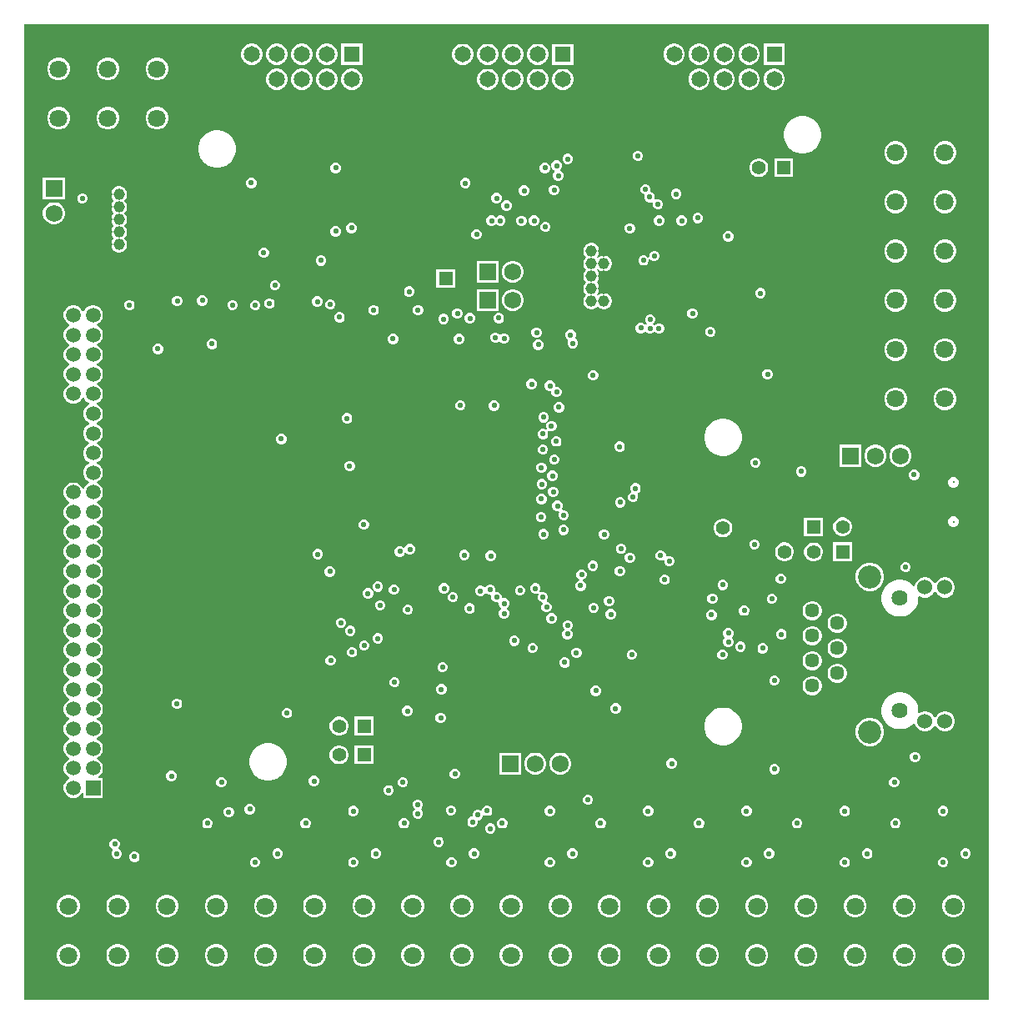
<source format=gbr>
%TF.GenerationSoftware,Altium Limited,Altium Designer,23.2.1 (34)*%
G04 Layer_Physical_Order=2*
G04 Layer_Color=36540*
%FSLAX45Y45*%
%MOMM*%
%TF.SameCoordinates,E03F68C1-AF85-4BEE-8195-23707F47E9CF*%
%TF.FilePolarity,Positive*%
%TF.FileFunction,Copper,L2,Inr,Signal*%
%TF.Part,Single*%
G01*
G75*
%TA.AperFunction,ComponentPad*%
%ADD56C,1.62500*%
%ADD57C,2.35500*%
%ADD58C,1.53000*%
%ADD59C,1.44600*%
%ADD60C,0.27500*%
%ADD61C,1.72500*%
%ADD62R,1.72500X1.72500*%
%ADD63C,1.40000*%
%ADD64R,1.40000X1.40000*%
%ADD65R,1.72500X1.72500*%
%ADD66R,1.40000X1.40000*%
%ADD67R,1.50000X1.50000*%
%ADD68C,1.50000*%
%ADD69R,1.65000X1.65000*%
%ADD70C,1.65000*%
%ADD71C,1.15000*%
%ADD72C,1.80000*%
%TA.AperFunction,ViaPad*%
%ADD73C,0.55000*%
%ADD74C,0.50000*%
G36*
X20750000Y2150000D02*
X10950000D01*
Y12050000D01*
X20750000D01*
Y2150000D01*
D02*
G37*
%LPC*%
G36*
X18674339Y11857900D02*
X18458540D01*
Y11642100D01*
X18674339D01*
Y11857900D01*
D02*
G37*
G36*
X18326645D02*
X18298235D01*
X18270792Y11850547D01*
X18246188Y11836341D01*
X18226099Y11816252D01*
X18211893Y11791648D01*
X18204539Y11764205D01*
Y11735795D01*
X18211893Y11708352D01*
X18226099Y11683748D01*
X18246188Y11663658D01*
X18270792Y11649453D01*
X18298235Y11642100D01*
X18326645D01*
X18354088Y11649453D01*
X18378693Y11663658D01*
X18398782Y11683748D01*
X18412987Y11708352D01*
X18420340Y11735795D01*
Y11764205D01*
X18412987Y11791648D01*
X18398782Y11816252D01*
X18378693Y11836341D01*
X18354088Y11850547D01*
X18326645Y11857900D01*
D02*
G37*
G36*
X18072646D02*
X18044235D01*
X18016792Y11850547D01*
X17992188Y11836341D01*
X17972099Y11816252D01*
X17957893Y11791648D01*
X17950540Y11764205D01*
Y11735795D01*
X17957893Y11708352D01*
X17972099Y11683748D01*
X17992188Y11663658D01*
X18016792Y11649453D01*
X18044235Y11642100D01*
X18072646D01*
X18100089Y11649453D01*
X18124692Y11663658D01*
X18144781Y11683748D01*
X18158987Y11708352D01*
X18166341Y11735795D01*
Y11764205D01*
X18158987Y11791648D01*
X18144781Y11816252D01*
X18124692Y11836341D01*
X18100089Y11850547D01*
X18072646Y11857900D01*
D02*
G37*
G36*
X17818645D02*
X17790234D01*
X17762791Y11850547D01*
X17738188Y11836341D01*
X17718098Y11816252D01*
X17703893Y11791648D01*
X17696539Y11764205D01*
Y11735795D01*
X17703893Y11708352D01*
X17718098Y11683748D01*
X17738188Y11663658D01*
X17762791Y11649453D01*
X17790234Y11642100D01*
X17818645D01*
X17846088Y11649453D01*
X17870692Y11663658D01*
X17890782Y11683748D01*
X17904987Y11708352D01*
X17912340Y11735795D01*
Y11764205D01*
X17904987Y11791648D01*
X17890782Y11816252D01*
X17870692Y11836341D01*
X17846088Y11850547D01*
X17818645Y11857900D01*
D02*
G37*
G36*
X17564645D02*
X17536235D01*
X17508792Y11850547D01*
X17484187Y11836341D01*
X17464099Y11816252D01*
X17449893Y11791648D01*
X17442540Y11764205D01*
Y11735795D01*
X17449893Y11708352D01*
X17464099Y11683748D01*
X17484187Y11663658D01*
X17508792Y11649453D01*
X17536235Y11642100D01*
X17564645D01*
X17592088Y11649453D01*
X17616692Y11663658D01*
X17636781Y11683748D01*
X17650987Y11708352D01*
X17658340Y11735795D01*
Y11764205D01*
X17650987Y11791648D01*
X17636781Y11816252D01*
X17616692Y11836341D01*
X17592088Y11850547D01*
X17564645Y11857900D01*
D02*
G37*
G36*
X14385240Y11855400D02*
X14169440D01*
Y11639600D01*
X14385240D01*
Y11855400D01*
D02*
G37*
G36*
X14037544D02*
X14009135D01*
X13981693Y11848047D01*
X13957088Y11833841D01*
X13937000Y11813752D01*
X13922794Y11789148D01*
X13915440Y11761705D01*
Y11733295D01*
X13922794Y11705852D01*
X13937000Y11681248D01*
X13957088Y11661159D01*
X13981693Y11646953D01*
X14009135Y11639600D01*
X14037544D01*
X14064989Y11646953D01*
X14089592Y11661159D01*
X14109682Y11681248D01*
X14123888Y11705852D01*
X14131239Y11733295D01*
Y11761705D01*
X14123888Y11789148D01*
X14109682Y11813752D01*
X14089592Y11833841D01*
X14064989Y11848047D01*
X14037544Y11855400D01*
D02*
G37*
G36*
X13783545D02*
X13755135D01*
X13727692Y11848047D01*
X13703088Y11833841D01*
X13682999Y11813752D01*
X13668793Y11789148D01*
X13661440Y11761705D01*
Y11733295D01*
X13668793Y11705852D01*
X13682999Y11681248D01*
X13703088Y11661159D01*
X13727692Y11646953D01*
X13755135Y11639600D01*
X13783545D01*
X13810988Y11646953D01*
X13835593Y11661159D01*
X13855681Y11681248D01*
X13869887Y11705852D01*
X13877240Y11733295D01*
Y11761705D01*
X13869887Y11789148D01*
X13855681Y11813752D01*
X13835593Y11833841D01*
X13810988Y11848047D01*
X13783545Y11855400D01*
D02*
G37*
G36*
X13529546D02*
X13501135D01*
X13473692Y11848047D01*
X13449088Y11833841D01*
X13428999Y11813752D01*
X13414793Y11789148D01*
X13407440Y11761705D01*
Y11733295D01*
X13414793Y11705852D01*
X13428999Y11681248D01*
X13449088Y11661159D01*
X13473692Y11646953D01*
X13501135Y11639600D01*
X13529546D01*
X13556989Y11646953D01*
X13581592Y11661159D01*
X13601682Y11681248D01*
X13615887Y11705852D01*
X13623241Y11733295D01*
Y11761705D01*
X13615887Y11789148D01*
X13601682Y11813752D01*
X13581592Y11833841D01*
X13556989Y11848047D01*
X13529546Y11855400D01*
D02*
G37*
G36*
X13275545D02*
X13247134D01*
X13219691Y11848047D01*
X13195088Y11833841D01*
X13174998Y11813752D01*
X13160793Y11789148D01*
X13153439Y11761705D01*
Y11733295D01*
X13160793Y11705852D01*
X13174998Y11681248D01*
X13195088Y11661159D01*
X13219691Y11646953D01*
X13247134Y11639600D01*
X13275545D01*
X13302988Y11646953D01*
X13327592Y11661159D01*
X13347681Y11681248D01*
X13361887Y11705852D01*
X13369240Y11733295D01*
Y11761705D01*
X13361887Y11789148D01*
X13347681Y11813752D01*
X13327592Y11833841D01*
X13302988Y11848047D01*
X13275545Y11855400D01*
D02*
G37*
G36*
X16527100Y11854980D02*
X16311301D01*
Y11639180D01*
X16527100D01*
Y11854980D01*
D02*
G37*
G36*
X16179405D02*
X16150995D01*
X16123552Y11847627D01*
X16098949Y11833422D01*
X16078859Y11813332D01*
X16064653Y11788728D01*
X16057300Y11761286D01*
Y11732875D01*
X16064653Y11705433D01*
X16078859Y11680828D01*
X16098949Y11660739D01*
X16123552Y11646533D01*
X16150995Y11639180D01*
X16179405D01*
X16206848Y11646533D01*
X16231451Y11660739D01*
X16251543Y11680828D01*
X16265747Y11705433D01*
X16273100Y11732875D01*
Y11761286D01*
X16265747Y11788728D01*
X16251543Y11813332D01*
X16231451Y11833422D01*
X16206848Y11847627D01*
X16179405Y11854980D01*
D02*
G37*
G36*
X15925404D02*
X15896996D01*
X15869553Y11847627D01*
X15844948Y11833422D01*
X15824860Y11813332D01*
X15810654Y11788728D01*
X15803300Y11761286D01*
Y11732875D01*
X15810654Y11705433D01*
X15824860Y11680828D01*
X15844948Y11660739D01*
X15869553Y11646533D01*
X15896996Y11639180D01*
X15925404D01*
X15952847Y11646533D01*
X15977452Y11660739D01*
X15997542Y11680828D01*
X16011748Y11705433D01*
X16019099Y11732875D01*
Y11761286D01*
X16011748Y11788728D01*
X15997542Y11813332D01*
X15977452Y11833422D01*
X15952847Y11847627D01*
X15925404Y11854980D01*
D02*
G37*
G36*
X15671405D02*
X15642995D01*
X15615552Y11847627D01*
X15590948Y11833422D01*
X15570859Y11813332D01*
X15556653Y11788728D01*
X15549300Y11761286D01*
Y11732875D01*
X15556653Y11705433D01*
X15570859Y11680828D01*
X15590948Y11660739D01*
X15615552Y11646533D01*
X15642995Y11639180D01*
X15671405D01*
X15698848Y11646533D01*
X15723453Y11660739D01*
X15743542Y11680828D01*
X15757747Y11705433D01*
X15765100Y11732875D01*
Y11761286D01*
X15757747Y11788728D01*
X15743542Y11813332D01*
X15723453Y11833422D01*
X15698848Y11847627D01*
X15671405Y11854980D01*
D02*
G37*
G36*
X15417406D02*
X15388995D01*
X15361552Y11847627D01*
X15336948Y11833422D01*
X15316859Y11813332D01*
X15302654Y11788728D01*
X15295300Y11761286D01*
Y11732875D01*
X15302654Y11705433D01*
X15316859Y11680828D01*
X15336948Y11660739D01*
X15361552Y11646533D01*
X15388995Y11639180D01*
X15417406D01*
X15444849Y11646533D01*
X15469452Y11660739D01*
X15489542Y11680828D01*
X15503748Y11705433D01*
X15511099Y11732875D01*
Y11761286D01*
X15503748Y11788728D01*
X15489542Y11813332D01*
X15469452Y11833422D01*
X15444849Y11847627D01*
X15417406Y11854980D01*
D02*
G37*
G36*
X12315193Y11715400D02*
X12284807D01*
X12255457Y11707535D01*
X12229143Y11692343D01*
X12207657Y11670857D01*
X12192465Y11644543D01*
X12184600Y11615193D01*
Y11584807D01*
X12192465Y11555457D01*
X12207657Y11529143D01*
X12229143Y11507657D01*
X12255457Y11492464D01*
X12284807Y11484600D01*
X12315193D01*
X12344543Y11492464D01*
X12370857Y11507657D01*
X12392343Y11529143D01*
X12407536Y11555457D01*
X12415400Y11584807D01*
Y11615193D01*
X12407536Y11644543D01*
X12392343Y11670857D01*
X12370857Y11692343D01*
X12344543Y11707535D01*
X12315193Y11715400D01*
D02*
G37*
G36*
X11815193D02*
X11784807D01*
X11755457Y11707535D01*
X11729143Y11692343D01*
X11707657Y11670857D01*
X11692465Y11644543D01*
X11684600Y11615193D01*
Y11584807D01*
X11692465Y11555457D01*
X11707657Y11529143D01*
X11729143Y11507657D01*
X11755457Y11492464D01*
X11784807Y11484600D01*
X11815193D01*
X11844543Y11492464D01*
X11870857Y11507657D01*
X11892343Y11529143D01*
X11907535Y11555457D01*
X11915400Y11584807D01*
Y11615193D01*
X11907535Y11644543D01*
X11892343Y11670857D01*
X11870857Y11692343D01*
X11844543Y11707535D01*
X11815193Y11715400D01*
D02*
G37*
G36*
X11315193D02*
X11284807D01*
X11255457Y11707535D01*
X11229143Y11692343D01*
X11207657Y11670857D01*
X11192465Y11644543D01*
X11184600Y11615193D01*
Y11584807D01*
X11192465Y11555457D01*
X11207657Y11529143D01*
X11229143Y11507657D01*
X11255457Y11492464D01*
X11284807Y11484600D01*
X11315193D01*
X11344543Y11492464D01*
X11370857Y11507657D01*
X11392343Y11529143D01*
X11407535Y11555457D01*
X11415400Y11584807D01*
Y11615193D01*
X11407535Y11644543D01*
X11392343Y11670857D01*
X11370857Y11692343D01*
X11344543Y11707535D01*
X11315193Y11715400D01*
D02*
G37*
G36*
X18580646Y11603900D02*
X18552235D01*
X18524792Y11596547D01*
X18500188Y11582341D01*
X18480099Y11562252D01*
X18465894Y11537648D01*
X18458540Y11510205D01*
Y11481795D01*
X18465894Y11454352D01*
X18480099Y11429748D01*
X18500188Y11409658D01*
X18524792Y11395453D01*
X18552235Y11388100D01*
X18580646D01*
X18608089Y11395453D01*
X18632692Y11409658D01*
X18652782Y11429748D01*
X18666988Y11454352D01*
X18674339Y11481795D01*
Y11510205D01*
X18666988Y11537648D01*
X18652782Y11562252D01*
X18632692Y11582341D01*
X18608089Y11596547D01*
X18580646Y11603900D01*
D02*
G37*
G36*
X18326645D02*
X18298235D01*
X18270792Y11596547D01*
X18246188Y11582341D01*
X18226099Y11562252D01*
X18211893Y11537648D01*
X18204539Y11510205D01*
Y11481795D01*
X18211893Y11454352D01*
X18226099Y11429748D01*
X18246188Y11409658D01*
X18270792Y11395453D01*
X18298235Y11388100D01*
X18326645D01*
X18354088Y11395453D01*
X18378693Y11409658D01*
X18398782Y11429748D01*
X18412987Y11454352D01*
X18420340Y11481795D01*
Y11510205D01*
X18412987Y11537648D01*
X18398782Y11562252D01*
X18378693Y11582341D01*
X18354088Y11596547D01*
X18326645Y11603900D01*
D02*
G37*
G36*
X18072646D02*
X18044235D01*
X18016792Y11596547D01*
X17992188Y11582341D01*
X17972099Y11562252D01*
X17957893Y11537648D01*
X17950540Y11510205D01*
Y11481795D01*
X17957893Y11454352D01*
X17972099Y11429748D01*
X17992188Y11409658D01*
X18016792Y11395453D01*
X18044235Y11388100D01*
X18072646D01*
X18100089Y11395453D01*
X18124692Y11409658D01*
X18144781Y11429748D01*
X18158987Y11454352D01*
X18166341Y11481795D01*
Y11510205D01*
X18158987Y11537648D01*
X18144781Y11562252D01*
X18124692Y11582341D01*
X18100089Y11596547D01*
X18072646Y11603900D01*
D02*
G37*
G36*
X17818645D02*
X17790234D01*
X17762791Y11596547D01*
X17738188Y11582341D01*
X17718098Y11562252D01*
X17703893Y11537648D01*
X17696539Y11510205D01*
Y11481795D01*
X17703893Y11454352D01*
X17718098Y11429748D01*
X17738188Y11409658D01*
X17762791Y11395453D01*
X17790234Y11388100D01*
X17818645D01*
X17846088Y11395453D01*
X17870692Y11409658D01*
X17890782Y11429748D01*
X17904987Y11454352D01*
X17912340Y11481795D01*
Y11510205D01*
X17904987Y11537648D01*
X17890782Y11562252D01*
X17870692Y11582341D01*
X17846088Y11596547D01*
X17818645Y11603900D01*
D02*
G37*
G36*
X14291545Y11601400D02*
X14263135D01*
X14235692Y11594047D01*
X14211089Y11579841D01*
X14190999Y11559752D01*
X14176793Y11535148D01*
X14169440Y11507705D01*
Y11479295D01*
X14176793Y11451852D01*
X14190999Y11427248D01*
X14211089Y11407159D01*
X14235692Y11392953D01*
X14263135Y11385600D01*
X14291545D01*
X14318988Y11392953D01*
X14343591Y11407159D01*
X14363681Y11427248D01*
X14377887Y11451852D01*
X14385240Y11479295D01*
Y11507705D01*
X14377887Y11535148D01*
X14363681Y11559752D01*
X14343591Y11579841D01*
X14318988Y11594047D01*
X14291545Y11601400D01*
D02*
G37*
G36*
X14037544D02*
X14009135D01*
X13981693Y11594047D01*
X13957088Y11579841D01*
X13937000Y11559752D01*
X13922794Y11535148D01*
X13915440Y11507705D01*
Y11479295D01*
X13922794Y11451852D01*
X13937000Y11427248D01*
X13957088Y11407159D01*
X13981693Y11392953D01*
X14009135Y11385600D01*
X14037544D01*
X14064989Y11392953D01*
X14089592Y11407159D01*
X14109682Y11427248D01*
X14123888Y11451852D01*
X14131239Y11479295D01*
Y11507705D01*
X14123888Y11535148D01*
X14109682Y11559752D01*
X14089592Y11579841D01*
X14064989Y11594047D01*
X14037544Y11601400D01*
D02*
G37*
G36*
X13783545D02*
X13755135D01*
X13727692Y11594047D01*
X13703088Y11579841D01*
X13682999Y11559752D01*
X13668793Y11535148D01*
X13661440Y11507705D01*
Y11479295D01*
X13668793Y11451852D01*
X13682999Y11427248D01*
X13703088Y11407159D01*
X13727692Y11392953D01*
X13755135Y11385600D01*
X13783545D01*
X13810988Y11392953D01*
X13835593Y11407159D01*
X13855681Y11427248D01*
X13869887Y11451852D01*
X13877240Y11479295D01*
Y11507705D01*
X13869887Y11535148D01*
X13855681Y11559752D01*
X13835593Y11579841D01*
X13810988Y11594047D01*
X13783545Y11601400D01*
D02*
G37*
G36*
X13529546D02*
X13501135D01*
X13473692Y11594047D01*
X13449088Y11579841D01*
X13428999Y11559752D01*
X13414793Y11535148D01*
X13407440Y11507705D01*
Y11479295D01*
X13414793Y11451852D01*
X13428999Y11427248D01*
X13449088Y11407159D01*
X13473692Y11392953D01*
X13501135Y11385600D01*
X13529546D01*
X13556989Y11392953D01*
X13581592Y11407159D01*
X13601682Y11427248D01*
X13615887Y11451852D01*
X13623241Y11479295D01*
Y11507705D01*
X13615887Y11535148D01*
X13601682Y11559752D01*
X13581592Y11579841D01*
X13556989Y11594047D01*
X13529546Y11601400D01*
D02*
G37*
G36*
X16433405Y11600980D02*
X16404996D01*
X16377551Y11593627D01*
X16352948Y11579422D01*
X16332858Y11559332D01*
X16318652Y11534728D01*
X16311301Y11507286D01*
Y11478875D01*
X16318652Y11451433D01*
X16332858Y11426828D01*
X16352948Y11406739D01*
X16377551Y11392533D01*
X16404996Y11385180D01*
X16433405D01*
X16460847Y11392533D01*
X16485452Y11406739D01*
X16505542Y11426828D01*
X16519746Y11451433D01*
X16527100Y11478875D01*
Y11507286D01*
X16519746Y11534728D01*
X16505542Y11559332D01*
X16485452Y11579422D01*
X16460847Y11593627D01*
X16433405Y11600980D01*
D02*
G37*
G36*
X16179405D02*
X16150995D01*
X16123552Y11593627D01*
X16098949Y11579422D01*
X16078859Y11559332D01*
X16064653Y11534728D01*
X16057300Y11507286D01*
Y11478875D01*
X16064653Y11451433D01*
X16078859Y11426828D01*
X16098949Y11406739D01*
X16123552Y11392533D01*
X16150995Y11385180D01*
X16179405D01*
X16206848Y11392533D01*
X16231451Y11406739D01*
X16251543Y11426828D01*
X16265747Y11451433D01*
X16273100Y11478875D01*
Y11507286D01*
X16265747Y11534728D01*
X16251543Y11559332D01*
X16231451Y11579422D01*
X16206848Y11593627D01*
X16179405Y11600980D01*
D02*
G37*
G36*
X15925404D02*
X15896996D01*
X15869553Y11593627D01*
X15844948Y11579422D01*
X15824860Y11559332D01*
X15810654Y11534728D01*
X15803300Y11507286D01*
Y11478875D01*
X15810654Y11451433D01*
X15824860Y11426828D01*
X15844948Y11406739D01*
X15869553Y11392533D01*
X15896996Y11385180D01*
X15925404D01*
X15952847Y11392533D01*
X15977452Y11406739D01*
X15997542Y11426828D01*
X16011748Y11451433D01*
X16019099Y11478875D01*
Y11507286D01*
X16011748Y11534728D01*
X15997542Y11559332D01*
X15977452Y11579422D01*
X15952847Y11593627D01*
X15925404Y11600980D01*
D02*
G37*
G36*
X15671405D02*
X15642995D01*
X15615552Y11593627D01*
X15590948Y11579422D01*
X15570859Y11559332D01*
X15556653Y11534728D01*
X15549300Y11507286D01*
Y11478875D01*
X15556653Y11451433D01*
X15570859Y11426828D01*
X15590948Y11406739D01*
X15615552Y11392533D01*
X15642995Y11385180D01*
X15671405D01*
X15698848Y11392533D01*
X15723453Y11406739D01*
X15743542Y11426828D01*
X15757747Y11451433D01*
X15765100Y11478875D01*
Y11507286D01*
X15757747Y11534728D01*
X15743542Y11559332D01*
X15723453Y11579422D01*
X15698848Y11593627D01*
X15671405Y11600980D01*
D02*
G37*
G36*
X12315193Y11215400D02*
X12284807D01*
X12255457Y11207535D01*
X12229143Y11192343D01*
X12207657Y11170857D01*
X12192465Y11144543D01*
X12184600Y11115193D01*
Y11084807D01*
X12192465Y11055457D01*
X12207657Y11029143D01*
X12229143Y11007657D01*
X12255457Y10992464D01*
X12284807Y10984600D01*
X12315193D01*
X12344543Y10992464D01*
X12370857Y11007657D01*
X12392343Y11029143D01*
X12407536Y11055457D01*
X12415400Y11084807D01*
Y11115193D01*
X12407536Y11144543D01*
X12392343Y11170857D01*
X12370857Y11192343D01*
X12344543Y11207535D01*
X12315193Y11215400D01*
D02*
G37*
G36*
X11815193D02*
X11784807D01*
X11755457Y11207535D01*
X11729143Y11192343D01*
X11707657Y11170857D01*
X11692465Y11144543D01*
X11684600Y11115193D01*
Y11084807D01*
X11692465Y11055457D01*
X11707657Y11029143D01*
X11729143Y11007657D01*
X11755457Y10992464D01*
X11784807Y10984600D01*
X11815193D01*
X11844543Y10992464D01*
X11870857Y11007657D01*
X11892343Y11029143D01*
X11907535Y11055457D01*
X11915400Y11084807D01*
Y11115193D01*
X11907535Y11144543D01*
X11892343Y11170857D01*
X11870857Y11192343D01*
X11844543Y11207535D01*
X11815193Y11215400D01*
D02*
G37*
G36*
X11315193D02*
X11284807D01*
X11255457Y11207535D01*
X11229143Y11192343D01*
X11207657Y11170857D01*
X11192465Y11144543D01*
X11184600Y11115193D01*
Y11084807D01*
X11192465Y11055457D01*
X11207657Y11029143D01*
X11229143Y11007657D01*
X11255457Y10992464D01*
X11284807Y10984600D01*
X11315193D01*
X11344543Y10992464D01*
X11370857Y11007657D01*
X11392343Y11029143D01*
X11407535Y11055457D01*
X11415400Y11084807D01*
Y11115193D01*
X11407535Y11144543D01*
X11392343Y11170857D01*
X11370857Y11192343D01*
X11344543Y11207535D01*
X11315193Y11215400D01*
D02*
G37*
G36*
X18873174Y11120020D02*
X18835667D01*
X18798882Y11112703D01*
X18764232Y11098350D01*
X18733047Y11077513D01*
X18706528Y11050993D01*
X18685690Y11019808D01*
X18671336Y10985158D01*
X18664020Y10948373D01*
Y10910867D01*
X18671336Y10874082D01*
X18685690Y10839432D01*
X18706528Y10808247D01*
X18733047Y10781727D01*
X18764232Y10760890D01*
X18798882Y10746537D01*
X18835667Y10739220D01*
X18873174D01*
X18909958Y10746537D01*
X18944608Y10760890D01*
X18975793Y10781727D01*
X19002313Y10808247D01*
X19023151Y10839432D01*
X19037503Y10874082D01*
X19044820Y10910867D01*
Y10948373D01*
X19037503Y10985158D01*
X19023151Y11019808D01*
X19002313Y11050993D01*
X18975793Y11077513D01*
X18944608Y11098350D01*
X18909958Y11112703D01*
X18873174Y11120020D01*
D02*
G37*
G36*
X17193622Y10769160D02*
X17172578D01*
X17153136Y10761106D01*
X17138254Y10746225D01*
X17130200Y10726782D01*
Y10705738D01*
X17138254Y10686295D01*
X17153136Y10671414D01*
X17172578Y10663360D01*
X17193622D01*
X17213065Y10671414D01*
X17227946Y10686295D01*
X17236000Y10705738D01*
Y10726782D01*
X17227946Y10746225D01*
X17213065Y10761106D01*
X17193622Y10769160D01*
D02*
G37*
G36*
X20315192Y10865402D02*
X20284805D01*
X20255457Y10857538D01*
X20229141Y10842345D01*
X20207655Y10820859D01*
X20192464Y10794545D01*
X20184599Y10765195D01*
Y10734810D01*
X20192464Y10705460D01*
X20207655Y10679145D01*
X20229141Y10657660D01*
X20255457Y10642467D01*
X20284805Y10634603D01*
X20315192D01*
X20344540Y10642467D01*
X20370856Y10657660D01*
X20392342Y10679145D01*
X20407533Y10705460D01*
X20415398Y10734810D01*
Y10765195D01*
X20407533Y10794545D01*
X20392342Y10820859D01*
X20370856Y10842345D01*
X20344540Y10857538D01*
X20315192Y10865402D01*
D02*
G37*
G36*
X19815192D02*
X19784805D01*
X19755457Y10857538D01*
X19729141Y10842345D01*
X19707655Y10820859D01*
X19692464Y10794545D01*
X19684599Y10765195D01*
Y10734810D01*
X19692464Y10705460D01*
X19707655Y10679145D01*
X19729141Y10657660D01*
X19755457Y10642467D01*
X19784805Y10634603D01*
X19815192D01*
X19844540Y10642467D01*
X19870856Y10657660D01*
X19892342Y10679145D01*
X19907533Y10705460D01*
X19915398Y10734810D01*
Y10765195D01*
X19907533Y10794545D01*
X19892342Y10820859D01*
X19870856Y10842345D01*
X19844540Y10857538D01*
X19815192Y10865402D01*
D02*
G37*
G36*
X16479881Y10738680D02*
X16458838D01*
X16439395Y10730626D01*
X16424513Y10715745D01*
X16416460Y10696302D01*
Y10675258D01*
X16424513Y10655815D01*
X16439395Y10640934D01*
X16458838Y10632880D01*
X16479881D01*
X16499326Y10640934D01*
X16514206Y10655815D01*
X16522260Y10675258D01*
Y10696302D01*
X16514206Y10715745D01*
X16499326Y10730626D01*
X16479881Y10738680D01*
D02*
G37*
G36*
X12927032Y10977780D02*
X12889526D01*
X12852742Y10970463D01*
X12818092Y10956110D01*
X12786907Y10935273D01*
X12760387Y10908753D01*
X12739550Y10877568D01*
X12725197Y10842918D01*
X12717880Y10806133D01*
Y10768627D01*
X12725197Y10731842D01*
X12739550Y10697192D01*
X12760387Y10666007D01*
X12786907Y10639487D01*
X12818092Y10618650D01*
X12852742Y10604297D01*
X12889526Y10596980D01*
X12927032D01*
X12963818Y10604297D01*
X12998468Y10618650D01*
X13029652Y10639487D01*
X13056174Y10666007D01*
X13077010Y10697192D01*
X13091364Y10731842D01*
X13098680Y10768627D01*
Y10806133D01*
X13091364Y10842918D01*
X13077010Y10877568D01*
X13056174Y10908753D01*
X13029652Y10935273D01*
X12998468Y10956110D01*
X12963818Y10970463D01*
X12927032Y10977780D01*
D02*
G37*
G36*
X16248743Y10647240D02*
X16227698D01*
X16208255Y10639186D01*
X16193375Y10624305D01*
X16185320Y10604862D01*
Y10583818D01*
X16193375Y10564375D01*
X16208255Y10549494D01*
X16227698Y10541440D01*
X16248743D01*
X16268185Y10549494D01*
X16283066Y10564375D01*
X16291119Y10583818D01*
Y10604862D01*
X16283066Y10624305D01*
X16268185Y10639186D01*
X16248743Y10647240D01*
D02*
G37*
G36*
X14125302D02*
X14104259D01*
X14084814Y10639186D01*
X14069934Y10624305D01*
X14061880Y10604862D01*
Y10583818D01*
X14069934Y10564375D01*
X14084814Y10549494D01*
X14104259Y10541440D01*
X14125302D01*
X14144745Y10549494D01*
X14159625Y10564375D01*
X14167680Y10583818D01*
Y10604862D01*
X14159625Y10624305D01*
X14144745Y10639186D01*
X14125302Y10647240D01*
D02*
G37*
G36*
X18759320Y10692280D02*
X18568520D01*
Y10501480D01*
X18759320D01*
Y10692280D01*
D02*
G37*
G36*
X18422479D02*
X18397360D01*
X18373097Y10685778D01*
X18351343Y10673219D01*
X18333582Y10655457D01*
X18321022Y10633703D01*
X18314520Y10609440D01*
Y10584320D01*
X18321022Y10560057D01*
X18333582Y10538303D01*
X18351343Y10520541D01*
X18373097Y10507982D01*
X18397360Y10501480D01*
X18422479D01*
X18446742Y10507982D01*
X18468497Y10520541D01*
X18486259Y10538303D01*
X18498817Y10560057D01*
X18505321Y10584320D01*
Y10609440D01*
X18498817Y10633703D01*
X18486259Y10655457D01*
X18468497Y10673219D01*
X18446742Y10685778D01*
X18422479Y10692280D01*
D02*
G37*
G36*
X16368121Y10670100D02*
X16347078D01*
X16327635Y10662046D01*
X16312753Y10647165D01*
X16304700Y10627722D01*
Y10606678D01*
X16312753Y10587235D01*
X16327635Y10572354D01*
X16335927Y10568919D01*
X16338907Y10553938D01*
X16330534Y10545565D01*
X16322479Y10526122D01*
Y10505078D01*
X16330534Y10485635D01*
X16345415Y10470754D01*
X16364857Y10462700D01*
X16385902D01*
X16405345Y10470754D01*
X16420226Y10485635D01*
X16428281Y10505078D01*
Y10526122D01*
X16420226Y10545565D01*
X16405345Y10560446D01*
X16397054Y10563881D01*
X16394073Y10578862D01*
X16402446Y10587235D01*
X16410500Y10606678D01*
Y10627722D01*
X16402446Y10647165D01*
X16387566Y10662046D01*
X16368121Y10670100D01*
D02*
G37*
G36*
X13266782Y10494840D02*
X13245738D01*
X13226295Y10486786D01*
X13211414Y10471905D01*
X13203360Y10452462D01*
Y10431418D01*
X13211414Y10411975D01*
X13226295Y10397094D01*
X13245738Y10389040D01*
X13266782D01*
X13286224Y10397094D01*
X13301106Y10411975D01*
X13309160Y10431418D01*
Y10452462D01*
X13301106Y10471905D01*
X13286224Y10486786D01*
X13266782Y10494840D01*
D02*
G37*
G36*
X15441022Y10492300D02*
X15419978D01*
X15400536Y10484246D01*
X15385654Y10469365D01*
X15377600Y10449922D01*
Y10428878D01*
X15385654Y10409435D01*
X15400536Y10394554D01*
X15419978Y10386500D01*
X15441022D01*
X15460464Y10394554D01*
X15475346Y10409435D01*
X15483400Y10428878D01*
Y10449922D01*
X15475346Y10469365D01*
X15460464Y10484246D01*
X15441022Y10492300D01*
D02*
G37*
G36*
X16342722Y10423720D02*
X16321678D01*
X16302235Y10415666D01*
X16287354Y10400785D01*
X16279300Y10381342D01*
Y10360298D01*
X16287354Y10340855D01*
X16302235Y10325974D01*
X16321678Y10317920D01*
X16342722D01*
X16362164Y10325974D01*
X16377046Y10340855D01*
X16385100Y10360298D01*
Y10381342D01*
X16377046Y10400785D01*
X16362164Y10415666D01*
X16342722Y10423720D01*
D02*
G37*
G36*
X16037923Y10416100D02*
X16016878D01*
X15997435Y10408046D01*
X15982555Y10393165D01*
X15974500Y10373722D01*
Y10352678D01*
X15982555Y10333235D01*
X15997435Y10318354D01*
X16016878Y10310300D01*
X16037923D01*
X16057365Y10318354D01*
X16072246Y10333235D01*
X16080299Y10352678D01*
Y10373722D01*
X16072246Y10393165D01*
X16057365Y10408046D01*
X16037923Y10416100D01*
D02*
G37*
G36*
X17582242Y10383080D02*
X17561198D01*
X17541756Y10375026D01*
X17526874Y10360145D01*
X17518820Y10340702D01*
Y10319658D01*
X17526874Y10300215D01*
X17541756Y10285334D01*
X17561198Y10277280D01*
X17582242D01*
X17601685Y10285334D01*
X17616566Y10300215D01*
X17624620Y10319658D01*
Y10340702D01*
X17616566Y10360145D01*
X17601685Y10375026D01*
X17582242Y10383080D01*
D02*
G37*
G36*
X11363850Y10500250D02*
X11140550D01*
Y10276950D01*
X11363850D01*
Y10500250D01*
D02*
G37*
G36*
X15758522Y10339900D02*
X15737479D01*
X15718034Y10331846D01*
X15703154Y10316965D01*
X15695100Y10297522D01*
Y10276478D01*
X15703154Y10257035D01*
X15718034Y10242154D01*
X15737479Y10234100D01*
X15758522D01*
X15777965Y10242154D01*
X15792847Y10257035D01*
X15800900Y10276478D01*
Y10297522D01*
X15792847Y10316965D01*
X15777965Y10331846D01*
X15758522Y10339900D01*
D02*
G37*
G36*
X11552282Y10337360D02*
X11531238D01*
X11511795Y10329306D01*
X11496914Y10314425D01*
X11488860Y10294982D01*
Y10273938D01*
X11496914Y10254495D01*
X11511795Y10239614D01*
X11531238Y10231560D01*
X11552282D01*
X11571725Y10239614D01*
X11586606Y10254495D01*
X11594660Y10273938D01*
Y10294982D01*
X11586606Y10314425D01*
X11571725Y10329306D01*
X11552282Y10337360D01*
D02*
G37*
G36*
X17269823Y10428800D02*
X17248778D01*
X17229335Y10420746D01*
X17214455Y10405865D01*
X17206400Y10386422D01*
Y10365378D01*
X17214455Y10345935D01*
X17229335Y10331054D01*
X17248776Y10323000D01*
X17253191Y10316397D01*
X17249580Y10307682D01*
Y10286638D01*
X17257634Y10267195D01*
X17272514Y10252314D01*
X17291959Y10244260D01*
X17313002D01*
X17326151Y10249706D01*
X17335870Y10239986D01*
X17333400Y10234022D01*
Y10212978D01*
X17341454Y10193535D01*
X17356335Y10178654D01*
X17375778Y10170600D01*
X17396822D01*
X17416264Y10178654D01*
X17431146Y10193535D01*
X17439200Y10212978D01*
Y10234022D01*
X17431146Y10253465D01*
X17416264Y10268346D01*
X17396822Y10276400D01*
X17375778D01*
X17362630Y10270954D01*
X17352910Y10280674D01*
X17355380Y10286638D01*
Y10307682D01*
X17347327Y10327125D01*
X17332445Y10342006D01*
X17313004Y10350060D01*
X17308591Y10356663D01*
X17312199Y10365378D01*
Y10386422D01*
X17304146Y10405865D01*
X17289265Y10420746D01*
X17269823Y10428800D01*
D02*
G37*
G36*
X15860123Y10263700D02*
X15839078D01*
X15819635Y10255646D01*
X15804755Y10240765D01*
X15796700Y10221322D01*
Y10200278D01*
X15804755Y10180835D01*
X15819635Y10165954D01*
X15839078Y10157900D01*
X15860123D01*
X15879565Y10165954D01*
X15894446Y10180835D01*
X15902499Y10200278D01*
Y10221322D01*
X15894446Y10240765D01*
X15879565Y10255646D01*
X15860123Y10263700D01*
D02*
G37*
G36*
X20315193Y10365400D02*
X20284807D01*
X20255457Y10357536D01*
X20229143Y10342343D01*
X20207657Y10320857D01*
X20192465Y10294543D01*
X20184599Y10265193D01*
Y10234807D01*
X20192465Y10205457D01*
X20207657Y10179143D01*
X20229143Y10157657D01*
X20255457Y10142465D01*
X20284807Y10134600D01*
X20315193D01*
X20344543Y10142465D01*
X20370857Y10157657D01*
X20392343Y10179143D01*
X20407536Y10205457D01*
X20415401Y10234807D01*
Y10265193D01*
X20407536Y10294543D01*
X20392343Y10320857D01*
X20370857Y10342343D01*
X20344543Y10357536D01*
X20315193Y10365400D01*
D02*
G37*
G36*
X19815193D02*
X19784807D01*
X19755457Y10357536D01*
X19729143Y10342343D01*
X19707657Y10320857D01*
X19692465Y10294543D01*
X19684599Y10265193D01*
Y10234807D01*
X19692465Y10205457D01*
X19707657Y10179143D01*
X19729143Y10157657D01*
X19755457Y10142465D01*
X19784807Y10134600D01*
X19815193D01*
X19844543Y10142465D01*
X19870857Y10157657D01*
X19892343Y10179143D01*
X19907535Y10205457D01*
X19915401Y10234807D01*
Y10265193D01*
X19907535Y10294543D01*
X19892343Y10320857D01*
X19870857Y10342343D01*
X19844543Y10357536D01*
X19815193Y10365400D01*
D02*
G37*
G36*
X15796622Y10111300D02*
X15775578D01*
X15756136Y10103246D01*
X15741650Y10088762D01*
X15727165Y10103246D01*
X15707722Y10111300D01*
X15686678D01*
X15667235Y10103246D01*
X15652354Y10088365D01*
X15644299Y10068922D01*
Y10047878D01*
X15652354Y10028435D01*
X15667235Y10013554D01*
X15686678Y10005500D01*
X15707722D01*
X15727165Y10013554D01*
X15741650Y10028038D01*
X15756136Y10013554D01*
X15775578Y10005500D01*
X15796622D01*
X15816064Y10013554D01*
X15830946Y10028435D01*
X15839000Y10047878D01*
Y10068922D01*
X15830946Y10088365D01*
X15816064Y10103246D01*
X15796622Y10111300D01*
D02*
G37*
G36*
X17801660Y10139839D02*
X17780615D01*
X17761172Y10131786D01*
X17746291Y10116905D01*
X17738239Y10097462D01*
Y10076417D01*
X17746291Y10056974D01*
X17761172Y10042093D01*
X17780615Y10034040D01*
X17801660D01*
X17821103Y10042093D01*
X17835983Y10056974D01*
X17844037Y10076417D01*
Y10097462D01*
X17835983Y10116905D01*
X17821103Y10131786D01*
X17801660Y10139839D01*
D02*
G37*
G36*
X11266899Y10246250D02*
X11237501D01*
X11209105Y10238641D01*
X11183645Y10223942D01*
X11162858Y10203155D01*
X11148159Y10177695D01*
X11140550Y10149299D01*
Y10119901D01*
X11148159Y10091505D01*
X11162858Y10066045D01*
X11183645Y10045258D01*
X11209105Y10030559D01*
X11237501Y10022950D01*
X11266899D01*
X11295295Y10030559D01*
X11320755Y10045258D01*
X11341542Y10066045D01*
X11356241Y10091505D01*
X11363850Y10119901D01*
Y10149299D01*
X11356241Y10177695D01*
X11341542Y10203155D01*
X11320755Y10223942D01*
X11295295Y10238641D01*
X11266899Y10246250D01*
D02*
G37*
G36*
X17638123Y10111300D02*
X17617078D01*
X17597635Y10103246D01*
X17582755Y10088365D01*
X17574699Y10068922D01*
Y10047878D01*
X17582755Y10028435D01*
X17597635Y10013554D01*
X17617078Y10005500D01*
X17638123D01*
X17657565Y10013554D01*
X17672446Y10028435D01*
X17680499Y10047878D01*
Y10068922D01*
X17672446Y10088365D01*
X17657565Y10103246D01*
X17638123Y10111300D01*
D02*
G37*
G36*
X17409521D02*
X17388478D01*
X17369035Y10103246D01*
X17354153Y10088365D01*
X17346100Y10068922D01*
Y10047878D01*
X17354153Y10028435D01*
X17369035Y10013554D01*
X17388478Y10005500D01*
X17409521D01*
X17428966Y10013554D01*
X17443846Y10028435D01*
X17451900Y10047878D01*
Y10068922D01*
X17443846Y10088365D01*
X17428966Y10103246D01*
X17409521Y10111300D01*
D02*
G37*
G36*
X16139522D02*
X16118478D01*
X16099036Y10103246D01*
X16084154Y10088365D01*
X16076100Y10068922D01*
Y10047878D01*
X16084154Y10028435D01*
X16099036Y10013554D01*
X16118478Y10005500D01*
X16139522D01*
X16158965Y10013554D01*
X16173846Y10028435D01*
X16181900Y10047878D01*
Y10068922D01*
X16173846Y10088365D01*
X16158965Y10103246D01*
X16139522Y10111300D01*
D02*
G37*
G36*
X16010472Y10109250D02*
X15989429D01*
X15969984Y10101196D01*
X15955104Y10086315D01*
X15947050Y10066872D01*
Y10045828D01*
X15955104Y10026385D01*
X15969984Y10011504D01*
X15989429Y10003450D01*
X16010472D01*
X16029915Y10011504D01*
X16044797Y10026385D01*
X16052850Y10045828D01*
Y10066872D01*
X16044797Y10086315D01*
X16029915Y10101196D01*
X16010472Y10109250D01*
D02*
G37*
G36*
X16253822Y10047800D02*
X16232777D01*
X16213335Y10039746D01*
X16198454Y10024865D01*
X16190401Y10005422D01*
Y9984378D01*
X16198454Y9964935D01*
X16213335Y9950054D01*
X16232777Y9942000D01*
X16253822D01*
X16273265Y9950054D01*
X16288145Y9964935D01*
X16296201Y9984378D01*
Y10005422D01*
X16288145Y10024865D01*
X16273265Y10039746D01*
X16253822Y10047800D01*
D02*
G37*
G36*
X14285323Y10037640D02*
X14264278D01*
X14244835Y10029586D01*
X14229955Y10014705D01*
X14221899Y9995262D01*
Y9974218D01*
X14229955Y9954775D01*
X14244835Y9939894D01*
X14264278Y9931840D01*
X14285323D01*
X14304765Y9939894D01*
X14319646Y9954775D01*
X14327699Y9974218D01*
Y9995262D01*
X14319646Y10014705D01*
X14304765Y10029586D01*
X14285323Y10037640D01*
D02*
G37*
G36*
X17111684Y10033061D02*
X17090639D01*
X17071196Y10025007D01*
X17056316Y10010126D01*
X17048262Y9990683D01*
Y9969638D01*
X17056316Y9950195D01*
X17071196Y9935315D01*
X17090639Y9927261D01*
X17111684D01*
X17131126Y9935315D01*
X17146008Y9950195D01*
X17154060Y9969638D01*
Y9990683D01*
X17146008Y10010126D01*
X17131126Y10025007D01*
X17111684Y10033061D01*
D02*
G37*
G36*
X14125302Y10004620D02*
X14104259D01*
X14084814Y9996566D01*
X14069934Y9981685D01*
X14061880Y9962242D01*
Y9941198D01*
X14069934Y9921755D01*
X14084814Y9906874D01*
X14104259Y9898820D01*
X14125302D01*
X14144745Y9906874D01*
X14159625Y9921755D01*
X14167680Y9941198D01*
Y9962242D01*
X14159625Y9981685D01*
X14144745Y9996566D01*
X14125302Y10004620D01*
D02*
G37*
G36*
X15555322Y9971600D02*
X15534277D01*
X15514835Y9963546D01*
X15499954Y9948665D01*
X15491901Y9929222D01*
Y9908178D01*
X15499954Y9888735D01*
X15514835Y9873854D01*
X15534277Y9865800D01*
X15555322D01*
X15574765Y9873854D01*
X15589645Y9888735D01*
X15597701Y9908178D01*
Y9929222D01*
X15589645Y9948665D01*
X15574765Y9963546D01*
X15555322Y9971600D01*
D02*
G37*
G36*
X18110522Y9952900D02*
X18089478D01*
X18070035Y9944846D01*
X18055154Y9929965D01*
X18047099Y9910522D01*
Y9889478D01*
X18055154Y9870035D01*
X18070035Y9855154D01*
X18089478Y9847100D01*
X18110522D01*
X18129967Y9855154D01*
X18144846Y9870035D01*
X18152901Y9889478D01*
Y9910522D01*
X18144846Y9929965D01*
X18129967Y9944846D01*
X18110522Y9952900D01*
D02*
G37*
G36*
X11923514Y10408000D02*
X11901686D01*
X11880602Y10402351D01*
X11861698Y10391436D01*
X11846264Y10376002D01*
X11835349Y10357098D01*
X11829700Y10336014D01*
Y10314186D01*
X11835349Y10293102D01*
X11846264Y10274198D01*
X11858862Y10261600D01*
X11846264Y10249002D01*
X11835349Y10230098D01*
X11829700Y10209014D01*
Y10187186D01*
X11835349Y10166102D01*
X11846264Y10147198D01*
X11858862Y10134600D01*
X11846264Y10122002D01*
X11835349Y10103098D01*
X11829700Y10082014D01*
Y10060186D01*
X11835349Y10039102D01*
X11846264Y10020198D01*
X11858862Y10007600D01*
X11846264Y9995002D01*
X11835349Y9976098D01*
X11829700Y9955014D01*
Y9933186D01*
X11835349Y9912102D01*
X11846264Y9893198D01*
X11858862Y9880600D01*
X11846264Y9868002D01*
X11835349Y9849098D01*
X11829700Y9828014D01*
Y9806186D01*
X11835349Y9785102D01*
X11846264Y9766198D01*
X11861698Y9750764D01*
X11880602Y9739849D01*
X11901686Y9734200D01*
X11923514D01*
X11944598Y9739849D01*
X11963502Y9750764D01*
X11978936Y9766198D01*
X11989851Y9785102D01*
X11995500Y9806186D01*
Y9828014D01*
X11989851Y9849098D01*
X11978936Y9868002D01*
X11966338Y9880600D01*
X11978936Y9893198D01*
X11989851Y9912102D01*
X11995500Y9933186D01*
Y9955014D01*
X11989851Y9976098D01*
X11978936Y9995002D01*
X11966338Y10007600D01*
X11978936Y10020198D01*
X11989851Y10039102D01*
X11995500Y10060186D01*
Y10082014D01*
X11989851Y10103098D01*
X11978936Y10122002D01*
X11966338Y10134600D01*
X11978936Y10147198D01*
X11989851Y10166102D01*
X11995500Y10187186D01*
Y10209014D01*
X11989851Y10230098D01*
X11978936Y10249002D01*
X11966338Y10261600D01*
X11978936Y10274198D01*
X11989851Y10293102D01*
X11995500Y10314186D01*
Y10336014D01*
X11989851Y10357098D01*
X11978936Y10376002D01*
X11963502Y10391436D01*
X11944598Y10402351D01*
X11923514Y10408000D01*
D02*
G37*
G36*
X17360522Y9752900D02*
X17339478D01*
X17320035Y9744846D01*
X17305154Y9729965D01*
X17297099Y9710522D01*
Y9689478D01*
X17285367Y9685703D01*
X17285266Y9685946D01*
X17270386Y9700826D01*
X17250943Y9708880D01*
X17229898D01*
X17210455Y9700826D01*
X17195573Y9685946D01*
X17187520Y9666503D01*
Y9645458D01*
X17195573Y9626015D01*
X17210455Y9611134D01*
X17229898Y9603080D01*
X17250943D01*
X17270386Y9611134D01*
X17285266Y9626015D01*
X17293320Y9645458D01*
Y9666502D01*
X17305054Y9670277D01*
X17305154Y9670035D01*
X17320035Y9655154D01*
X17339478Y9647100D01*
X17360522D01*
X17379965Y9655154D01*
X17394846Y9670035D01*
X17402901Y9689477D01*
Y9710522D01*
X17394846Y9729965D01*
X17379965Y9744846D01*
X17360522Y9752900D01*
D02*
G37*
G36*
X13393782Y9786180D02*
X13372739D01*
X13353294Y9778126D01*
X13338414Y9763245D01*
X13330360Y9743802D01*
Y9722758D01*
X13338414Y9703315D01*
X13353294Y9688434D01*
X13372739Y9680380D01*
X13393782D01*
X13413225Y9688434D01*
X13428107Y9703315D01*
X13436160Y9722758D01*
Y9743802D01*
X13428107Y9763245D01*
X13413225Y9778126D01*
X13393782Y9786180D01*
D02*
G37*
G36*
X20315193Y9865400D02*
X20284807D01*
X20255457Y9857536D01*
X20229143Y9842343D01*
X20207657Y9820857D01*
X20192465Y9794543D01*
X20184599Y9765193D01*
Y9734807D01*
X20192465Y9705457D01*
X20207657Y9679143D01*
X20229143Y9657657D01*
X20255457Y9642465D01*
X20284807Y9634600D01*
X20315193D01*
X20344543Y9642465D01*
X20370857Y9657657D01*
X20392343Y9679143D01*
X20407536Y9705457D01*
X20415401Y9734807D01*
Y9765193D01*
X20407536Y9794543D01*
X20392343Y9820857D01*
X20370857Y9842343D01*
X20344543Y9857536D01*
X20315193Y9865400D01*
D02*
G37*
G36*
X19815193D02*
X19784807D01*
X19755457Y9857536D01*
X19729143Y9842343D01*
X19707657Y9820857D01*
X19692465Y9794543D01*
X19684599Y9765193D01*
Y9734807D01*
X19692465Y9705457D01*
X19707657Y9679143D01*
X19729143Y9657657D01*
X19755457Y9642465D01*
X19784807Y9634600D01*
X19815193D01*
X19844543Y9642465D01*
X19870857Y9657657D01*
X19892343Y9679143D01*
X19907535Y9705457D01*
X19915401Y9734807D01*
Y9765193D01*
X19907535Y9794543D01*
X19892343Y9820857D01*
X19870857Y9842343D01*
X19844543Y9857536D01*
X19815193Y9865400D01*
D02*
G37*
G36*
X13975443Y9707440D02*
X13954398D01*
X13934955Y9699386D01*
X13920074Y9684505D01*
X13912019Y9665062D01*
Y9644018D01*
X13920074Y9624575D01*
X13934955Y9609694D01*
X13954398Y9601640D01*
X13975443D01*
X13994885Y9609694D01*
X14009766Y9624575D01*
X14017821Y9644018D01*
Y9665062D01*
X14009766Y9684505D01*
X13994885Y9699386D01*
X13975443Y9707440D01*
D02*
G37*
G36*
X16721574Y9833960D02*
X16699747D01*
X16678662Y9828311D01*
X16659758Y9817396D01*
X16644324Y9801962D01*
X16633409Y9783058D01*
X16627760Y9761974D01*
Y9740146D01*
X16633409Y9719062D01*
X16644324Y9700158D01*
X16656921Y9687560D01*
X16644324Y9674962D01*
X16633409Y9656058D01*
X16627760Y9634974D01*
Y9613146D01*
X16633409Y9592062D01*
X16644324Y9573158D01*
X16656921Y9560560D01*
X16644324Y9547962D01*
X16633409Y9529058D01*
X16627760Y9507974D01*
Y9486146D01*
X16633409Y9465062D01*
X16644324Y9446158D01*
X16656921Y9433560D01*
X16644324Y9420962D01*
X16633409Y9402058D01*
X16627760Y9380974D01*
Y9359146D01*
X16633409Y9338062D01*
X16644324Y9319158D01*
X16656921Y9306560D01*
X16644324Y9293962D01*
X16633409Y9275058D01*
X16627760Y9253974D01*
Y9232146D01*
X16633409Y9211062D01*
X16644324Y9192158D01*
X16659758Y9176724D01*
X16678662Y9165809D01*
X16699747Y9160160D01*
X16721574D01*
X16742657Y9165809D01*
X16761562Y9176724D01*
X16774159Y9189322D01*
X16786758Y9176724D01*
X16805663Y9165809D01*
X16826746Y9160160D01*
X16848573D01*
X16869658Y9165809D01*
X16888562Y9176724D01*
X16903996Y9192158D01*
X16914911Y9211062D01*
X16920560Y9232146D01*
Y9253974D01*
X16914911Y9275058D01*
X16903996Y9293962D01*
X16888562Y9309396D01*
X16869658Y9320311D01*
X16848573Y9325960D01*
X16826746D01*
X16805663Y9320311D01*
X16786758Y9309396D01*
X16774159Y9296798D01*
X16764398Y9306560D01*
X16776996Y9319158D01*
X16787910Y9338062D01*
X16793559Y9359146D01*
Y9380974D01*
X16787910Y9402058D01*
X16776996Y9420962D01*
X16764398Y9433560D01*
X16776996Y9446158D01*
X16787910Y9465062D01*
X16793559Y9486146D01*
Y9507974D01*
X16787910Y9529058D01*
X16776996Y9547962D01*
X16764398Y9560560D01*
X16774159Y9570322D01*
X16786758Y9557724D01*
X16805663Y9546809D01*
X16826746Y9541160D01*
X16848573D01*
X16869658Y9546809D01*
X16888562Y9557724D01*
X16903996Y9573158D01*
X16914911Y9592062D01*
X16920560Y9613146D01*
Y9634974D01*
X16914911Y9656058D01*
X16903996Y9674962D01*
X16888562Y9690396D01*
X16869658Y9701311D01*
X16848573Y9706960D01*
X16826746D01*
X16805663Y9701311D01*
X16786758Y9690396D01*
X16774159Y9677798D01*
X16764398Y9687560D01*
X16776996Y9700158D01*
X16787910Y9719062D01*
X16793559Y9740146D01*
Y9761974D01*
X16787910Y9783058D01*
X16776996Y9801962D01*
X16761562Y9817396D01*
X16742657Y9828311D01*
X16721574Y9833960D01*
D02*
G37*
G36*
X15925259Y9651890D02*
X15895860D01*
X15867465Y9644281D01*
X15842004Y9629582D01*
X15821217Y9608795D01*
X15806519Y9583335D01*
X15798911Y9554939D01*
Y9525541D01*
X15806519Y9497145D01*
X15821217Y9471685D01*
X15842004Y9450898D01*
X15867465Y9436199D01*
X15895860Y9428590D01*
X15925259D01*
X15953654Y9436199D01*
X15979115Y9450898D01*
X15999902Y9471685D01*
X16014601Y9497145D01*
X16022211Y9525541D01*
Y9554939D01*
X16014601Y9583335D01*
X15999902Y9608795D01*
X15979115Y9629582D01*
X15953654Y9644281D01*
X15925259Y9651890D01*
D02*
G37*
G36*
X15768210D02*
X15544910D01*
Y9428590D01*
X15768210D01*
Y9651890D01*
D02*
G37*
G36*
X15327780Y9567060D02*
X15136980D01*
Y9376260D01*
X15327780D01*
Y9567060D01*
D02*
G37*
G36*
X13508083Y9455980D02*
X13487038D01*
X13467595Y9447926D01*
X13452715Y9433045D01*
X13444659Y9413602D01*
Y9392558D01*
X13452715Y9373115D01*
X13467595Y9358234D01*
X13487038Y9350180D01*
X13508083D01*
X13527525Y9358234D01*
X13542406Y9373115D01*
X13550459Y9392558D01*
Y9413602D01*
X13542406Y9433045D01*
X13527525Y9447926D01*
X13508083Y9455980D01*
D02*
G37*
G36*
X14870522Y9392900D02*
X14849478D01*
X14830035Y9384846D01*
X14815154Y9369966D01*
X14807100Y9350523D01*
Y9329478D01*
X14815154Y9310035D01*
X14830035Y9295154D01*
X14849478Y9287100D01*
X14870522D01*
X14889964Y9295154D01*
X14904846Y9310035D01*
X14912900Y9329478D01*
Y9350523D01*
X14904846Y9369966D01*
X14889964Y9384846D01*
X14870522Y9392900D01*
D02*
G37*
G36*
X18438222Y9374700D02*
X18417178D01*
X18397736Y9366646D01*
X18382854Y9351765D01*
X18374800Y9332322D01*
Y9311278D01*
X18382854Y9291835D01*
X18397736Y9276954D01*
X18417178Y9268900D01*
X18438222D01*
X18457664Y9276954D01*
X18472546Y9291835D01*
X18480600Y9311278D01*
Y9332322D01*
X18472546Y9351765D01*
X18457664Y9366646D01*
X18438222Y9374700D01*
D02*
G37*
G36*
X12768942Y9301040D02*
X12747898D01*
X12728455Y9292986D01*
X12713574Y9278105D01*
X12705520Y9258662D01*
Y9237618D01*
X12713574Y9218175D01*
X12728455Y9203294D01*
X12747898Y9195240D01*
X12768942D01*
X12788385Y9203294D01*
X12803265Y9218175D01*
X12811320Y9237618D01*
Y9258662D01*
X12803265Y9278105D01*
X12788385Y9292986D01*
X12768942Y9301040D01*
D02*
G37*
G36*
X12514942Y9295960D02*
X12493898D01*
X12474455Y9287906D01*
X12459574Y9273025D01*
X12451520Y9253582D01*
Y9232538D01*
X12459574Y9213095D01*
X12474455Y9198214D01*
X12493898Y9190160D01*
X12514942D01*
X12534385Y9198214D01*
X12549266Y9213095D01*
X12557320Y9232538D01*
Y9253582D01*
X12549266Y9273025D01*
X12534385Y9287906D01*
X12514942Y9295960D01*
D02*
G37*
G36*
X13937341Y9290880D02*
X13916298D01*
X13896855Y9282826D01*
X13881973Y9267945D01*
X13873920Y9248502D01*
Y9227458D01*
X13881973Y9208015D01*
X13896855Y9193134D01*
X13916298Y9185080D01*
X13937341D01*
X13956786Y9193134D01*
X13971666Y9208015D01*
X13979720Y9227458D01*
Y9248502D01*
X13971666Y9267945D01*
X13956786Y9282826D01*
X13937341Y9290880D01*
D02*
G37*
G36*
X13452202Y9270560D02*
X13431158D01*
X13411716Y9262506D01*
X13396834Y9247625D01*
X13388780Y9228182D01*
Y9207138D01*
X13396834Y9187695D01*
X13411716Y9172814D01*
X13431158Y9164760D01*
X13452202D01*
X13471645Y9172814D01*
X13486526Y9187695D01*
X13494580Y9207138D01*
Y9228182D01*
X13486526Y9247625D01*
X13471645Y9262506D01*
X13452202Y9270560D01*
D02*
G37*
G36*
X14069421Y9260400D02*
X14048378D01*
X14028935Y9252346D01*
X14014053Y9237465D01*
X14006000Y9218022D01*
Y9196978D01*
X14014053Y9177535D01*
X14028935Y9162654D01*
X14048378Y9154600D01*
X14069421D01*
X14088866Y9162654D01*
X14103746Y9177535D01*
X14111800Y9196978D01*
Y9218022D01*
X14103746Y9237465D01*
X14088866Y9252346D01*
X14069421Y9260400D01*
D02*
G37*
G36*
X13076282Y9255320D02*
X13055238D01*
X13035796Y9247266D01*
X13020914Y9232385D01*
X13012860Y9212942D01*
Y9191898D01*
X13020914Y9172455D01*
X13035796Y9157574D01*
X13055238Y9149520D01*
X13076282D01*
X13095724Y9157574D01*
X13110606Y9172455D01*
X13118660Y9191898D01*
Y9212942D01*
X13110606Y9232385D01*
X13095724Y9247266D01*
X13076282Y9255320D01*
D02*
G37*
G36*
X12029802D02*
X12008758D01*
X11989315Y9247266D01*
X11974434Y9232385D01*
X11966380Y9212942D01*
Y9191898D01*
X11974434Y9172455D01*
X11989315Y9157574D01*
X12008758Y9149520D01*
X12029802D01*
X12049245Y9157574D01*
X12064126Y9172455D01*
X12072180Y9191898D01*
Y9212942D01*
X12064126Y9232385D01*
X12049245Y9247266D01*
X12029802Y9255320D01*
D02*
G37*
G36*
X13307422Y9252780D02*
X13286378D01*
X13266936Y9244726D01*
X13252054Y9229845D01*
X13244000Y9210402D01*
Y9189358D01*
X13252054Y9169915D01*
X13266936Y9155034D01*
X13286378Y9146980D01*
X13307422D01*
X13326865Y9155034D01*
X13341747Y9169915D01*
X13349800Y9189358D01*
Y9210402D01*
X13341747Y9229845D01*
X13326865Y9244726D01*
X13307422Y9252780D01*
D02*
G37*
G36*
X15927798Y9364870D02*
X15898401D01*
X15870004Y9357261D01*
X15844545Y9342562D01*
X15823758Y9321775D01*
X15809059Y9296315D01*
X15801450Y9267919D01*
Y9238521D01*
X15809059Y9210125D01*
X15823758Y9184665D01*
X15844545Y9163878D01*
X15870004Y9149179D01*
X15898401Y9141570D01*
X15927798D01*
X15956195Y9149179D01*
X15981654Y9163878D01*
X16002441Y9184665D01*
X16017142Y9210125D01*
X16024750Y9238521D01*
Y9267919D01*
X16017142Y9296315D01*
X16002441Y9321775D01*
X15981654Y9342562D01*
X15956195Y9357261D01*
X15927798Y9364870D01*
D02*
G37*
G36*
X15770750D02*
X15547450D01*
Y9141570D01*
X15770750D01*
Y9364870D01*
D02*
G37*
G36*
X11663216Y9200400D02*
X11636781D01*
X11611246Y9193558D01*
X11588351Y9180341D01*
X11569659Y9161648D01*
X11556621Y9139066D01*
X11553862Y9138410D01*
X11546135D01*
X11543376Y9139066D01*
X11530338Y9161648D01*
X11511646Y9180341D01*
X11488751Y9193558D01*
X11463216Y9200400D01*
X11436781D01*
X11411245Y9193558D01*
X11388351Y9180341D01*
X11369658Y9161648D01*
X11356441Y9138754D01*
X11349599Y9113219D01*
Y9086783D01*
X11356441Y9061248D01*
X11369658Y9038354D01*
X11388351Y9019661D01*
X11410933Y9006623D01*
X11411589Y9003864D01*
Y8996137D01*
X11410933Y8993378D01*
X11388351Y8980340D01*
X11369658Y8961648D01*
X11356441Y8938754D01*
X11349599Y8913218D01*
Y8886783D01*
X11356441Y8861247D01*
X11369658Y8838353D01*
X11388351Y8819661D01*
X11410933Y8806623D01*
X11411589Y8803865D01*
Y8796136D01*
X11410933Y8793378D01*
X11388351Y8780341D01*
X11369658Y8761648D01*
X11356441Y8738754D01*
X11349599Y8713219D01*
Y8686783D01*
X11356441Y8661248D01*
X11369658Y8638354D01*
X11388351Y8619661D01*
X11410933Y8606623D01*
X11411589Y8603864D01*
Y8596137D01*
X11410933Y8593378D01*
X11388351Y8580340D01*
X11369658Y8561648D01*
X11356441Y8538754D01*
X11349599Y8513218D01*
Y8486783D01*
X11356441Y8461247D01*
X11369658Y8438353D01*
X11388351Y8419661D01*
X11410933Y8406623D01*
X11411589Y8403864D01*
Y8396137D01*
X11410933Y8393378D01*
X11388351Y8380340D01*
X11369658Y8361647D01*
X11356441Y8338753D01*
X11349599Y8313218D01*
Y8286783D01*
X11356441Y8261247D01*
X11369658Y8238353D01*
X11388351Y8219660D01*
X11411245Y8206443D01*
X11436781Y8199601D01*
X11463216D01*
X11488751Y8206443D01*
X11511646Y8219660D01*
X11530338Y8238353D01*
X11543376Y8260935D01*
X11546135Y8261591D01*
X11553862D01*
X11556621Y8260935D01*
X11569659Y8238353D01*
X11588351Y8219660D01*
X11610933Y8206623D01*
X11611589Y8203865D01*
Y8196136D01*
X11610933Y8193378D01*
X11588351Y8180341D01*
X11569659Y8161648D01*
X11556441Y8138754D01*
X11549599Y8113218D01*
Y8086783D01*
X11556441Y8061248D01*
X11569659Y8038353D01*
X11588351Y8019661D01*
X11610934Y8006623D01*
X11611589Y8003864D01*
Y7996137D01*
X11610934Y7993378D01*
X11588351Y7980340D01*
X11569659Y7961648D01*
X11556441Y7938753D01*
X11549599Y7913218D01*
Y7886783D01*
X11556441Y7861247D01*
X11569659Y7838353D01*
X11588351Y7819661D01*
X11610933Y7806623D01*
X11611589Y7803865D01*
Y7796136D01*
X11610933Y7793378D01*
X11588351Y7780341D01*
X11569659Y7761648D01*
X11556441Y7738754D01*
X11549599Y7713219D01*
Y7686783D01*
X11556441Y7661248D01*
X11569659Y7638354D01*
X11588351Y7619661D01*
X11610934Y7606623D01*
X11611589Y7603864D01*
Y7596137D01*
X11610934Y7593378D01*
X11588351Y7580340D01*
X11569659Y7561648D01*
X11556441Y7538754D01*
X11549599Y7513218D01*
Y7486783D01*
X11556441Y7461247D01*
X11569659Y7438353D01*
X11588351Y7419661D01*
X11610933Y7406623D01*
X11611589Y7403865D01*
Y7396136D01*
X11610933Y7393378D01*
X11588351Y7380341D01*
X11569659Y7361648D01*
X11556621Y7339066D01*
X11553862Y7338410D01*
X11546135D01*
X11543376Y7339066D01*
X11530338Y7361648D01*
X11511646Y7380341D01*
X11488751Y7393558D01*
X11463216Y7400400D01*
X11436781D01*
X11411245Y7393558D01*
X11388351Y7380341D01*
X11369658Y7361648D01*
X11356441Y7338754D01*
X11349599Y7313219D01*
Y7286783D01*
X11356441Y7261248D01*
X11369658Y7238354D01*
X11388351Y7219661D01*
X11410933Y7206623D01*
X11411589Y7203864D01*
Y7196137D01*
X11410933Y7193378D01*
X11388351Y7180340D01*
X11369658Y7161648D01*
X11356441Y7138754D01*
X11349599Y7113218D01*
Y7086783D01*
X11356441Y7061247D01*
X11369658Y7038353D01*
X11388351Y7019661D01*
X11410933Y7006623D01*
X11411589Y7003864D01*
Y6996137D01*
X11410933Y6993378D01*
X11388351Y6980340D01*
X11369658Y6961647D01*
X11356441Y6938753D01*
X11349599Y6913218D01*
Y6886783D01*
X11356441Y6861247D01*
X11369658Y6838353D01*
X11388351Y6819660D01*
X11410933Y6806623D01*
X11411589Y6803865D01*
Y6796136D01*
X11410933Y6793378D01*
X11388351Y6780341D01*
X11369658Y6761648D01*
X11356441Y6738754D01*
X11349599Y6713218D01*
Y6686783D01*
X11356441Y6661248D01*
X11369658Y6638353D01*
X11388351Y6619661D01*
X11410933Y6606623D01*
X11411589Y6603864D01*
Y6596137D01*
X11410933Y6593378D01*
X11388351Y6580340D01*
X11369658Y6561648D01*
X11356441Y6538753D01*
X11349599Y6513218D01*
Y6486783D01*
X11356441Y6461247D01*
X11369658Y6438353D01*
X11388351Y6419661D01*
X11410933Y6406623D01*
X11411589Y6403865D01*
Y6396136D01*
X11410933Y6393378D01*
X11388351Y6380341D01*
X11369658Y6361648D01*
X11356441Y6338754D01*
X11349599Y6313219D01*
Y6286783D01*
X11356441Y6261248D01*
X11369658Y6238354D01*
X11388351Y6219661D01*
X11410933Y6206623D01*
X11411589Y6203864D01*
Y6196137D01*
X11410933Y6193378D01*
X11388351Y6180340D01*
X11369658Y6161648D01*
X11356441Y6138754D01*
X11349599Y6113218D01*
Y6086783D01*
X11356441Y6061247D01*
X11369658Y6038353D01*
X11388351Y6019661D01*
X11410933Y6006623D01*
X11411589Y6003865D01*
Y5996136D01*
X11410933Y5993378D01*
X11388351Y5980341D01*
X11369658Y5961648D01*
X11356441Y5938754D01*
X11349599Y5913219D01*
Y5886783D01*
X11356441Y5861248D01*
X11369658Y5838354D01*
X11388351Y5819661D01*
X11410933Y5806623D01*
X11411589Y5803864D01*
Y5796137D01*
X11410933Y5793378D01*
X11388351Y5780340D01*
X11369658Y5761648D01*
X11356441Y5738754D01*
X11349599Y5713218D01*
Y5686783D01*
X11356441Y5661248D01*
X11369658Y5638353D01*
X11388351Y5619661D01*
X11410933Y5606623D01*
X11411589Y5603864D01*
Y5596137D01*
X11410933Y5593378D01*
X11388351Y5580340D01*
X11369658Y5561648D01*
X11356441Y5538753D01*
X11349599Y5513218D01*
Y5486783D01*
X11356441Y5461247D01*
X11369658Y5438353D01*
X11388351Y5419660D01*
X11410933Y5406623D01*
X11411589Y5403865D01*
Y5396136D01*
X11410933Y5393378D01*
X11388351Y5380341D01*
X11369658Y5361648D01*
X11356441Y5338754D01*
X11349599Y5313218D01*
Y5286783D01*
X11356441Y5261248D01*
X11369658Y5238354D01*
X11388351Y5219661D01*
X11410933Y5206623D01*
X11411589Y5203864D01*
Y5196137D01*
X11410933Y5193378D01*
X11388351Y5180340D01*
X11369658Y5161648D01*
X11356441Y5138754D01*
X11349599Y5113218D01*
Y5086783D01*
X11356441Y5061247D01*
X11369658Y5038353D01*
X11388351Y5019661D01*
X11410933Y5006623D01*
X11411589Y5003865D01*
Y4996136D01*
X11410933Y4993378D01*
X11388351Y4980341D01*
X11369658Y4961648D01*
X11356441Y4938754D01*
X11349599Y4913219D01*
Y4886783D01*
X11356441Y4861248D01*
X11369658Y4838354D01*
X11388351Y4819661D01*
X11410933Y4806623D01*
X11411589Y4803864D01*
Y4796137D01*
X11410933Y4793378D01*
X11388351Y4780340D01*
X11369658Y4761648D01*
X11356441Y4738754D01*
X11349599Y4713218D01*
Y4686783D01*
X11356441Y4661247D01*
X11369658Y4638353D01*
X11388351Y4619661D01*
X11410933Y4606623D01*
X11411589Y4603865D01*
Y4596136D01*
X11410933Y4593378D01*
X11388351Y4580341D01*
X11369658Y4561648D01*
X11356441Y4538754D01*
X11349599Y4513219D01*
Y4486783D01*
X11356441Y4461248D01*
X11369658Y4438354D01*
X11388351Y4419661D01*
X11410933Y4406623D01*
X11411589Y4403864D01*
Y4396137D01*
X11410933Y4393378D01*
X11388351Y4380340D01*
X11369658Y4361648D01*
X11356441Y4338754D01*
X11349599Y4313218D01*
Y4286783D01*
X11356441Y4261248D01*
X11369658Y4238353D01*
X11388351Y4219661D01*
X11411245Y4206443D01*
X11436781Y4199601D01*
X11463216D01*
X11488751Y4206443D01*
X11511646Y4219661D01*
X11530338Y4238353D01*
X11536899Y4249716D01*
X11549599Y4246313D01*
Y4199601D01*
X11750398D01*
Y4400400D01*
X11703686D01*
X11700283Y4413100D01*
X11711646Y4419661D01*
X11730338Y4438354D01*
X11743556Y4461248D01*
X11750398Y4486783D01*
Y4513219D01*
X11743556Y4538754D01*
X11730338Y4561648D01*
X11711646Y4580341D01*
X11689064Y4593378D01*
X11688408Y4596136D01*
Y4603865D01*
X11689064Y4606623D01*
X11711646Y4619661D01*
X11730338Y4638353D01*
X11743556Y4661247D01*
X11750398Y4686783D01*
Y4713218D01*
X11743556Y4738754D01*
X11730338Y4761648D01*
X11711646Y4780340D01*
X11689063Y4793378D01*
X11688408Y4796137D01*
Y4803864D01*
X11689063Y4806623D01*
X11711646Y4819661D01*
X11730338Y4838354D01*
X11743556Y4861248D01*
X11750398Y4886783D01*
Y4913219D01*
X11743556Y4938754D01*
X11730338Y4961648D01*
X11711646Y4980341D01*
X11689064Y4993378D01*
X11688408Y4996136D01*
Y5003865D01*
X11689064Y5006623D01*
X11711646Y5019661D01*
X11730338Y5038353D01*
X11743556Y5061247D01*
X11750398Y5086783D01*
Y5113218D01*
X11743556Y5138754D01*
X11730338Y5161648D01*
X11711646Y5180340D01*
X11689063Y5193378D01*
X11688408Y5196137D01*
Y5203864D01*
X11689063Y5206623D01*
X11711646Y5219661D01*
X11730338Y5238354D01*
X11743556Y5261248D01*
X11750398Y5286783D01*
Y5313218D01*
X11743556Y5338754D01*
X11730338Y5361648D01*
X11711646Y5380341D01*
X11689064Y5393378D01*
X11688408Y5396136D01*
Y5403865D01*
X11689064Y5406623D01*
X11711646Y5419660D01*
X11730338Y5438353D01*
X11743556Y5461247D01*
X11750398Y5486783D01*
Y5513218D01*
X11743556Y5538753D01*
X11730338Y5561648D01*
X11711646Y5580340D01*
X11689063Y5593378D01*
X11688408Y5596137D01*
Y5603864D01*
X11689063Y5606623D01*
X11711646Y5619661D01*
X11730338Y5638353D01*
X11743556Y5661248D01*
X11750398Y5686783D01*
Y5713218D01*
X11743556Y5738754D01*
X11730338Y5761648D01*
X11711646Y5780340D01*
X11689063Y5793378D01*
X11688408Y5796137D01*
Y5803864D01*
X11689063Y5806623D01*
X11711646Y5819661D01*
X11730338Y5838354D01*
X11743556Y5861248D01*
X11750398Y5886783D01*
Y5913219D01*
X11743556Y5938754D01*
X11730338Y5961648D01*
X11711646Y5980341D01*
X11689064Y5993378D01*
X11688408Y5996136D01*
Y6003865D01*
X11689064Y6006623D01*
X11711646Y6019661D01*
X11730338Y6038353D01*
X11743556Y6061247D01*
X11750398Y6086783D01*
Y6113218D01*
X11743556Y6138754D01*
X11730338Y6161648D01*
X11711646Y6180340D01*
X11689063Y6193378D01*
X11688408Y6196137D01*
Y6203864D01*
X11689063Y6206623D01*
X11711646Y6219661D01*
X11730338Y6238354D01*
X11743556Y6261248D01*
X11750398Y6286783D01*
Y6313219D01*
X11743556Y6338754D01*
X11730338Y6361648D01*
X11711646Y6380341D01*
X11689064Y6393378D01*
X11688408Y6396136D01*
Y6403865D01*
X11689064Y6406623D01*
X11711646Y6419661D01*
X11730338Y6438353D01*
X11743556Y6461247D01*
X11750398Y6486783D01*
Y6513218D01*
X11743556Y6538753D01*
X11730338Y6561648D01*
X11711646Y6580340D01*
X11689063Y6593378D01*
X11688408Y6596137D01*
Y6603864D01*
X11689063Y6606623D01*
X11711646Y6619661D01*
X11730338Y6638353D01*
X11743556Y6661248D01*
X11750398Y6686783D01*
Y6713218D01*
X11743556Y6738754D01*
X11730338Y6761648D01*
X11711646Y6780341D01*
X11689064Y6793378D01*
X11688408Y6796136D01*
Y6803865D01*
X11689064Y6806623D01*
X11711646Y6819660D01*
X11730338Y6838353D01*
X11743556Y6861247D01*
X11750398Y6886783D01*
Y6913218D01*
X11743556Y6938753D01*
X11730338Y6961647D01*
X11711646Y6980340D01*
X11689063Y6993378D01*
X11688408Y6996137D01*
Y7003864D01*
X11689063Y7006623D01*
X11711646Y7019661D01*
X11730338Y7038353D01*
X11743556Y7061247D01*
X11750398Y7086783D01*
Y7113218D01*
X11743556Y7138754D01*
X11730338Y7161648D01*
X11711646Y7180340D01*
X11689063Y7193378D01*
X11688408Y7196137D01*
Y7203864D01*
X11689063Y7206623D01*
X11711646Y7219661D01*
X11730338Y7238354D01*
X11743556Y7261248D01*
X11750398Y7286783D01*
Y7313219D01*
X11743556Y7338754D01*
X11730338Y7361648D01*
X11711646Y7380341D01*
X11689064Y7393378D01*
X11688408Y7396136D01*
Y7403865D01*
X11689064Y7406623D01*
X11711646Y7419661D01*
X11730338Y7438353D01*
X11743556Y7461247D01*
X11750398Y7486783D01*
Y7513218D01*
X11743556Y7538754D01*
X11730338Y7561648D01*
X11711646Y7580340D01*
X11689063Y7593378D01*
X11688408Y7596137D01*
Y7603864D01*
X11689063Y7606623D01*
X11711646Y7619661D01*
X11730338Y7638354D01*
X11743556Y7661248D01*
X11750398Y7686783D01*
Y7713219D01*
X11743556Y7738754D01*
X11730338Y7761648D01*
X11711646Y7780341D01*
X11689064Y7793378D01*
X11688408Y7796136D01*
Y7803865D01*
X11689064Y7806623D01*
X11711646Y7819661D01*
X11730338Y7838353D01*
X11743556Y7861247D01*
X11750398Y7886783D01*
Y7913218D01*
X11743556Y7938753D01*
X11730338Y7961648D01*
X11711646Y7980340D01*
X11689063Y7993378D01*
X11688408Y7996137D01*
Y8003864D01*
X11689063Y8006623D01*
X11711646Y8019661D01*
X11730338Y8038353D01*
X11743556Y8061248D01*
X11750398Y8086783D01*
Y8113218D01*
X11743556Y8138754D01*
X11730338Y8161648D01*
X11711646Y8180341D01*
X11689064Y8193378D01*
X11688408Y8196136D01*
Y8203865D01*
X11689064Y8206623D01*
X11711646Y8219660D01*
X11730338Y8238353D01*
X11743556Y8261247D01*
X11750398Y8286783D01*
Y8313218D01*
X11743556Y8338753D01*
X11730338Y8361647D01*
X11711646Y8380340D01*
X11689063Y8393378D01*
X11688408Y8396137D01*
Y8403864D01*
X11689063Y8406623D01*
X11711646Y8419661D01*
X11730338Y8438353D01*
X11743556Y8461247D01*
X11750398Y8486783D01*
Y8513218D01*
X11743556Y8538754D01*
X11730338Y8561648D01*
X11711646Y8580340D01*
X11689063Y8593378D01*
X11688408Y8596137D01*
Y8603864D01*
X11689063Y8606623D01*
X11711646Y8619661D01*
X11730338Y8638354D01*
X11743556Y8661248D01*
X11750398Y8686783D01*
Y8713219D01*
X11743556Y8738754D01*
X11730338Y8761648D01*
X11711646Y8780341D01*
X11689064Y8793378D01*
X11688408Y8796136D01*
Y8803865D01*
X11689064Y8806623D01*
X11711646Y8819661D01*
X11730338Y8838353D01*
X11743556Y8861247D01*
X11750398Y8886783D01*
Y8913218D01*
X11743556Y8938754D01*
X11730338Y8961648D01*
X11711646Y8980340D01*
X11689063Y8993378D01*
X11688408Y8996137D01*
Y9003864D01*
X11689063Y9006623D01*
X11711646Y9019661D01*
X11730338Y9038354D01*
X11743556Y9061248D01*
X11750398Y9086783D01*
Y9113219D01*
X11743556Y9138754D01*
X11730338Y9161648D01*
X11711646Y9180341D01*
X11688752Y9193558D01*
X11663216Y9200400D01*
D02*
G37*
G36*
X20315192Y9365402D02*
X20284805D01*
X20255457Y9357538D01*
X20229141Y9342345D01*
X20207655Y9320859D01*
X20192464Y9294545D01*
X20184599Y9265195D01*
Y9234810D01*
X20192464Y9205460D01*
X20207655Y9179145D01*
X20229141Y9157660D01*
X20255457Y9142467D01*
X20284805Y9134603D01*
X20315192D01*
X20344540Y9142467D01*
X20370856Y9157660D01*
X20392342Y9179145D01*
X20407533Y9205460D01*
X20415398Y9234810D01*
Y9265195D01*
X20407533Y9294545D01*
X20392342Y9320859D01*
X20370856Y9342345D01*
X20344540Y9357538D01*
X20315192Y9365402D01*
D02*
G37*
G36*
X19815192D02*
X19784805D01*
X19755457Y9357538D01*
X19729141Y9342345D01*
X19707655Y9320859D01*
X19692464Y9294545D01*
X19684599Y9265195D01*
Y9234810D01*
X19692464Y9205460D01*
X19707655Y9179145D01*
X19729141Y9157660D01*
X19755457Y9142467D01*
X19784805Y9134603D01*
X19815192D01*
X19844540Y9142467D01*
X19870856Y9157660D01*
X19892342Y9179145D01*
X19907533Y9205460D01*
X19915398Y9234810D01*
Y9265195D01*
X19907533Y9294545D01*
X19892342Y9320859D01*
X19870856Y9342345D01*
X19844540Y9357538D01*
X19815192Y9365402D01*
D02*
G37*
G36*
X14960522Y9202900D02*
X14939478D01*
X14920035Y9194846D01*
X14905154Y9179965D01*
X14897099Y9160522D01*
Y9139478D01*
X14905154Y9120035D01*
X14920035Y9105154D01*
X14939478Y9097100D01*
X14960522D01*
X14979965Y9105154D01*
X14994846Y9120035D01*
X15002901Y9139478D01*
Y9160522D01*
X14994846Y9179965D01*
X14979965Y9194846D01*
X14960522Y9202900D01*
D02*
G37*
G36*
X14510522D02*
X14489478D01*
X14470035Y9194846D01*
X14455154Y9179965D01*
X14447099Y9160522D01*
Y9139478D01*
X14455154Y9120035D01*
X14470035Y9105154D01*
X14489478Y9097100D01*
X14510522D01*
X14529965Y9105154D01*
X14544846Y9120035D01*
X14552901Y9139478D01*
Y9160522D01*
X14544846Y9179965D01*
X14529965Y9194846D01*
X14510522Y9202900D01*
D02*
G37*
G36*
X17747342Y9168960D02*
X17726299D01*
X17706854Y9160906D01*
X17691974Y9146025D01*
X17683920Y9126582D01*
Y9105538D01*
X17691974Y9086095D01*
X17706854Y9071214D01*
X17726299Y9063160D01*
X17747342D01*
X17766785Y9071214D01*
X17781667Y9086095D01*
X17789720Y9105538D01*
Y9126582D01*
X17781667Y9146025D01*
X17766785Y9160906D01*
X17747342Y9168960D01*
D02*
G37*
G36*
X15359743D02*
X15338698D01*
X15319255Y9160906D01*
X15304375Y9146025D01*
X15296320Y9126582D01*
Y9105538D01*
X15304375Y9086095D01*
X15319255Y9071214D01*
X15338698Y9063160D01*
X15359743D01*
X15379185Y9071214D01*
X15394066Y9086095D01*
X15402119Y9105538D01*
Y9126582D01*
X15394066Y9146025D01*
X15379185Y9160906D01*
X15359743Y9168960D01*
D02*
G37*
G36*
X14163402Y9130860D02*
X14142358D01*
X14122916Y9122806D01*
X14108034Y9107925D01*
X14099980Y9088482D01*
Y9067438D01*
X14108034Y9047995D01*
X14122916Y9033114D01*
X14142358Y9025060D01*
X14163402D01*
X14182845Y9033114D01*
X14197726Y9047995D01*
X14205780Y9067438D01*
Y9088482D01*
X14197726Y9107925D01*
X14182845Y9122806D01*
X14163402Y9130860D01*
D02*
G37*
G36*
X15780522Y9122900D02*
X15759477D01*
X15740034Y9114846D01*
X15725154Y9099965D01*
X15717101Y9080522D01*
Y9059477D01*
X15725154Y9040034D01*
X15740034Y9025154D01*
X15759477Y9017100D01*
X15780522D01*
X15799965Y9025154D01*
X15814845Y9040034D01*
X15822900Y9059477D01*
Y9080522D01*
X15814845Y9099965D01*
X15799965Y9114846D01*
X15780522Y9122900D01*
D02*
G37*
G36*
X15486742Y9120700D02*
X15465698D01*
X15446255Y9112646D01*
X15431374Y9097765D01*
X15423320Y9078322D01*
Y9057278D01*
X15431374Y9037835D01*
X15446255Y9022954D01*
X15465698Y9014900D01*
X15486742D01*
X15506184Y9022954D01*
X15521066Y9037835D01*
X15529120Y9057278D01*
Y9078322D01*
X15521066Y9097765D01*
X15506184Y9112646D01*
X15486742Y9120700D01*
D02*
G37*
G36*
X15220042Y9113080D02*
X15198997D01*
X15179555Y9105026D01*
X15164674Y9090145D01*
X15156619Y9070702D01*
Y9049658D01*
X15164674Y9030215D01*
X15179555Y9015334D01*
X15198997Y9007280D01*
X15220042D01*
X15239485Y9015334D01*
X15254366Y9030215D01*
X15262421Y9049658D01*
Y9070702D01*
X15254366Y9090145D01*
X15239485Y9105026D01*
X15220042Y9113080D01*
D02*
G37*
G36*
X17318082Y9108000D02*
X17297038D01*
X17277596Y9099946D01*
X17262714Y9085065D01*
X17254660Y9065622D01*
Y9044578D01*
X17262714Y9025135D01*
X17272520Y9015327D01*
X17268794Y9005912D01*
X17255704Y9001840D01*
X17253543Y9003588D01*
X17243546Y9013586D01*
X17224101Y9021640D01*
X17203058D01*
X17183615Y9013586D01*
X17168735Y8998705D01*
X17160680Y8979262D01*
Y8958218D01*
X17168735Y8938775D01*
X17183615Y8923894D01*
X17203058Y8915840D01*
X17224101D01*
X17243546Y8923894D01*
X17251003Y8931352D01*
X17261955Y8935918D01*
X17267596Y8931352D01*
X17277596Y8921354D01*
X17297038Y8913300D01*
X17318082D01*
X17337524Y8921354D01*
X17350156Y8933984D01*
X17351614Y8933694D01*
X17366495Y8918814D01*
X17385938Y8910760D01*
X17406982D01*
X17426425Y8918814D01*
X17441306Y8933695D01*
X17449361Y8953138D01*
Y8974182D01*
X17441306Y8993625D01*
X17426425Y9008506D01*
X17406982Y9016560D01*
X17385938D01*
X17366495Y9008506D01*
X17353864Y8995876D01*
X17352406Y8996166D01*
X17337923Y9010650D01*
X17352406Y9025135D01*
X17360460Y9044578D01*
Y9065622D01*
X17352406Y9085065D01*
X17337524Y9099946D01*
X17318082Y9108000D01*
D02*
G37*
G36*
X17930522Y8982900D02*
X17909479D01*
X17890034Y8974846D01*
X17875154Y8959965D01*
X17867101Y8940522D01*
Y8919477D01*
X17875154Y8900035D01*
X17890034Y8885154D01*
X17909479Y8877100D01*
X17930522D01*
X17949965Y8885154D01*
X17964845Y8900035D01*
X17972900Y8919477D01*
Y8940522D01*
X17964845Y8959965D01*
X17949965Y8974846D01*
X17930522Y8982900D01*
D02*
G37*
G36*
X16164922Y8975920D02*
X16143878D01*
X16124435Y8967866D01*
X16109554Y8952985D01*
X16101500Y8933542D01*
Y8912498D01*
X16109554Y8893055D01*
X16124435Y8878174D01*
X16143878Y8870120D01*
X16164922D01*
X16184364Y8878174D01*
X16199246Y8893055D01*
X16207300Y8912498D01*
Y8933542D01*
X16199246Y8952985D01*
X16184364Y8967866D01*
X16164922Y8975920D01*
D02*
G37*
G36*
X15745822Y8925120D02*
X15724779D01*
X15705334Y8917066D01*
X15690454Y8902185D01*
X15682401Y8882742D01*
Y8861698D01*
X15690454Y8842255D01*
X15705334Y8827374D01*
X15724779Y8819320D01*
X15745822D01*
X15765265Y8827374D01*
X15772722Y8834830D01*
X15779094Y8833562D01*
X15793974Y8818682D01*
X15813417Y8810628D01*
X15834462D01*
X15853905Y8818682D01*
X15868787Y8833563D01*
X15876840Y8853006D01*
Y8874051D01*
X15868787Y8893494D01*
X15853905Y8908374D01*
X15834462Y8916428D01*
X15813417D01*
X15793974Y8908374D01*
X15786517Y8900918D01*
X15780145Y8902186D01*
X15765265Y8917066D01*
X15745822Y8925120D01*
D02*
G37*
G36*
X14706314Y8912626D02*
X14685269D01*
X14665826Y8904572D01*
X14650946Y8889692D01*
X14642892Y8870249D01*
Y8849204D01*
X14650946Y8829761D01*
X14665826Y8814880D01*
X14685269Y8806826D01*
X14706314D01*
X14725757Y8814880D01*
X14740639Y8829761D01*
X14748692Y8849204D01*
Y8870249D01*
X14740639Y8889692D01*
X14725757Y8904572D01*
X14706314Y8912626D01*
D02*
G37*
G36*
X15377522Y8909880D02*
X15356477D01*
X15337035Y8901826D01*
X15322154Y8886945D01*
X15314101Y8867502D01*
Y8846458D01*
X15322154Y8827015D01*
X15337035Y8812134D01*
X15356477Y8804080D01*
X15377522D01*
X15396965Y8812134D01*
X15411845Y8827015D01*
X15419901Y8846458D01*
Y8867502D01*
X15411845Y8886945D01*
X15396965Y8901826D01*
X15377522Y8909880D01*
D02*
G37*
G36*
X16510522Y8952900D02*
X16489478D01*
X16470035Y8944846D01*
X16455154Y8929965D01*
X16447099Y8910522D01*
Y8889478D01*
X16455154Y8870035D01*
X16470035Y8855154D01*
X16470840Y8854820D01*
X16474652Y8839494D01*
X16468398Y8824396D01*
Y8803351D01*
X16476453Y8783908D01*
X16491333Y8769027D01*
X16510776Y8760973D01*
X16531821D01*
X16551263Y8769027D01*
X16566144Y8783908D01*
X16574197Y8803351D01*
Y8824396D01*
X16566144Y8843839D01*
X16551263Y8858719D01*
X16550458Y8859053D01*
X16546646Y8874379D01*
X16552901Y8889478D01*
Y8910522D01*
X16544846Y8929965D01*
X16529965Y8944846D01*
X16510522Y8952900D01*
D02*
G37*
G36*
X12868002Y8861620D02*
X12846957D01*
X12827515Y8853566D01*
X12812634Y8838685D01*
X12804581Y8819242D01*
Y8798198D01*
X12812634Y8778755D01*
X12827515Y8763874D01*
X12846957Y8755820D01*
X12868002D01*
X12887445Y8763874D01*
X12902325Y8778755D01*
X12910381Y8798198D01*
Y8819242D01*
X12902325Y8838685D01*
X12887445Y8853566D01*
X12868002Y8861620D01*
D02*
G37*
G36*
X16182703Y8851460D02*
X16161658D01*
X16142215Y8843406D01*
X16127335Y8828525D01*
X16119279Y8809082D01*
Y8788038D01*
X16127335Y8768595D01*
X16142215Y8753714D01*
X16161658Y8745660D01*
X16182703D01*
X16202145Y8753714D01*
X16217026Y8768595D01*
X16225079Y8788038D01*
Y8809082D01*
X16217026Y8828525D01*
X16202145Y8843406D01*
X16182703Y8851460D01*
D02*
G37*
G36*
X12319362Y8810820D02*
X12298318D01*
X12278875Y8802766D01*
X12263994Y8787885D01*
X12255940Y8768442D01*
Y8747398D01*
X12263994Y8727955D01*
X12278875Y8713074D01*
X12298318Y8705020D01*
X12319362D01*
X12338805Y8713074D01*
X12353686Y8727955D01*
X12361740Y8747398D01*
Y8768442D01*
X12353686Y8787885D01*
X12338805Y8802766D01*
X12319362Y8810820D01*
D02*
G37*
G36*
X20315189Y8865444D02*
X20284802D01*
X20255452Y8857580D01*
X20229138Y8842387D01*
X20207652Y8820901D01*
X20192459Y8794587D01*
X20184595Y8765237D01*
Y8734851D01*
X20192459Y8705502D01*
X20207652Y8679187D01*
X20229138Y8657702D01*
X20255452Y8642509D01*
X20284802Y8634644D01*
X20315189D01*
X20344537Y8642509D01*
X20370853Y8657702D01*
X20392339Y8679187D01*
X20407530Y8705502D01*
X20415395Y8734851D01*
Y8765237D01*
X20407530Y8794587D01*
X20392339Y8820901D01*
X20370853Y8842387D01*
X20344537Y8857580D01*
X20315189Y8865444D01*
D02*
G37*
G36*
X19815189D02*
X19784802D01*
X19755452Y8857580D01*
X19729138Y8842387D01*
X19707652Y8820901D01*
X19692459Y8794587D01*
X19684595Y8765237D01*
Y8734851D01*
X19692459Y8705502D01*
X19707652Y8679187D01*
X19729138Y8657702D01*
X19755452Y8642509D01*
X19784802Y8634644D01*
X19815189D01*
X19844537Y8642509D01*
X19870853Y8657702D01*
X19892339Y8679187D01*
X19907530Y8705502D01*
X19915395Y8734851D01*
Y8765237D01*
X19907530Y8794587D01*
X19892339Y8820901D01*
X19870853Y8842387D01*
X19844537Y8857580D01*
X19815189Y8865444D01*
D02*
G37*
G36*
X18510522Y8552900D02*
X18489478D01*
X18470035Y8544846D01*
X18455154Y8529965D01*
X18447099Y8510522D01*
Y8489478D01*
X18455154Y8470035D01*
X18470035Y8455154D01*
X18489478Y8447100D01*
X18510522D01*
X18529965Y8455154D01*
X18544846Y8470035D01*
X18552901Y8489478D01*
Y8510522D01*
X18544846Y8529965D01*
X18529965Y8544846D01*
X18510522Y8552900D01*
D02*
G37*
G36*
X16738962Y8541580D02*
X16717918D01*
X16698476Y8533526D01*
X16683594Y8518645D01*
X16675540Y8499202D01*
Y8478158D01*
X16683594Y8458715D01*
X16698476Y8443834D01*
X16717918Y8435780D01*
X16738962D01*
X16758405Y8443834D01*
X16773286Y8458715D01*
X16781340Y8478158D01*
Y8499202D01*
X16773286Y8518645D01*
X16758405Y8533526D01*
X16738962Y8541580D01*
D02*
G37*
G36*
X16114122Y8452680D02*
X16093079D01*
X16073634Y8444626D01*
X16058754Y8429745D01*
X16050700Y8410302D01*
Y8389258D01*
X16058754Y8369815D01*
X16073634Y8354934D01*
X16093079Y8346880D01*
X16114122D01*
X16133565Y8354934D01*
X16148447Y8369815D01*
X16156500Y8389258D01*
Y8410302D01*
X16148447Y8429745D01*
X16133565Y8444626D01*
X16114122Y8452680D01*
D02*
G37*
G36*
X16299542Y8434900D02*
X16278497D01*
X16259055Y8426846D01*
X16244174Y8411965D01*
X16236121Y8392522D01*
Y8371478D01*
X16244174Y8352035D01*
X16259055Y8337154D01*
X16278497Y8329100D01*
X16292967D01*
X16299562Y8329056D01*
X16304700Y8317490D01*
Y8307978D01*
X16312753Y8288535D01*
X16327635Y8273654D01*
X16347078Y8265600D01*
X16368121D01*
X16387566Y8273654D01*
X16402446Y8288535D01*
X16410500Y8307978D01*
Y8329022D01*
X16402446Y8348465D01*
X16387566Y8363346D01*
X16368121Y8371400D01*
X16353653D01*
X16347058Y8371444D01*
X16341920Y8383010D01*
Y8392522D01*
X16333865Y8411965D01*
X16318985Y8426846D01*
X16299542Y8434900D01*
D02*
G37*
G36*
X20315193Y8365400D02*
X20284807D01*
X20255457Y8357535D01*
X20229143Y8342343D01*
X20207657Y8320857D01*
X20192465Y8294543D01*
X20184599Y8265193D01*
Y8234807D01*
X20192465Y8205457D01*
X20207657Y8179143D01*
X20229143Y8157657D01*
X20255457Y8142465D01*
X20284807Y8134600D01*
X20315193D01*
X20344543Y8142465D01*
X20370857Y8157657D01*
X20392343Y8179143D01*
X20407536Y8205457D01*
X20415401Y8234807D01*
Y8265193D01*
X20407536Y8294543D01*
X20392343Y8320857D01*
X20370857Y8342343D01*
X20344543Y8357535D01*
X20315193Y8365400D01*
D02*
G37*
G36*
X19815193D02*
X19784807D01*
X19755457Y8357535D01*
X19729143Y8342343D01*
X19707657Y8320857D01*
X19692465Y8294543D01*
X19684599Y8265193D01*
Y8234807D01*
X19692465Y8205457D01*
X19707657Y8179143D01*
X19729143Y8157657D01*
X19755457Y8142465D01*
X19784807Y8134600D01*
X19815193D01*
X19844543Y8142465D01*
X19870857Y8157657D01*
X19892343Y8179143D01*
X19907535Y8205457D01*
X19915401Y8234807D01*
Y8265193D01*
X19907535Y8294543D01*
X19892343Y8320857D01*
X19870857Y8342343D01*
X19844543Y8357535D01*
X19815193Y8365400D01*
D02*
G37*
G36*
X15390222Y8236780D02*
X15369177D01*
X15349734Y8228726D01*
X15334854Y8213845D01*
X15326801Y8194402D01*
Y8173358D01*
X15334854Y8153915D01*
X15349734Y8139034D01*
X15369177Y8130980D01*
X15390222D01*
X15409665Y8139034D01*
X15424545Y8153915D01*
X15432600Y8173358D01*
Y8194402D01*
X15424545Y8213845D01*
X15409665Y8228726D01*
X15390222Y8236780D01*
D02*
G37*
G36*
X15733380Y8234611D02*
X15712335D01*
X15692892Y8226558D01*
X15678011Y8211677D01*
X15669957Y8192234D01*
Y8171189D01*
X15678011Y8151746D01*
X15692892Y8136865D01*
X15712335Y8128812D01*
X15733380D01*
X15752821Y8136865D01*
X15767703Y8151746D01*
X15775757Y8171189D01*
Y8192234D01*
X15767703Y8211677D01*
X15752821Y8226558D01*
X15733380Y8234611D01*
D02*
G37*
G36*
X16390982Y8216460D02*
X16369939D01*
X16350494Y8208406D01*
X16335614Y8193525D01*
X16327560Y8174082D01*
Y8153038D01*
X16335614Y8133595D01*
X16350494Y8118714D01*
X16369939Y8110660D01*
X16390982D01*
X16410425Y8118714D01*
X16425307Y8133595D01*
X16433360Y8153038D01*
Y8174082D01*
X16425307Y8193525D01*
X16410425Y8208406D01*
X16390982Y8216460D01*
D02*
G37*
G36*
X16236041Y8114860D02*
X16214998D01*
X16195555Y8106806D01*
X16180675Y8091925D01*
X16172620Y8072482D01*
Y8051438D01*
X16180675Y8031995D01*
X16195555Y8017114D01*
X16214998Y8009060D01*
X16236041D01*
X16255486Y8017114D01*
X16270366Y8031995D01*
X16278419Y8051438D01*
Y8072482D01*
X16270366Y8091925D01*
X16255486Y8106806D01*
X16236041Y8114860D01*
D02*
G37*
G36*
X14239603Y8104700D02*
X14218558D01*
X14199115Y8096646D01*
X14184235Y8081765D01*
X14176180Y8062322D01*
Y8041278D01*
X14184235Y8021835D01*
X14199115Y8006954D01*
X14218558Y7998900D01*
X14239603D01*
X14259045Y8006954D01*
X14273926Y8021835D01*
X14281979Y8041278D01*
Y8062322D01*
X14273926Y8081765D01*
X14259045Y8096646D01*
X14239603Y8104700D01*
D02*
G37*
G36*
X16314783Y8025960D02*
X16293738D01*
X16274295Y8017906D01*
X16259415Y8003025D01*
X16251360Y7983582D01*
Y7962538D01*
X16257236Y7948352D01*
X16252463Y7943185D01*
X16246992Y7939895D01*
X16229308Y7947220D01*
X16208263D01*
X16188821Y7939166D01*
X16173940Y7924285D01*
X16165886Y7904842D01*
Y7883798D01*
X16173940Y7864355D01*
X16188821Y7849474D01*
X16208263Y7841420D01*
X16229308D01*
X16248750Y7849474D01*
X16263632Y7864355D01*
X16271686Y7883798D01*
Y7904842D01*
X16265810Y7919028D01*
X16270583Y7924195D01*
X16276053Y7927485D01*
X16293738Y7920160D01*
X16314783D01*
X16334225Y7928214D01*
X16349106Y7943095D01*
X16357159Y7962538D01*
Y7983582D01*
X16349106Y8003025D01*
X16334225Y8017906D01*
X16314783Y8025960D01*
D02*
G37*
G36*
X13571432Y7895888D02*
X13550388D01*
X13530943Y7887835D01*
X13516063Y7872954D01*
X13508009Y7853511D01*
Y7832466D01*
X13516063Y7813023D01*
X13530943Y7798142D01*
X13550388Y7790089D01*
X13571432D01*
X13590875Y7798142D01*
X13605756Y7813023D01*
X13613809Y7832466D01*
Y7853511D01*
X13605756Y7872954D01*
X13590875Y7887835D01*
X13571432Y7895888D01*
D02*
G37*
G36*
X16364497Y7871800D02*
X16343452D01*
X16324010Y7863746D01*
X16309129Y7848865D01*
X16301076Y7829422D01*
Y7808378D01*
X16309129Y7788935D01*
X16324010Y7774054D01*
X16343452Y7766000D01*
X16364497D01*
X16383942Y7774054D01*
X16398822Y7788935D01*
X16406876Y7808378D01*
Y7829422D01*
X16398822Y7848865D01*
X16383942Y7863746D01*
X16364497Y7871800D01*
D02*
G37*
G36*
X17008202Y7817680D02*
X16987158D01*
X16967715Y7809626D01*
X16952834Y7794745D01*
X16944780Y7775302D01*
Y7754258D01*
X16952834Y7734815D01*
X16967715Y7719934D01*
X16987158Y7711880D01*
X17008202D01*
X17027644Y7719934D01*
X17042526Y7734815D01*
X17050580Y7754258D01*
Y7775302D01*
X17042526Y7794745D01*
X17027644Y7809626D01*
X17008202Y7817680D01*
D02*
G37*
G36*
X16228423Y7787200D02*
X16207378D01*
X16187935Y7779146D01*
X16173055Y7764265D01*
X16164999Y7744822D01*
Y7723778D01*
X16173055Y7704335D01*
X16187935Y7689454D01*
X16207378Y7681400D01*
X16228423D01*
X16247865Y7689454D01*
X16262746Y7704335D01*
X16270799Y7723778D01*
Y7744822D01*
X16262746Y7764265D01*
X16247865Y7779146D01*
X16228423Y7787200D01*
D02*
G37*
G36*
X18065453Y8049160D02*
X18027946D01*
X17991162Y8041843D01*
X17956512Y8027490D01*
X17925327Y8006653D01*
X17898807Y7980133D01*
X17877969Y7948948D01*
X17863617Y7914298D01*
X17856300Y7877513D01*
Y7840007D01*
X17863617Y7803222D01*
X17877969Y7768572D01*
X17898807Y7737387D01*
X17925327Y7710867D01*
X17956512Y7690030D01*
X17991162Y7675677D01*
X18027946Y7668360D01*
X18065453D01*
X18102238Y7675677D01*
X18136888Y7690030D01*
X18168073Y7710867D01*
X18194592Y7737387D01*
X18215430Y7768572D01*
X18229784Y7803222D01*
X18237100Y7840007D01*
Y7877513D01*
X18229784Y7914298D01*
X18215430Y7948948D01*
X18194592Y7980133D01*
X18168073Y8006653D01*
X18136888Y8027490D01*
X18102238Y8041843D01*
X18065453Y8049160D01*
D02*
G37*
G36*
X16345262Y7685600D02*
X16324219D01*
X16304774Y7677546D01*
X16289894Y7662665D01*
X16281841Y7643222D01*
Y7622178D01*
X16289894Y7602735D01*
X16304774Y7587854D01*
X16324219Y7579800D01*
X16345262D01*
X16364705Y7587854D01*
X16379585Y7602735D01*
X16387640Y7622178D01*
Y7643222D01*
X16379585Y7662665D01*
X16364705Y7677546D01*
X16345262Y7685600D01*
D02*
G37*
G36*
X19863509Y7783740D02*
X19834111D01*
X19805714Y7776131D01*
X19780255Y7761432D01*
X19759468Y7740645D01*
X19744769Y7715185D01*
X19737160Y7686789D01*
Y7657391D01*
X19744769Y7628995D01*
X19759468Y7603535D01*
X19780255Y7582748D01*
X19805714Y7568049D01*
X19834111Y7560440D01*
X19863509D01*
X19891905Y7568049D01*
X19917365Y7582748D01*
X19938152Y7603535D01*
X19952850Y7628995D01*
X19960460Y7657391D01*
Y7686789D01*
X19952850Y7715185D01*
X19938152Y7740645D01*
X19917365Y7761432D01*
X19891905Y7776131D01*
X19863509Y7783740D01*
D02*
G37*
G36*
X19609509D02*
X19580112D01*
X19551715Y7776131D01*
X19526254Y7761432D01*
X19505469Y7740645D01*
X19490768Y7715185D01*
X19483160Y7686789D01*
Y7657391D01*
X19490768Y7628995D01*
X19505469Y7603535D01*
X19526254Y7582748D01*
X19551715Y7568049D01*
X19580112Y7560440D01*
X19609509D01*
X19637904Y7568049D01*
X19663365Y7582748D01*
X19684152Y7603535D01*
X19698851Y7628995D01*
X19706461Y7657391D01*
Y7686789D01*
X19698851Y7715185D01*
X19684152Y7740645D01*
X19663365Y7761432D01*
X19637904Y7776131D01*
X19609509Y7783740D01*
D02*
G37*
G36*
X19452460D02*
X19229160D01*
Y7560440D01*
X19452460D01*
Y7783740D01*
D02*
G37*
G36*
X18387422Y7655120D02*
X18366377D01*
X18346935Y7647066D01*
X18332054Y7632185D01*
X18324001Y7612742D01*
Y7591698D01*
X18332054Y7572255D01*
X18346935Y7557374D01*
X18366377Y7549320D01*
X18387422D01*
X18406865Y7557374D01*
X18421745Y7572255D01*
X18429800Y7591698D01*
Y7612742D01*
X18421745Y7632185D01*
X18406865Y7647066D01*
X18387422Y7655120D01*
D02*
G37*
G36*
X14265321Y7619879D02*
X14244276D01*
X14224834Y7611825D01*
X14209953Y7596944D01*
X14201900Y7577501D01*
Y7556457D01*
X14209953Y7537014D01*
X14224834Y7522133D01*
X14244276Y7514079D01*
X14265321D01*
X14284764Y7522133D01*
X14299644Y7537014D01*
X14307700Y7556457D01*
Y7577501D01*
X14299644Y7596944D01*
X14284764Y7611825D01*
X14265321Y7619879D01*
D02*
G37*
G36*
X16213182Y7604320D02*
X16192139D01*
X16172694Y7596266D01*
X16157814Y7581385D01*
X16149760Y7561942D01*
Y7540898D01*
X16157814Y7521455D01*
X16172694Y7506574D01*
X16192139Y7498520D01*
X16213182D01*
X16232625Y7506574D01*
X16247507Y7521455D01*
X16255560Y7540898D01*
Y7561942D01*
X16247507Y7581385D01*
X16232625Y7596266D01*
X16213182Y7604320D01*
D02*
G37*
G36*
X18852242Y7566220D02*
X18831198D01*
X18811755Y7558166D01*
X18796873Y7543285D01*
X18788820Y7523842D01*
Y7502798D01*
X18796873Y7483355D01*
X18811755Y7468474D01*
X18831198Y7460420D01*
X18852242D01*
X18871684Y7468474D01*
X18886566Y7483355D01*
X18894620Y7502798D01*
Y7523842D01*
X18886566Y7543285D01*
X18871684Y7558166D01*
X18852242Y7566220D01*
D02*
G37*
G36*
X19997781Y7530660D02*
X19976738D01*
X19957295Y7522606D01*
X19942413Y7507725D01*
X19934360Y7488282D01*
Y7467238D01*
X19942413Y7447795D01*
X19957295Y7432914D01*
X19976738Y7424860D01*
X19997781D01*
X20017226Y7432914D01*
X20032106Y7447795D01*
X20040160Y7467238D01*
Y7488282D01*
X20032106Y7507725D01*
X20017226Y7522606D01*
X19997781Y7530660D01*
D02*
G37*
G36*
X16324942Y7520500D02*
X16303899D01*
X16284454Y7512446D01*
X16269574Y7497565D01*
X16261520Y7478122D01*
Y7457078D01*
X16269574Y7437635D01*
X16284454Y7422754D01*
X16303899Y7414700D01*
X16324942D01*
X16344385Y7422754D01*
X16359267Y7437635D01*
X16367320Y7457078D01*
Y7478122D01*
X16359267Y7497565D01*
X16344385Y7512446D01*
X16324942Y7520500D01*
D02*
G37*
G36*
X20397124Y7455502D02*
X20376077D01*
X20356635Y7447449D01*
X20341754Y7432568D01*
X20333701Y7413125D01*
Y7392080D01*
X20341754Y7372637D01*
X20356635Y7357756D01*
X20376077Y7349703D01*
X20397124D01*
X20416565Y7357756D01*
X20431445Y7372637D01*
X20439500Y7392080D01*
Y7413125D01*
X20431445Y7432568D01*
X20416565Y7447449D01*
X20397124Y7455502D01*
D02*
G37*
G36*
X16218262Y7436680D02*
X16197218D01*
X16177776Y7428626D01*
X16162894Y7413745D01*
X16154840Y7394302D01*
Y7373258D01*
X16162894Y7353815D01*
X16177776Y7338934D01*
X16197218Y7330880D01*
X16218262D01*
X16237704Y7338934D01*
X16252586Y7353815D01*
X16260640Y7373258D01*
Y7394302D01*
X16252586Y7413745D01*
X16237704Y7428626D01*
X16218262Y7436680D01*
D02*
G37*
G36*
X16335101Y7357940D02*
X16314058D01*
X16294615Y7349886D01*
X16279733Y7335005D01*
X16271680Y7315562D01*
Y7294518D01*
X16279733Y7275075D01*
X16294615Y7260194D01*
X16314058Y7252140D01*
X16335101D01*
X16354546Y7260194D01*
X16369426Y7275075D01*
X16377480Y7294518D01*
Y7315562D01*
X16369426Y7335005D01*
X16354546Y7349886D01*
X16335101Y7357940D01*
D02*
G37*
G36*
X17169173Y7394450D02*
X17148128D01*
X17128685Y7386396D01*
X17113805Y7371515D01*
X17105750Y7352072D01*
Y7331028D01*
X17112581Y7314537D01*
X17110313Y7299851D01*
X17102335Y7296546D01*
X17087454Y7281665D01*
X17079401Y7262222D01*
Y7241178D01*
X17087454Y7221735D01*
X17102335Y7206854D01*
X17121777Y7198800D01*
X17142822D01*
X17162265Y7206854D01*
X17177145Y7221735D01*
X17185201Y7241178D01*
Y7262222D01*
X17178369Y7278713D01*
X17180637Y7293399D01*
X17188615Y7296704D01*
X17203496Y7311585D01*
X17211549Y7331028D01*
Y7352072D01*
X17203496Y7371515D01*
X17188615Y7386396D01*
X17169173Y7394450D01*
D02*
G37*
G36*
X16213182Y7286820D02*
X16192139D01*
X16172694Y7278766D01*
X16157814Y7263885D01*
X16149760Y7244442D01*
Y7223398D01*
X16157814Y7203955D01*
X16172694Y7189074D01*
X16192139Y7181020D01*
X16213182D01*
X16232625Y7189074D01*
X16247507Y7203955D01*
X16255560Y7223398D01*
Y7244442D01*
X16247507Y7263885D01*
X16232625Y7278766D01*
X16213182Y7286820D01*
D02*
G37*
G36*
X17013281Y7251260D02*
X16992238D01*
X16972795Y7243206D01*
X16957915Y7228325D01*
X16949860Y7208882D01*
Y7187838D01*
X16957915Y7168395D01*
X16972795Y7153514D01*
X16992238Y7145460D01*
X17013281D01*
X17032726Y7153514D01*
X17047606Y7168395D01*
X17055659Y7187838D01*
Y7208882D01*
X17047606Y7228325D01*
X17032726Y7243206D01*
X17013281Y7251260D01*
D02*
G37*
G36*
X16377159Y7215700D02*
X16356114D01*
X16336671Y7207646D01*
X16321790Y7192765D01*
X16313736Y7173322D01*
Y7152278D01*
X16321790Y7132835D01*
X16336671Y7117954D01*
X16356114Y7109900D01*
X16377159D01*
X16378529Y7110468D01*
X16385722Y7099701D01*
X16384109Y7098087D01*
X16376056Y7078644D01*
Y7057600D01*
X16384109Y7038157D01*
X16398990Y7023276D01*
X16418433Y7015222D01*
X16439478D01*
X16458920Y7023276D01*
X16473802Y7038157D01*
X16481856Y7057600D01*
Y7078644D01*
X16473802Y7098087D01*
X16458920Y7112968D01*
X16439478Y7121022D01*
X16418433D01*
X16417062Y7120454D01*
X16409869Y7131221D01*
X16411482Y7132835D01*
X16419536Y7152278D01*
Y7173322D01*
X16411482Y7192765D01*
X16396602Y7207646D01*
X16377159Y7215700D01*
D02*
G37*
G36*
X16210522Y7102900D02*
X16189478D01*
X16170035Y7094846D01*
X16155154Y7079966D01*
X16147099Y7060523D01*
Y7039478D01*
X16155154Y7020035D01*
X16170035Y7005154D01*
X16189478Y6997100D01*
X16210522D01*
X16229967Y7005154D01*
X16244846Y7020035D01*
X16252901Y7039478D01*
Y7060523D01*
X16244846Y7079966D01*
X16229967Y7094846D01*
X16210522Y7102900D01*
D02*
G37*
G36*
X20397124Y7055502D02*
X20376077D01*
X20356635Y7047449D01*
X20341754Y7032568D01*
X20333701Y7013125D01*
Y6992080D01*
X20341754Y6972637D01*
X20356635Y6957756D01*
X20376077Y6949703D01*
X20397124D01*
X20416565Y6957756D01*
X20431445Y6972637D01*
X20439500Y6992080D01*
Y7013125D01*
X20431445Y7032568D01*
X20416565Y7047449D01*
X20397124Y7055502D01*
D02*
G37*
G36*
X14409782Y7025200D02*
X14388737D01*
X14369295Y7017146D01*
X14354414Y7002265D01*
X14346359Y6982822D01*
Y6961778D01*
X14354414Y6942335D01*
X14369295Y6927454D01*
X14388737Y6919400D01*
X14409782D01*
X14429225Y6927454D01*
X14444106Y6942335D01*
X14452161Y6961778D01*
Y6982822D01*
X14444106Y7002265D01*
X14429225Y7017146D01*
X14409782Y7025200D01*
D02*
G37*
G36*
X16438184Y6972016D02*
X16417139D01*
X16397694Y6963962D01*
X16382814Y6949081D01*
X16374760Y6929638D01*
Y6908593D01*
X16382814Y6889151D01*
X16397694Y6874270D01*
X16417139Y6866216D01*
X16438184D01*
X16457626Y6874270D01*
X16472507Y6889151D01*
X16480560Y6908593D01*
Y6929638D01*
X16472507Y6949081D01*
X16457626Y6963962D01*
X16438184Y6972016D01*
D02*
G37*
G36*
X19273383Y7047380D02*
X19248264D01*
X19224001Y7040878D01*
X19202246Y7028319D01*
X19184483Y7010557D01*
X19171924Y6988803D01*
X19165424Y6964540D01*
Y6939420D01*
X19171924Y6915157D01*
X19184483Y6893403D01*
X19202246Y6875641D01*
X19224001Y6863082D01*
X19248264Y6856580D01*
X19273383D01*
X19297646Y6863082D01*
X19319400Y6875641D01*
X19337161Y6893403D01*
X19349721Y6915157D01*
X19356223Y6939420D01*
Y6964540D01*
X19349721Y6988803D01*
X19337161Y7010557D01*
X19319400Y7028319D01*
X19297646Y7040878D01*
X19273383Y7047380D01*
D02*
G37*
G36*
X19061581Y7044839D02*
X18870782D01*
Y6854040D01*
X19061581D01*
Y7044839D01*
D02*
G37*
G36*
X18059259Y7034679D02*
X18034140D01*
X18009877Y7028178D01*
X17988123Y7015618D01*
X17970361Y6997856D01*
X17957800Y6976102D01*
X17951300Y6951839D01*
Y6926720D01*
X17957800Y6902457D01*
X17970361Y6880703D01*
X17988123Y6862941D01*
X18009877Y6850381D01*
X18034140Y6843880D01*
X18059259D01*
X18083522Y6850381D01*
X18105276Y6862941D01*
X18123038Y6880703D01*
X18135599Y6902457D01*
X18142099Y6926720D01*
Y6951839D01*
X18135599Y6976102D01*
X18123038Y6997856D01*
X18105276Y7015618D01*
X18083522Y7028178D01*
X18059259Y7034679D01*
D02*
G37*
G36*
X16234988Y6927962D02*
X16213943D01*
X16194501Y6919908D01*
X16179620Y6905028D01*
X16171565Y6885585D01*
Y6864540D01*
X16179620Y6845097D01*
X16194501Y6830216D01*
X16213943Y6822162D01*
X16234988D01*
X16254433Y6830216D01*
X16269312Y6845097D01*
X16277367Y6864540D01*
Y6885585D01*
X16269312Y6905028D01*
X16254433Y6919908D01*
X16234988Y6927962D01*
D02*
G37*
G36*
X16850722Y6926439D02*
X16829678D01*
X16810236Y6918385D01*
X16795354Y6903504D01*
X16787300Y6884061D01*
Y6863016D01*
X16795354Y6843573D01*
X16810236Y6828692D01*
X16829678Y6820639D01*
X16850722D01*
X16870164Y6828692D01*
X16885046Y6843573D01*
X16893100Y6863016D01*
Y6884061D01*
X16885046Y6903504D01*
X16870164Y6918385D01*
X16850722Y6926439D01*
D02*
G37*
G36*
X14877142Y6776280D02*
X14856097D01*
X14836655Y6768226D01*
X14821774Y6753345D01*
X14816850Y6741461D01*
X14801987Y6738365D01*
X14794984Y6745366D01*
X14775542Y6753420D01*
X14754498D01*
X14735056Y6745366D01*
X14720174Y6730485D01*
X14712120Y6711042D01*
Y6689998D01*
X14720174Y6670555D01*
X14735056Y6655674D01*
X14754498Y6647620D01*
X14775542D01*
X14794984Y6655674D01*
X14809866Y6670555D01*
X14814789Y6682439D01*
X14829652Y6685535D01*
X14836655Y6678534D01*
X14856097Y6670480D01*
X14877142D01*
X14896585Y6678534D01*
X14911465Y6693415D01*
X14919521Y6712858D01*
Y6733902D01*
X14911465Y6753345D01*
X14896585Y6768226D01*
X14877142Y6776280D01*
D02*
G37*
G36*
X18377261Y6824540D02*
X18356218D01*
X18336775Y6816486D01*
X18321893Y6801605D01*
X18313840Y6782162D01*
Y6761118D01*
X18321893Y6741675D01*
X18336775Y6726794D01*
X18356218Y6718740D01*
X18377261D01*
X18396706Y6726794D01*
X18411586Y6741675D01*
X18419640Y6761118D01*
Y6782162D01*
X18411586Y6801605D01*
X18396706Y6816486D01*
X18377261Y6824540D01*
D02*
G37*
G36*
X17023442Y6781360D02*
X17002399D01*
X16982954Y6773306D01*
X16968074Y6758425D01*
X16960020Y6738982D01*
Y6717938D01*
X16968074Y6698495D01*
X16982954Y6683614D01*
X17002399Y6675560D01*
X17023442D01*
X17042885Y6683614D01*
X17057767Y6698495D01*
X17065820Y6717938D01*
Y6738982D01*
X17057767Y6758425D01*
X17042885Y6773306D01*
X17023442Y6781360D01*
D02*
G37*
G36*
X13942422Y6725480D02*
X13921378D01*
X13901935Y6717426D01*
X13887054Y6702545D01*
X13878999Y6683102D01*
Y6662058D01*
X13887054Y6642615D01*
X13901935Y6627734D01*
X13921378Y6619680D01*
X13942422D01*
X13961865Y6627734D01*
X13976746Y6642615D01*
X13984801Y6662058D01*
Y6683102D01*
X13976746Y6702545D01*
X13961865Y6717426D01*
X13942422Y6725480D01*
D02*
G37*
G36*
X15430862Y6716440D02*
X15409818D01*
X15390375Y6708386D01*
X15375494Y6693506D01*
X15367439Y6674063D01*
Y6653018D01*
X15375494Y6633575D01*
X15390375Y6618694D01*
X15409818Y6610640D01*
X15430862D01*
X15450305Y6618694D01*
X15465186Y6633575D01*
X15473241Y6653018D01*
Y6674063D01*
X15465186Y6693506D01*
X15450305Y6708386D01*
X15430862Y6716440D01*
D02*
G37*
G36*
X19356223Y6793380D02*
X19165424D01*
Y6602580D01*
X19356223D01*
Y6793380D01*
D02*
G37*
G36*
X18684097Y6793379D02*
X18658978D01*
X18634715Y6786878D01*
X18612962Y6774318D01*
X18595200Y6756556D01*
X18582640Y6734802D01*
X18576138Y6710539D01*
Y6685420D01*
X18582640Y6661157D01*
X18595200Y6639403D01*
X18612962Y6621641D01*
X18634715Y6609081D01*
X18658978Y6602580D01*
X18684097D01*
X18708362Y6609081D01*
X18730116Y6621641D01*
X18747878Y6639403D01*
X18760437Y6661157D01*
X18766939Y6685420D01*
Y6710539D01*
X18760437Y6734802D01*
X18747878Y6756556D01*
X18730116Y6774318D01*
X18708362Y6786878D01*
X18684097Y6793379D01*
D02*
G37*
G36*
X15700102Y6707700D02*
X15679057D01*
X15659615Y6699646D01*
X15644734Y6684765D01*
X15636681Y6665322D01*
Y6644278D01*
X15644734Y6624835D01*
X15659615Y6609954D01*
X15679057Y6601900D01*
X15700102D01*
X15719545Y6609954D01*
X15734425Y6624835D01*
X15742480Y6644278D01*
Y6665322D01*
X15734425Y6684765D01*
X15719545Y6699646D01*
X15700102Y6707700D01*
D02*
G37*
G36*
X18978741Y6790839D02*
X18953622D01*
X18929359Y6784338D01*
X18907605Y6771778D01*
X18889844Y6754016D01*
X18877284Y6732262D01*
X18870782Y6707999D01*
Y6682880D01*
X18877284Y6658617D01*
X18889844Y6636863D01*
X18907605Y6619101D01*
X18929359Y6606541D01*
X18953622Y6600040D01*
X18978741D01*
X19003004Y6606541D01*
X19024759Y6619101D01*
X19042522Y6636863D01*
X19055081Y6658617D01*
X19061581Y6682880D01*
Y6707999D01*
X19055081Y6732262D01*
X19042522Y6754016D01*
X19024759Y6771778D01*
X19003004Y6784338D01*
X18978741Y6790839D01*
D02*
G37*
G36*
X17112395Y6689681D02*
X17091350D01*
X17071907Y6681627D01*
X17057027Y6666746D01*
X17048973Y6647303D01*
Y6626258D01*
X17057027Y6606815D01*
X17071907Y6591934D01*
X17091350Y6583881D01*
X17112395D01*
X17131837Y6591934D01*
X17146719Y6606815D01*
X17154773Y6626258D01*
Y6647303D01*
X17146719Y6666746D01*
X17131837Y6681627D01*
X17112395Y6689681D01*
D02*
G37*
G36*
X17423203Y6713042D02*
X17402158D01*
X17382715Y6704988D01*
X17367834Y6690107D01*
X17359781Y6670664D01*
Y6649619D01*
X17367834Y6630176D01*
X17382715Y6615296D01*
X17402158Y6607242D01*
X17423203D01*
X17438139Y6613429D01*
X17449409Y6606786D01*
X17450240Y6605741D01*
Y6590938D01*
X17458295Y6571495D01*
X17473175Y6556614D01*
X17492618Y6548560D01*
X17513663D01*
X17533105Y6556614D01*
X17547986Y6571495D01*
X17556039Y6590938D01*
Y6611982D01*
X17547986Y6631425D01*
X17533105Y6646306D01*
X17513663Y6654360D01*
X17492618D01*
X17477681Y6648173D01*
X17466411Y6654816D01*
X17465581Y6655861D01*
Y6670664D01*
X17457527Y6690107D01*
X17442645Y6704988D01*
X17423203Y6713042D01*
D02*
G37*
G36*
X16736423Y6606100D02*
X16715378D01*
X16695935Y6598046D01*
X16681055Y6583165D01*
X16673000Y6563722D01*
Y6542678D01*
X16681055Y6523235D01*
X16695935Y6508354D01*
X16715378Y6500300D01*
X16736423D01*
X16755865Y6508354D01*
X16770746Y6523235D01*
X16778799Y6542678D01*
Y6563722D01*
X16770746Y6583165D01*
X16755865Y6598046D01*
X16736423Y6606100D01*
D02*
G37*
G36*
X19911423Y6593400D02*
X19890378D01*
X19870935Y6585346D01*
X19856055Y6570465D01*
X19848000Y6551022D01*
Y6529978D01*
X19856055Y6510535D01*
X19870935Y6495654D01*
X19890378Y6487600D01*
X19911423D01*
X19930865Y6495654D01*
X19945746Y6510535D01*
X19953799Y6529978D01*
Y6551022D01*
X19945746Y6570465D01*
X19930865Y6585346D01*
X19911423Y6593400D01*
D02*
G37*
G36*
X17010522Y6552900D02*
X16989478D01*
X16970035Y6544846D01*
X16955154Y6529965D01*
X16947099Y6510522D01*
Y6489477D01*
X16955154Y6470035D01*
X16970035Y6455154D01*
X16989478Y6447100D01*
X17010522D01*
X17029965Y6455154D01*
X17044846Y6470035D01*
X17052901Y6489477D01*
Y6510522D01*
X17044846Y6529965D01*
X17029965Y6544846D01*
X17010522Y6552900D01*
D02*
G37*
G36*
X14064342Y6550220D02*
X14043298D01*
X14023856Y6542166D01*
X14008974Y6527285D01*
X14000920Y6507842D01*
Y6486798D01*
X14008974Y6467355D01*
X14023856Y6452474D01*
X14043298Y6444420D01*
X14064342D01*
X14083784Y6452474D01*
X14098666Y6467355D01*
X14106720Y6486798D01*
Y6507842D01*
X14098666Y6527285D01*
X14083784Y6542166D01*
X14064342Y6550220D01*
D02*
G37*
G36*
X20313414Y6436898D02*
X20286583D01*
X20260667Y6429953D01*
X20237430Y6416538D01*
X20218459Y6397566D01*
X20205083Y6374400D01*
X20202037Y6373604D01*
X20194960D01*
X20191914Y6374400D01*
X20178539Y6397566D01*
X20159566Y6416538D01*
X20136330Y6429953D01*
X20110414Y6436898D01*
X20083583D01*
X20057668Y6429953D01*
X20034430Y6416538D01*
X20015459Y6397566D01*
X20002043Y6374330D01*
X19996931Y6355254D01*
X19982877Y6351350D01*
X19961778Y6372449D01*
X19931001Y6393013D01*
X19896806Y6407177D01*
X19860506Y6414398D01*
X19823492D01*
X19787190Y6407177D01*
X19752995Y6393013D01*
X19722218Y6372449D01*
X19696046Y6346277D01*
X19675484Y6315502D01*
X19661319Y6281306D01*
X19654099Y6245004D01*
Y6207991D01*
X19661319Y6171689D01*
X19675484Y6137494D01*
X19696046Y6106719D01*
X19722218Y6080546D01*
X19752995Y6059983D01*
X19787190Y6045819D01*
X19823492Y6038598D01*
X19860506D01*
X19896806Y6045819D01*
X19931001Y6059983D01*
X19961778Y6080546D01*
X19987950Y6106719D01*
X20008513Y6137494D01*
X20022678Y6171689D01*
X20029898Y6207991D01*
Y6241409D01*
X20037659Y6247599D01*
X20042039Y6249064D01*
X20057668Y6240042D01*
X20083583Y6233098D01*
X20110414D01*
X20136330Y6240042D01*
X20159566Y6253457D01*
X20178539Y6272430D01*
X20191914Y6295596D01*
X20194960Y6296391D01*
X20202037D01*
X20205083Y6295596D01*
X20218459Y6272430D01*
X20237430Y6253457D01*
X20260667Y6240042D01*
X20286583Y6233098D01*
X20313414D01*
X20339330Y6240042D01*
X20362567Y6253457D01*
X20381538Y6272430D01*
X20394954Y6295666D01*
X20401898Y6321582D01*
Y6348413D01*
X20394954Y6374330D01*
X20381538Y6397566D01*
X20362567Y6416538D01*
X20339330Y6429953D01*
X20313414Y6436898D01*
D02*
G37*
G36*
X18646144Y6476104D02*
X18625099D01*
X18605656Y6468050D01*
X18590776Y6453169D01*
X18582722Y6433726D01*
Y6412681D01*
X18590776Y6393238D01*
X18605656Y6378358D01*
X18625099Y6370304D01*
X18646144D01*
X18665587Y6378358D01*
X18680469Y6393238D01*
X18688522Y6412681D01*
Y6433726D01*
X18680469Y6453169D01*
X18665587Y6468050D01*
X18646144Y6476104D01*
D02*
G37*
G36*
X17465402Y6466400D02*
X17444357D01*
X17424915Y6458346D01*
X17410034Y6443465D01*
X17401981Y6424022D01*
Y6402978D01*
X17410034Y6383535D01*
X17424915Y6368654D01*
X17444357Y6360600D01*
X17465402D01*
X17484845Y6368654D01*
X17499725Y6383535D01*
X17507780Y6402978D01*
Y6424022D01*
X17499725Y6443465D01*
X17484845Y6458346D01*
X17465402Y6466400D01*
D02*
G37*
G36*
X15693771Y6366051D02*
X15672726D01*
X15653284Y6357997D01*
X15638403Y6343116D01*
X15636456Y6338416D01*
X15621475Y6335436D01*
X15612865Y6344046D01*
X15593422Y6352100D01*
X15572379D01*
X15552934Y6344046D01*
X15538054Y6329165D01*
X15530000Y6309722D01*
Y6288678D01*
X15538054Y6269235D01*
X15552934Y6254354D01*
X15572379Y6246300D01*
X15593422D01*
X15612865Y6254354D01*
X15627747Y6269235D01*
X15629694Y6273935D01*
X15644675Y6276915D01*
X15653284Y6268304D01*
X15672726Y6260251D01*
X15687164D01*
X15696039Y6248490D01*
X15695100Y6246222D01*
Y6225178D01*
X15703154Y6205735D01*
X15718034Y6190854D01*
X15737479Y6182800D01*
X15758522D01*
X15758655Y6182855D01*
X15771300Y6174346D01*
Y6161678D01*
X15779353Y6142235D01*
X15792934Y6128654D01*
X15793648Y6121400D01*
X15792934Y6114146D01*
X15779353Y6100565D01*
X15771300Y6081122D01*
Y6060078D01*
X15779353Y6040635D01*
X15794235Y6025754D01*
X15813678Y6017700D01*
X15834721D01*
X15854166Y6025754D01*
X15869046Y6040635D01*
X15877100Y6060078D01*
Y6081122D01*
X15869046Y6100565D01*
X15855466Y6114146D01*
X15854752Y6121400D01*
X15855466Y6128654D01*
X15869046Y6142235D01*
X15877100Y6161678D01*
Y6182722D01*
X15869046Y6202165D01*
X15854166Y6217046D01*
X15834721Y6225100D01*
X15813678D01*
X15813545Y6225045D01*
X15800900Y6233554D01*
Y6246222D01*
X15792847Y6265665D01*
X15777965Y6280546D01*
X15758522Y6288600D01*
X15744086D01*
X15735210Y6300361D01*
X15736150Y6302628D01*
Y6323673D01*
X15728096Y6343116D01*
X15713216Y6357997D01*
X15693771Y6366051D01*
D02*
G37*
G36*
X18054681Y6413060D02*
X18033638D01*
X18014195Y6405006D01*
X17999313Y6390125D01*
X17991260Y6370682D01*
Y6349638D01*
X17999313Y6330195D01*
X18014195Y6315314D01*
X18033638Y6307260D01*
X18054681D01*
X18074126Y6315314D01*
X18089006Y6330195D01*
X18097060Y6349638D01*
Y6370682D01*
X18089006Y6390125D01*
X18074126Y6405006D01*
X18054681Y6413060D01*
D02*
G37*
G36*
X16622122Y6517200D02*
X16601077D01*
X16581635Y6509146D01*
X16566754Y6494265D01*
X16558701Y6474822D01*
Y6453778D01*
X16566754Y6434335D01*
X16581635Y6419454D01*
X16585287Y6417941D01*
Y6404194D01*
X16570724Y6398162D01*
X16555844Y6383281D01*
X16547791Y6363838D01*
Y6342793D01*
X16555844Y6323350D01*
X16570724Y6308469D01*
X16590169Y6300416D01*
X16611214D01*
X16630656Y6308469D01*
X16645535Y6323350D01*
X16653590Y6342793D01*
Y6363838D01*
X16645535Y6383281D01*
X16630656Y6398162D01*
X16627003Y6399675D01*
Y6413422D01*
X16641565Y6419454D01*
X16656445Y6434335D01*
X16664500Y6453778D01*
Y6474822D01*
X16656445Y6494265D01*
X16641565Y6509146D01*
X16622122Y6517200D01*
D02*
G37*
G36*
X19555846Y6585648D02*
X19518152D01*
X19481744Y6575892D01*
X19449103Y6557046D01*
X19422450Y6530394D01*
X19403604Y6497752D01*
X19393849Y6461344D01*
Y6423652D01*
X19403604Y6387244D01*
X19422450Y6354602D01*
X19449103Y6327949D01*
X19481744Y6309103D01*
X19518152Y6299348D01*
X19555846D01*
X19592252Y6309103D01*
X19624895Y6327949D01*
X19651547Y6354602D01*
X19670393Y6387244D01*
X19680148Y6423652D01*
Y6461344D01*
X19670393Y6497752D01*
X19651547Y6530394D01*
X19624895Y6557046D01*
X19592252Y6575892D01*
X19555846Y6585648D01*
D02*
G37*
G36*
X14552022Y6397820D02*
X14530978D01*
X14511536Y6389766D01*
X14496654Y6374885D01*
X14488600Y6355442D01*
Y6334398D01*
X14496654Y6314955D01*
X14511536Y6300074D01*
X14530978Y6292020D01*
X14552022D01*
X14571465Y6300074D01*
X14586346Y6314955D01*
X14594400Y6334398D01*
Y6355442D01*
X14586346Y6374885D01*
X14571465Y6389766D01*
X14552022Y6397820D01*
D02*
G37*
G36*
X15225122Y6377500D02*
X15204079D01*
X15184634Y6369446D01*
X15169754Y6354565D01*
X15161700Y6335122D01*
Y6314078D01*
X15169754Y6294635D01*
X15184634Y6279754D01*
X15204079Y6271700D01*
X15225122D01*
X15244565Y6279754D01*
X15259447Y6294635D01*
X15267500Y6314078D01*
Y6335122D01*
X15259447Y6354565D01*
X15244565Y6369446D01*
X15225122Y6377500D01*
D02*
G37*
G36*
X14717122Y6364800D02*
X14696078D01*
X14676636Y6356746D01*
X14661754Y6341865D01*
X14653700Y6322422D01*
Y6301378D01*
X14661754Y6281935D01*
X14676636Y6267054D01*
X14696078Y6259000D01*
X14717122D01*
X14736565Y6267054D01*
X14751447Y6281935D01*
X14759500Y6301378D01*
Y6322422D01*
X14751447Y6341865D01*
X14736565Y6356746D01*
X14717122Y6364800D01*
D02*
G37*
G36*
X15997282Y6357180D02*
X15976237D01*
X15956795Y6349126D01*
X15941914Y6334245D01*
X15933859Y6314802D01*
Y6293758D01*
X15941914Y6274315D01*
X15956795Y6259434D01*
X15976237Y6251380D01*
X15997282D01*
X16016725Y6259434D01*
X16031606Y6274315D01*
X16039661Y6293758D01*
Y6314802D01*
X16031606Y6334245D01*
X16016725Y6349126D01*
X15997282Y6357180D01*
D02*
G37*
G36*
X14452962Y6326700D02*
X14431918D01*
X14412476Y6318646D01*
X14397594Y6303765D01*
X14389540Y6284322D01*
Y6263278D01*
X14397594Y6243835D01*
X14412476Y6228954D01*
X14431918Y6220900D01*
X14452962D01*
X14472404Y6228954D01*
X14487286Y6243835D01*
X14495340Y6263278D01*
Y6284322D01*
X14487286Y6303765D01*
X14472404Y6318646D01*
X14452962Y6326700D01*
D02*
G37*
G36*
X15314021Y6288600D02*
X15292978D01*
X15273535Y6280546D01*
X15258653Y6265665D01*
X15250600Y6246222D01*
Y6225178D01*
X15258653Y6205735D01*
X15273535Y6190854D01*
X15292978Y6182800D01*
X15314021D01*
X15333466Y6190854D01*
X15348346Y6205735D01*
X15356400Y6225178D01*
Y6246222D01*
X15348346Y6265665D01*
X15333466Y6280546D01*
X15314021Y6288600D01*
D02*
G37*
G36*
X17950542Y6273360D02*
X17929498D01*
X17910056Y6265306D01*
X17895174Y6250425D01*
X17887120Y6230982D01*
Y6209938D01*
X17895174Y6190495D01*
X17910056Y6175614D01*
X17929498Y6167560D01*
X17950542D01*
X17969984Y6175614D01*
X17984866Y6190495D01*
X17992920Y6209938D01*
Y6230982D01*
X17984866Y6250425D01*
X17969984Y6265306D01*
X17950542Y6273360D01*
D02*
G37*
G36*
X18554852Y6272677D02*
X18533807D01*
X18514365Y6264623D01*
X18499484Y6249743D01*
X18491431Y6230300D01*
Y6209255D01*
X18499484Y6189812D01*
X18514365Y6174931D01*
X18533807Y6166877D01*
X18554852D01*
X18574297Y6174931D01*
X18589177Y6189812D01*
X18597231Y6209255D01*
Y6230300D01*
X18589177Y6249743D01*
X18574297Y6264623D01*
X18554852Y6272677D01*
D02*
G37*
G36*
X16900401Y6249380D02*
X16879356D01*
X16859914Y6241326D01*
X16845033Y6226445D01*
X16836980Y6207002D01*
Y6185957D01*
X16845033Y6166514D01*
X16859914Y6151634D01*
X16879356Y6143580D01*
X16900401D01*
X16919846Y6151634D01*
X16934726Y6166514D01*
X16942780Y6185957D01*
Y6207002D01*
X16934726Y6226445D01*
X16919846Y6241326D01*
X16900401Y6249380D01*
D02*
G37*
G36*
X14574883Y6207320D02*
X14553838D01*
X14534395Y6199266D01*
X14519514Y6184385D01*
X14511459Y6164942D01*
Y6143898D01*
X14519514Y6124455D01*
X14534395Y6109574D01*
X14553838Y6101520D01*
X14574883D01*
X14594325Y6109574D01*
X14609206Y6124455D01*
X14617261Y6143898D01*
Y6164942D01*
X14609206Y6184385D01*
X14594325Y6199266D01*
X14574883Y6207320D01*
D02*
G37*
G36*
X16152222Y6377500D02*
X16131178D01*
X16111736Y6369446D01*
X16096854Y6354565D01*
X16088800Y6335122D01*
Y6314078D01*
X16096854Y6294635D01*
X16111736Y6279754D01*
X16131178Y6271700D01*
X16152222D01*
X16167426Y6277997D01*
X16174619Y6267231D01*
X16173055Y6265665D01*
X16164999Y6246222D01*
Y6225178D01*
X16173055Y6205735D01*
X16187935Y6190854D01*
X16207378Y6182800D01*
X16211928D01*
X16217189Y6170100D01*
X16211154Y6164065D01*
X16203101Y6144622D01*
Y6123578D01*
X16211154Y6104135D01*
X16226035Y6089254D01*
X16245477Y6081200D01*
X16266522D01*
X16285965Y6089254D01*
X16300845Y6104135D01*
X16308900Y6123578D01*
Y6144622D01*
X16300845Y6164065D01*
X16285965Y6178946D01*
X16266522Y6187000D01*
X16261972D01*
X16256711Y6199700D01*
X16262746Y6205735D01*
X16270799Y6225178D01*
Y6246222D01*
X16262746Y6265665D01*
X16247865Y6280546D01*
X16228423Y6288600D01*
X16207378D01*
X16192175Y6282303D01*
X16184981Y6293069D01*
X16186546Y6294635D01*
X16194600Y6314078D01*
Y6335122D01*
X16186546Y6354565D01*
X16171664Y6369446D01*
X16152222Y6377500D01*
D02*
G37*
G36*
X16744041Y6181920D02*
X16722998D01*
X16703555Y6173866D01*
X16688673Y6158985D01*
X16680620Y6139542D01*
Y6118498D01*
X16688673Y6099055D01*
X16703555Y6084174D01*
X16722998Y6076120D01*
X16744041D01*
X16763486Y6084174D01*
X16778366Y6099055D01*
X16786420Y6118498D01*
Y6139542D01*
X16778366Y6158985D01*
X16763486Y6173866D01*
X16744041Y6181920D01*
D02*
G37*
G36*
X15484203Y6174300D02*
X15463158D01*
X15443715Y6166246D01*
X15428835Y6151365D01*
X15420779Y6131922D01*
Y6110878D01*
X15428835Y6091435D01*
X15443715Y6076554D01*
X15463158Y6068500D01*
X15484203D01*
X15503645Y6076554D01*
X15518526Y6091435D01*
X15526579Y6110878D01*
Y6131922D01*
X15518526Y6151365D01*
X15503645Y6166246D01*
X15484203Y6174300D01*
D02*
G37*
G36*
X14856822Y6161600D02*
X14835777D01*
X14816335Y6153546D01*
X14801454Y6138665D01*
X14793401Y6119222D01*
Y6098178D01*
X14801454Y6078735D01*
X14816335Y6063854D01*
X14835777Y6055800D01*
X14856822D01*
X14876265Y6063854D01*
X14891145Y6078735D01*
X14899200Y6098178D01*
Y6119222D01*
X14891145Y6138665D01*
X14876265Y6153546D01*
X14856822Y6161600D01*
D02*
G37*
G36*
X18273747Y6152848D02*
X18252702D01*
X18233260Y6144794D01*
X18218381Y6129914D01*
X18210326Y6110471D01*
Y6089426D01*
X18218381Y6069983D01*
X18233260Y6055102D01*
X18252702Y6047048D01*
X18273747D01*
X18293192Y6055102D01*
X18308072Y6069983D01*
X18316125Y6089426D01*
Y6110471D01*
X18308072Y6129914D01*
X18293192Y6144794D01*
X18273747Y6152848D01*
D02*
G37*
G36*
X16919302Y6115880D02*
X16898257D01*
X16878815Y6107826D01*
X16863934Y6092945D01*
X16855881Y6073502D01*
Y6052458D01*
X16863934Y6033015D01*
X16878815Y6018134D01*
X16898257Y6010080D01*
X16919302D01*
X16938745Y6018134D01*
X16953625Y6033015D01*
X16961681Y6052458D01*
Y6073502D01*
X16953625Y6092945D01*
X16938745Y6107826D01*
X16919302Y6115880D01*
D02*
G37*
G36*
X17940382Y6108260D02*
X17919337D01*
X17899895Y6100206D01*
X17885014Y6085325D01*
X17876961Y6065882D01*
Y6044838D01*
X17885014Y6025395D01*
X17899895Y6010514D01*
X17919337Y6002460D01*
X17940382D01*
X17959825Y6010514D01*
X17974706Y6025395D01*
X17982761Y6044838D01*
Y6065882D01*
X17974706Y6085325D01*
X17959825Y6100206D01*
X17940382Y6108260D01*
D02*
G37*
G36*
X18965862Y6197198D02*
X18940137D01*
X18915288Y6190540D01*
X18893008Y6177677D01*
X18874818Y6159487D01*
X18861957Y6137208D01*
X18855299Y6112360D01*
Y6086636D01*
X18861957Y6061787D01*
X18874818Y6039509D01*
X18893008Y6021318D01*
X18915288Y6008456D01*
X18940137Y6001798D01*
X18965862D01*
X18990709Y6008456D01*
X19012988Y6021318D01*
X19031178Y6039509D01*
X19044040Y6061787D01*
X19050697Y6086636D01*
Y6112360D01*
X19044040Y6137208D01*
X19031178Y6159487D01*
X19012988Y6177677D01*
X18990709Y6190540D01*
X18965862Y6197198D01*
D02*
G37*
G36*
X16317322Y6072700D02*
X16296278D01*
X16276836Y6064646D01*
X16261954Y6049765D01*
X16253900Y6030322D01*
Y6009278D01*
X16261954Y5989835D01*
X16276836Y5974954D01*
X16296278Y5966900D01*
X16317322D01*
X16336765Y5974954D01*
X16351646Y5989835D01*
X16359700Y6009278D01*
Y6030322D01*
X16351646Y6049765D01*
X16336765Y6064646D01*
X16317322Y6072700D01*
D02*
G37*
G36*
X14178642Y6029520D02*
X14157597D01*
X14138155Y6021466D01*
X14123274Y6006585D01*
X14115221Y5987142D01*
Y5966098D01*
X14123274Y5946655D01*
X14138155Y5931774D01*
X14157597Y5923720D01*
X14178642D01*
X14198085Y5931774D01*
X14212965Y5946655D01*
X14221021Y5966098D01*
Y5987142D01*
X14212965Y6006585D01*
X14198085Y6021466D01*
X14178642Y6029520D01*
D02*
G37*
G36*
X19219861Y6070198D02*
X19194136D01*
X19169289Y6063540D01*
X19147009Y6050677D01*
X19128819Y6032487D01*
X19115958Y6010208D01*
X19109299Y5985360D01*
Y5959636D01*
X19115958Y5934787D01*
X19128819Y5912509D01*
X19147009Y5894318D01*
X19169289Y5881456D01*
X19194136Y5874798D01*
X19219861D01*
X19244708Y5881456D01*
X19266988Y5894318D01*
X19285178Y5912509D01*
X19298039Y5934787D01*
X19304698Y5959636D01*
Y5985360D01*
X19298039Y6010208D01*
X19285178Y6032487D01*
X19266988Y6050677D01*
X19244708Y6063540D01*
X19219861Y6070198D01*
D02*
G37*
G36*
X14272623Y5945700D02*
X14251578D01*
X14232135Y5937646D01*
X14217255Y5922765D01*
X14209200Y5903322D01*
Y5882278D01*
X14217255Y5862835D01*
X14232135Y5847954D01*
X14251578Y5839900D01*
X14272623D01*
X14292065Y5847954D01*
X14306946Y5862835D01*
X14314999Y5882278D01*
Y5903322D01*
X14306946Y5922765D01*
X14292065Y5937646D01*
X14272623Y5945700D01*
D02*
G37*
G36*
X16479881Y6004120D02*
X16458838D01*
X16439395Y5996066D01*
X16424513Y5981185D01*
X16416460Y5961742D01*
Y5940698D01*
X16424513Y5921255D01*
X16437144Y5908624D01*
X16436855Y5907166D01*
X16421974Y5892285D01*
X16413921Y5872842D01*
Y5851798D01*
X16421974Y5832355D01*
X16436855Y5817474D01*
X16456297Y5809420D01*
X16477342D01*
X16496785Y5817474D01*
X16511665Y5832355D01*
X16519720Y5851798D01*
Y5872842D01*
X16511665Y5892285D01*
X16499036Y5904916D01*
X16499326Y5906374D01*
X16514206Y5921255D01*
X16522260Y5940698D01*
Y5961742D01*
X16514206Y5981185D01*
X16499326Y5996066D01*
X16479881Y6004120D01*
D02*
G37*
G36*
X18650523Y5912900D02*
X18629478D01*
X18610036Y5904846D01*
X18595154Y5889965D01*
X18587100Y5870522D01*
Y5849478D01*
X18595154Y5830035D01*
X18610036Y5815154D01*
X18629478Y5807100D01*
X18650523D01*
X18669965Y5815154D01*
X18684846Y5830035D01*
X18692900Y5849478D01*
Y5870522D01*
X18684846Y5889965D01*
X18669965Y5904846D01*
X18650523Y5912900D01*
D02*
G37*
G36*
X14552022Y5869500D02*
X14530978D01*
X14511536Y5861446D01*
X14496654Y5846565D01*
X14488600Y5827122D01*
Y5806078D01*
X14496654Y5786635D01*
X14511536Y5771754D01*
X14530978Y5763700D01*
X14552022D01*
X14571465Y5771754D01*
X14586346Y5786635D01*
X14594400Y5806078D01*
Y5827122D01*
X14586346Y5846565D01*
X14571465Y5861446D01*
X14552022Y5869500D01*
D02*
G37*
G36*
X18965862Y5943198D02*
X18940137D01*
X18915288Y5936540D01*
X18893008Y5923677D01*
X18874818Y5905487D01*
X18861957Y5883208D01*
X18855299Y5858360D01*
Y5832636D01*
X18861957Y5807787D01*
X18874818Y5785509D01*
X18893008Y5767318D01*
X18915288Y5754456D01*
X18940137Y5747798D01*
X18965862D01*
X18990709Y5754456D01*
X19012988Y5767318D01*
X19031178Y5785509D01*
X19044040Y5807787D01*
X19050697Y5832636D01*
Y5858360D01*
X19044040Y5883208D01*
X19031178Y5905487D01*
X19012988Y5923677D01*
X18990709Y5936540D01*
X18965862Y5943198D01*
D02*
G37*
G36*
X15938863Y5846640D02*
X15917818D01*
X15898375Y5838586D01*
X15883495Y5823705D01*
X15875439Y5804262D01*
Y5783218D01*
X15883495Y5763775D01*
X15898375Y5748894D01*
X15917818Y5740840D01*
X15938863D01*
X15958305Y5748894D01*
X15973186Y5763775D01*
X15981239Y5783218D01*
Y5804262D01*
X15973186Y5823705D01*
X15958305Y5838586D01*
X15938863Y5846640D01*
D02*
G37*
G36*
X18113042Y5922840D02*
X18091995D01*
X18072552Y5914786D01*
X18057672Y5899905D01*
X18049619Y5880462D01*
Y5859418D01*
X18057672Y5839975D01*
X18072157Y5825490D01*
X18057672Y5811005D01*
X18049619Y5791562D01*
Y5770518D01*
X18057672Y5751075D01*
X18072552Y5736194D01*
X18091995Y5728140D01*
X18113042D01*
X18132484Y5736194D01*
X18147365Y5751075D01*
X18155418Y5770518D01*
Y5791562D01*
X18147365Y5811005D01*
X18132880Y5825490D01*
X18147365Y5839975D01*
X18155418Y5859418D01*
Y5880462D01*
X18147365Y5899905D01*
X18132484Y5914786D01*
X18113042Y5922840D01*
D02*
G37*
G36*
X14414862Y5798380D02*
X14393819D01*
X14374374Y5790326D01*
X14359494Y5775445D01*
X14351440Y5756002D01*
Y5734958D01*
X14359494Y5715515D01*
X14374374Y5700634D01*
X14393819Y5692580D01*
X14414862D01*
X14434305Y5700634D01*
X14449187Y5715515D01*
X14457240Y5734958D01*
Y5756002D01*
X14449187Y5775445D01*
X14434305Y5790326D01*
X14414862Y5798380D01*
D02*
G37*
G36*
X18235022Y5785680D02*
X18213979D01*
X18194534Y5777626D01*
X18179654Y5762745D01*
X18171600Y5743302D01*
Y5722258D01*
X18179654Y5702815D01*
X18194534Y5687934D01*
X18213979Y5679880D01*
X18235022D01*
X18254465Y5687934D01*
X18269347Y5702815D01*
X18277400Y5722258D01*
Y5743302D01*
X18269347Y5762745D01*
X18254465Y5777626D01*
X18235022Y5785680D01*
D02*
G37*
G36*
X16124281Y5772980D02*
X16103238D01*
X16083795Y5764926D01*
X16068913Y5750045D01*
X16060860Y5730602D01*
Y5709558D01*
X16068913Y5690115D01*
X16083795Y5675234D01*
X16103238Y5667180D01*
X16124281D01*
X16143726Y5675234D01*
X16158606Y5690115D01*
X16166660Y5709558D01*
Y5730602D01*
X16158606Y5750045D01*
X16143726Y5764926D01*
X16124281Y5772980D01*
D02*
G37*
G36*
X18460522Y5771000D02*
X18439478D01*
X18420035Y5762946D01*
X18405154Y5748065D01*
X18397099Y5728623D01*
Y5707578D01*
X18405154Y5688135D01*
X18420035Y5673254D01*
X18439478Y5665200D01*
X18460522D01*
X18479965Y5673254D01*
X18494846Y5688135D01*
X18502901Y5707578D01*
Y5728623D01*
X18494846Y5748065D01*
X18479965Y5762946D01*
X18460522Y5771000D01*
D02*
G37*
G36*
X14290402Y5729800D02*
X14269357D01*
X14249915Y5721746D01*
X14235034Y5706865D01*
X14226981Y5687422D01*
Y5666378D01*
X14235034Y5646935D01*
X14249915Y5632054D01*
X14269357Y5624000D01*
X14290402D01*
X14309845Y5632054D01*
X14324725Y5646935D01*
X14332780Y5666378D01*
Y5687422D01*
X14324725Y5706865D01*
X14309845Y5721746D01*
X14290402Y5729800D01*
D02*
G37*
G36*
X19219861Y5816198D02*
X19194136D01*
X19169289Y5809540D01*
X19147009Y5796677D01*
X19128819Y5778487D01*
X19115958Y5756208D01*
X19109299Y5731360D01*
Y5705636D01*
X19115958Y5680787D01*
X19128819Y5658509D01*
X19147009Y5640318D01*
X19169289Y5627456D01*
X19194136Y5620798D01*
X19219861D01*
X19244708Y5627456D01*
X19266988Y5640318D01*
X19285178Y5658509D01*
X19298039Y5680787D01*
X19304698Y5705636D01*
Y5731360D01*
X19298039Y5756208D01*
X19285178Y5778487D01*
X19266988Y5796677D01*
X19244708Y5809540D01*
X19219861Y5816198D01*
D02*
G37*
G36*
X16568782Y5724720D02*
X16547739D01*
X16528294Y5716666D01*
X16513414Y5701785D01*
X16505360Y5682342D01*
Y5661298D01*
X16513414Y5641855D01*
X16528294Y5626974D01*
X16547739Y5618920D01*
X16568782D01*
X16588225Y5626974D01*
X16603107Y5641855D01*
X16611160Y5661298D01*
Y5682342D01*
X16603107Y5701785D01*
X16588225Y5716666D01*
X16568782Y5724720D01*
D02*
G37*
G36*
X18052142Y5704400D02*
X18031097D01*
X18011655Y5696346D01*
X17996774Y5681465D01*
X17988721Y5662022D01*
Y5640978D01*
X17996774Y5621535D01*
X18011655Y5606654D01*
X18031097Y5598600D01*
X18052142D01*
X18071585Y5606654D01*
X18086465Y5621535D01*
X18094521Y5640978D01*
Y5662022D01*
X18086465Y5681465D01*
X18071585Y5696346D01*
X18052142Y5704400D01*
D02*
G37*
G36*
X17132661D02*
X17111618D01*
X17092175Y5696346D01*
X17077293Y5681465D01*
X17069240Y5662022D01*
Y5640978D01*
X17077293Y5621535D01*
X17092175Y5606654D01*
X17111618Y5598600D01*
X17132661D01*
X17152106Y5606654D01*
X17166986Y5621535D01*
X17175040Y5640978D01*
Y5662022D01*
X17166986Y5681465D01*
X17152106Y5696346D01*
X17132661Y5704400D01*
D02*
G37*
G36*
X14074503Y5645980D02*
X14053458D01*
X14034015Y5637926D01*
X14019135Y5623045D01*
X14011079Y5603602D01*
Y5582558D01*
X14019135Y5563115D01*
X14034015Y5548234D01*
X14053458Y5540180D01*
X14074503D01*
X14093945Y5548234D01*
X14108826Y5563115D01*
X14116879Y5582558D01*
Y5603602D01*
X14108826Y5623045D01*
X14093945Y5637926D01*
X14074503Y5645980D01*
D02*
G37*
G36*
X16449402Y5625660D02*
X16428358D01*
X16408916Y5617606D01*
X16394034Y5602725D01*
X16385980Y5583282D01*
Y5562238D01*
X16394034Y5542795D01*
X16408916Y5527914D01*
X16428358Y5519860D01*
X16449402D01*
X16468845Y5527914D01*
X16483727Y5542795D01*
X16491780Y5562238D01*
Y5583282D01*
X16483727Y5602725D01*
X16468845Y5617606D01*
X16449402Y5625660D01*
D02*
G37*
G36*
X18965862Y5689198D02*
X18940137D01*
X18915288Y5682540D01*
X18893008Y5669677D01*
X18874818Y5651487D01*
X18861957Y5629208D01*
X18855299Y5604360D01*
Y5578636D01*
X18861957Y5553787D01*
X18874818Y5531509D01*
X18893008Y5513318D01*
X18915288Y5500456D01*
X18940137Y5493798D01*
X18965862D01*
X18990709Y5500456D01*
X19012988Y5513318D01*
X19031178Y5531509D01*
X19044040Y5553787D01*
X19050697Y5578636D01*
Y5604360D01*
X19044040Y5629208D01*
X19031178Y5651487D01*
X19012988Y5669677D01*
X18990709Y5682540D01*
X18965862Y5689198D01*
D02*
G37*
G36*
X15209882Y5577400D02*
X15188838D01*
X15169395Y5569346D01*
X15154514Y5554465D01*
X15146460Y5535022D01*
Y5513978D01*
X15154514Y5494535D01*
X15169395Y5479654D01*
X15188838Y5471600D01*
X15209882D01*
X15229324Y5479654D01*
X15244206Y5494535D01*
X15252260Y5513978D01*
Y5535022D01*
X15244206Y5554465D01*
X15229324Y5569346D01*
X15209882Y5577400D01*
D02*
G37*
G36*
X19219861Y5562198D02*
X19194136D01*
X19169289Y5555540D01*
X19147009Y5542677D01*
X19128819Y5524487D01*
X19115958Y5502208D01*
X19109299Y5477360D01*
Y5451636D01*
X19115958Y5426787D01*
X19128819Y5404509D01*
X19147009Y5386318D01*
X19169289Y5373456D01*
X19194136Y5366798D01*
X19219861D01*
X19244708Y5373456D01*
X19266988Y5386318D01*
X19285178Y5404509D01*
X19298039Y5426787D01*
X19304698Y5451636D01*
Y5477360D01*
X19298039Y5502208D01*
X19285178Y5524487D01*
X19266988Y5542677D01*
X19244708Y5555540D01*
X19219861Y5562198D01*
D02*
G37*
G36*
X18580522Y5442900D02*
X18559477D01*
X18540034Y5434846D01*
X18525154Y5419965D01*
X18517101Y5400522D01*
Y5379477D01*
X18525154Y5360034D01*
X18540034Y5345154D01*
X18559477Y5337100D01*
X18580522D01*
X18599965Y5345154D01*
X18614845Y5360034D01*
X18622900Y5379477D01*
Y5400522D01*
X18614845Y5419965D01*
X18599965Y5434846D01*
X18580522Y5442900D01*
D02*
G37*
G36*
X14721085Y5425532D02*
X14700040D01*
X14680598Y5417478D01*
X14665717Y5402597D01*
X14657663Y5383154D01*
Y5362109D01*
X14665717Y5342666D01*
X14680598Y5327786D01*
X14700040Y5319732D01*
X14721085D01*
X14740527Y5327786D01*
X14755409Y5342666D01*
X14763463Y5362109D01*
Y5383154D01*
X14755409Y5402597D01*
X14740527Y5417478D01*
X14721085Y5425532D01*
D02*
G37*
G36*
X15198322Y5353840D02*
X15177277D01*
X15157835Y5345786D01*
X15142953Y5330905D01*
X15134900Y5311462D01*
Y5290417D01*
X15142953Y5270974D01*
X15157835Y5256094D01*
X15177277Y5248040D01*
X15198322D01*
X15217764Y5256094D01*
X15232646Y5270974D01*
X15240700Y5290417D01*
Y5311462D01*
X15232646Y5330905D01*
X15217764Y5345786D01*
X15198322Y5353840D01*
D02*
G37*
G36*
X18965862Y5435198D02*
X18940137D01*
X18915288Y5428540D01*
X18893008Y5415677D01*
X18874818Y5397487D01*
X18861957Y5375208D01*
X18855299Y5350360D01*
Y5324636D01*
X18861957Y5299787D01*
X18874818Y5277509D01*
X18893008Y5259318D01*
X18915288Y5246456D01*
X18940137Y5239798D01*
X18965862D01*
X18990709Y5246456D01*
X19012988Y5259318D01*
X19031178Y5277509D01*
X19044040Y5299787D01*
X19050697Y5324636D01*
Y5350360D01*
X19044040Y5375208D01*
X19031178Y5397487D01*
X19012988Y5415677D01*
X18990709Y5428540D01*
X18965862Y5435198D01*
D02*
G37*
G36*
X16766902Y5338640D02*
X16745857D01*
X16726414Y5330586D01*
X16711534Y5315705D01*
X16703481Y5296262D01*
Y5275218D01*
X16711534Y5255775D01*
X16726414Y5240894D01*
X16745857Y5232840D01*
X16766902D01*
X16786345Y5240894D01*
X16801225Y5255775D01*
X16809280Y5275218D01*
Y5296262D01*
X16801225Y5315705D01*
X16786345Y5330586D01*
X16766902Y5338640D01*
D02*
G37*
G36*
X12512402Y5206560D02*
X12491358D01*
X12471915Y5198506D01*
X12457034Y5183625D01*
X12448980Y5164182D01*
Y5143138D01*
X12457034Y5123695D01*
X12471915Y5108814D01*
X12491358Y5100760D01*
X12512402D01*
X12531845Y5108814D01*
X12546726Y5123695D01*
X12554780Y5143138D01*
Y5164182D01*
X12546726Y5183625D01*
X12531845Y5198506D01*
X12512402Y5206560D01*
D02*
G37*
G36*
X16967561Y5158300D02*
X16946518D01*
X16927075Y5150246D01*
X16912193Y5135365D01*
X16904140Y5115922D01*
Y5094878D01*
X16912193Y5075435D01*
X16927075Y5060554D01*
X16946518Y5052500D01*
X16967561D01*
X16987006Y5060554D01*
X17001886Y5075435D01*
X17009940Y5094878D01*
Y5115922D01*
X17001886Y5135365D01*
X16987006Y5150246D01*
X16967561Y5158300D01*
D02*
G37*
G36*
X14851743Y5132900D02*
X14830698D01*
X14811255Y5124846D01*
X14796375Y5109965D01*
X14788319Y5090522D01*
Y5069478D01*
X14796375Y5050035D01*
X14811255Y5035154D01*
X14830698Y5027100D01*
X14851743D01*
X14871185Y5035154D01*
X14886066Y5050035D01*
X14894119Y5069478D01*
Y5090522D01*
X14886066Y5109965D01*
X14871185Y5124846D01*
X14851743Y5132900D01*
D02*
G37*
G36*
X13630002Y5112580D02*
X13608958D01*
X13589516Y5104526D01*
X13574634Y5089645D01*
X13566580Y5070202D01*
Y5049158D01*
X13574634Y5029715D01*
X13589516Y5014834D01*
X13608958Y5006780D01*
X13630002D01*
X13649445Y5014834D01*
X13664326Y5029715D01*
X13672380Y5049158D01*
Y5070202D01*
X13664326Y5089645D01*
X13649445Y5104526D01*
X13630002Y5112580D01*
D02*
G37*
G36*
X15190523Y5062900D02*
X15169478D01*
X15150035Y5054846D01*
X15135155Y5039965D01*
X15127100Y5020522D01*
Y4999477D01*
X15135155Y4980034D01*
X15150035Y4965154D01*
X15169478Y4957100D01*
X15190523D01*
X15209966Y4965154D01*
X15224846Y4980034D01*
X15232899Y4999477D01*
Y5020522D01*
X15224846Y5039965D01*
X15209966Y5054846D01*
X15190523Y5062900D01*
D02*
G37*
G36*
X19860506Y5271398D02*
X19823492D01*
X19787190Y5264177D01*
X19752995Y5250013D01*
X19722218Y5229449D01*
X19696046Y5203277D01*
X19675484Y5172502D01*
X19661319Y5138306D01*
X19654099Y5102004D01*
Y5064991D01*
X19661319Y5028689D01*
X19675484Y4994494D01*
X19696046Y4963719D01*
X19722218Y4937546D01*
X19752995Y4916983D01*
X19787190Y4902819D01*
X19823492Y4895598D01*
X19860506D01*
X19896806Y4902819D01*
X19931001Y4916983D01*
X19961778Y4937546D01*
X19982877Y4958646D01*
X19996931Y4954741D01*
X20002043Y4935666D01*
X20015459Y4912430D01*
X20034430Y4893458D01*
X20057668Y4880042D01*
X20083583Y4873098D01*
X20110414D01*
X20136330Y4880042D01*
X20159566Y4893458D01*
X20178539Y4912430D01*
X20191914Y4935596D01*
X20194960Y4936391D01*
X20202037D01*
X20205083Y4935596D01*
X20218459Y4912430D01*
X20237430Y4893458D01*
X20260667Y4880042D01*
X20286583Y4873098D01*
X20313414D01*
X20339330Y4880042D01*
X20362567Y4893458D01*
X20381538Y4912430D01*
X20394954Y4935666D01*
X20401898Y4961582D01*
Y4988413D01*
X20394954Y5014330D01*
X20381538Y5037566D01*
X20362567Y5056538D01*
X20339330Y5069954D01*
X20313414Y5076898D01*
X20286583D01*
X20260667Y5069954D01*
X20237430Y5056538D01*
X20218459Y5037566D01*
X20205083Y5014400D01*
X20202037Y5013604D01*
X20194960D01*
X20191914Y5014400D01*
X20178539Y5037566D01*
X20159566Y5056538D01*
X20136330Y5069954D01*
X20110414Y5076898D01*
X20083583D01*
X20057668Y5069954D01*
X20042039Y5060931D01*
X20037659Y5062397D01*
X20029898Y5068587D01*
Y5102004D01*
X20022678Y5138306D01*
X20008513Y5172502D01*
X19987950Y5203277D01*
X19961778Y5229449D01*
X19931001Y5250013D01*
X19896806Y5264177D01*
X19860506Y5271398D01*
D02*
G37*
G36*
X14497200Y5023000D02*
X14306400D01*
Y4832200D01*
X14497200D01*
Y5023000D01*
D02*
G37*
G36*
X14160361D02*
X14135240D01*
X14110977Y5016498D01*
X14089223Y5003939D01*
X14071461Y4986177D01*
X14058902Y4964423D01*
X14052400Y4940160D01*
Y4915040D01*
X14058902Y4890777D01*
X14071461Y4869023D01*
X14089223Y4851261D01*
X14110977Y4838702D01*
X14135240Y4832200D01*
X14160361D01*
X14184624Y4838702D01*
X14206377Y4851261D01*
X14224139Y4869023D01*
X14236697Y4890777D01*
X14243201Y4915040D01*
Y4940160D01*
X14236697Y4964423D01*
X14224139Y4986177D01*
X14206377Y5003939D01*
X14184624Y5016498D01*
X14160361Y5023000D01*
D02*
G37*
G36*
X18065453Y5115313D02*
X18027946D01*
X17991162Y5107996D01*
X17956512Y5093643D01*
X17925327Y5072806D01*
X17898807Y5046286D01*
X17877969Y5015101D01*
X17863617Y4980450D01*
X17856300Y4943666D01*
Y4906160D01*
X17863617Y4869375D01*
X17877969Y4834724D01*
X17898807Y4803540D01*
X17925327Y4777019D01*
X17956512Y4756183D01*
X17991162Y4741830D01*
X18027946Y4734513D01*
X18065453D01*
X18102238Y4741830D01*
X18136888Y4756183D01*
X18168073Y4777019D01*
X18194592Y4803540D01*
X18215430Y4834724D01*
X18229784Y4869375D01*
X18237100Y4906160D01*
Y4943666D01*
X18229784Y4980450D01*
X18215430Y5015101D01*
X18194592Y5046286D01*
X18168073Y5072806D01*
X18136888Y5093643D01*
X18102238Y5107996D01*
X18065453Y5115313D01*
D02*
G37*
G36*
X19555846Y5010648D02*
X19518152D01*
X19481744Y5000892D01*
X19449103Y4982046D01*
X19422450Y4955394D01*
X19403604Y4922751D01*
X19393849Y4886344D01*
Y4848652D01*
X19403604Y4812244D01*
X19422450Y4779602D01*
X19449103Y4752949D01*
X19481744Y4734103D01*
X19518152Y4724348D01*
X19555846D01*
X19592252Y4734103D01*
X19624895Y4752949D01*
X19651547Y4779602D01*
X19670393Y4812244D01*
X19680148Y4848652D01*
Y4886344D01*
X19670393Y4922751D01*
X19651547Y4955394D01*
X19624895Y4982046D01*
X19592252Y5000892D01*
X19555846Y5010648D01*
D02*
G37*
G36*
X20007942Y4665540D02*
X19986897D01*
X19967455Y4657486D01*
X19952574Y4642605D01*
X19944521Y4623162D01*
Y4602118D01*
X19952574Y4582675D01*
X19967455Y4567794D01*
X19986897Y4559740D01*
X20007942D01*
X20027385Y4567794D01*
X20042265Y4582675D01*
X20050320Y4602118D01*
Y4623162D01*
X20042265Y4642605D01*
X20027385Y4657486D01*
X20007942Y4665540D01*
D02*
G37*
G36*
X14497200Y4730900D02*
X14306400D01*
Y4540100D01*
X14497200D01*
Y4730900D01*
D02*
G37*
G36*
X14160361D02*
X14135240D01*
X14110977Y4724398D01*
X14089223Y4711839D01*
X14071461Y4694077D01*
X14058902Y4672323D01*
X14052400Y4648060D01*
Y4622940D01*
X14058902Y4598677D01*
X14071461Y4576923D01*
X14089223Y4559161D01*
X14110977Y4546602D01*
X14135240Y4540100D01*
X14160361D01*
X14184624Y4546602D01*
X14206377Y4559161D01*
X14224139Y4576923D01*
X14236697Y4598677D01*
X14243201Y4622940D01*
Y4648060D01*
X14236697Y4672323D01*
X14224139Y4694077D01*
X14206377Y4711839D01*
X14184624Y4724398D01*
X14160361Y4730900D01*
D02*
G37*
G36*
X17536522Y4599500D02*
X17515479D01*
X17496034Y4591446D01*
X17481154Y4576565D01*
X17473100Y4557122D01*
Y4536078D01*
X17481154Y4516635D01*
X17496034Y4501754D01*
X17515479Y4493700D01*
X17536522D01*
X17555965Y4501754D01*
X17570847Y4516635D01*
X17578900Y4536078D01*
Y4557122D01*
X17570847Y4576565D01*
X17555965Y4591446D01*
X17536522Y4599500D01*
D02*
G37*
G36*
X18580522Y4542900D02*
X18559477D01*
X18540034Y4534846D01*
X18525154Y4519965D01*
X18517101Y4500522D01*
Y4479477D01*
X18525154Y4460035D01*
X18540034Y4445154D01*
X18559477Y4437100D01*
X18580522D01*
X18599965Y4445154D01*
X18614845Y4460035D01*
X18622900Y4479477D01*
Y4500522D01*
X18614845Y4519965D01*
X18599965Y4534846D01*
X18580522Y4542900D01*
D02*
G37*
G36*
X16407858Y4658250D02*
X16378461D01*
X16350066Y4650641D01*
X16324605Y4635942D01*
X16303818Y4615155D01*
X16289119Y4589695D01*
X16281509Y4561299D01*
Y4531901D01*
X16289119Y4503505D01*
X16303818Y4478045D01*
X16324605Y4457258D01*
X16350066Y4442559D01*
X16378461Y4434950D01*
X16407858D01*
X16436255Y4442559D01*
X16461716Y4457258D01*
X16482503Y4478045D01*
X16497202Y4503505D01*
X16504810Y4531901D01*
Y4561299D01*
X16497202Y4589695D01*
X16482503Y4615155D01*
X16461716Y4635942D01*
X16436255Y4650641D01*
X16407858Y4658250D01*
D02*
G37*
G36*
X16153859D02*
X16124461D01*
X16096065Y4650641D01*
X16070605Y4635942D01*
X16049818Y4615155D01*
X16035120Y4589695D01*
X16027510Y4561299D01*
Y4531901D01*
X16035120Y4503505D01*
X16049818Y4478045D01*
X16070605Y4457258D01*
X16096065Y4442559D01*
X16124461Y4434950D01*
X16153859D01*
X16182256Y4442559D01*
X16207715Y4457258D01*
X16228502Y4478045D01*
X16243201Y4503505D01*
X16250810Y4531901D01*
Y4561299D01*
X16243201Y4589695D01*
X16228502Y4615155D01*
X16207715Y4635942D01*
X16182256Y4650641D01*
X16153859Y4658250D01*
D02*
G37*
G36*
X15996809D02*
X15773511D01*
Y4434950D01*
X15996809D01*
Y4658250D01*
D02*
G37*
G36*
X15335136Y4494154D02*
X15314091D01*
X15294649Y4486100D01*
X15279767Y4471219D01*
X15271713Y4451776D01*
Y4430732D01*
X15279767Y4411289D01*
X15294649Y4396408D01*
X15314091Y4388354D01*
X15335136D01*
X15354579Y4396408D01*
X15369460Y4411289D01*
X15377513Y4430732D01*
Y4451776D01*
X15369460Y4471219D01*
X15354579Y4486100D01*
X15335136Y4494154D01*
D02*
G37*
G36*
X13445193Y4754780D02*
X13407687D01*
X13370901Y4747463D01*
X13336252Y4733110D01*
X13305067Y4712273D01*
X13278548Y4685753D01*
X13257710Y4654568D01*
X13243356Y4619918D01*
X13236040Y4583133D01*
Y4545627D01*
X13243356Y4508842D01*
X13257710Y4474192D01*
X13278548Y4443007D01*
X13305067Y4416487D01*
X13336252Y4395650D01*
X13370901Y4381297D01*
X13407687Y4373980D01*
X13445193D01*
X13481978Y4381297D01*
X13516628Y4395650D01*
X13547813Y4416487D01*
X13574333Y4443007D01*
X13595171Y4474192D01*
X13609523Y4508842D01*
X13616840Y4545627D01*
Y4583133D01*
X13609523Y4619918D01*
X13595171Y4654568D01*
X13574333Y4685753D01*
X13547813Y4712273D01*
X13516628Y4733110D01*
X13481978Y4747463D01*
X13445193Y4754780D01*
D02*
G37*
G36*
X12456522Y4472500D02*
X12435478D01*
X12416035Y4464446D01*
X12401154Y4449565D01*
X12393100Y4430122D01*
Y4409078D01*
X12401154Y4389635D01*
X12416035Y4374754D01*
X12435478Y4366700D01*
X12456522D01*
X12475965Y4374754D01*
X12490846Y4389635D01*
X12498900Y4409078D01*
Y4430122D01*
X12490846Y4449565D01*
X12475965Y4464446D01*
X12456522Y4472500D01*
D02*
G37*
G36*
X13904321Y4421700D02*
X13883278D01*
X13863835Y4413646D01*
X13848953Y4398765D01*
X13840900Y4379322D01*
Y4358278D01*
X13848953Y4338835D01*
X13863835Y4323954D01*
X13883278Y4315900D01*
X13904321D01*
X13923766Y4323954D01*
X13938646Y4338835D01*
X13946700Y4358278D01*
Y4379322D01*
X13938646Y4398765D01*
X13923766Y4413646D01*
X13904321Y4421700D01*
D02*
G37*
G36*
X19797122Y4409000D02*
X19776077D01*
X19756635Y4400946D01*
X19741754Y4386065D01*
X19733701Y4366622D01*
Y4345578D01*
X19741754Y4326135D01*
X19756635Y4311254D01*
X19776077Y4303200D01*
X19797122D01*
X19816565Y4311254D01*
X19831445Y4326135D01*
X19839500Y4345578D01*
Y4366622D01*
X19831445Y4386065D01*
X19816565Y4400946D01*
X19797122Y4409000D01*
D02*
G37*
G36*
X14806326D02*
X14785281D01*
X14765839Y4400946D01*
X14750958Y4386065D01*
X14742905Y4366622D01*
Y4345578D01*
X14750958Y4326135D01*
X14765839Y4311254D01*
X14785281Y4303200D01*
X14806326D01*
X14825771Y4311254D01*
X14840651Y4326135D01*
X14848705Y4345578D01*
Y4366622D01*
X14840651Y4386065D01*
X14825771Y4400946D01*
X14806326Y4409000D01*
D02*
G37*
G36*
X12964522D02*
X12943478D01*
X12924036Y4400946D01*
X12909154Y4386065D01*
X12901100Y4366622D01*
Y4345578D01*
X12909154Y4326135D01*
X12924036Y4311254D01*
X12943478Y4303200D01*
X12964522D01*
X12983965Y4311254D01*
X12998846Y4326135D01*
X13006900Y4345578D01*
Y4366622D01*
X12998846Y4386065D01*
X12983965Y4400946D01*
X12964522Y4409000D01*
D02*
G37*
G36*
X14661275Y4327752D02*
X14640230D01*
X14620787Y4319699D01*
X14605907Y4304818D01*
X14597853Y4285375D01*
Y4264330D01*
X14605907Y4244887D01*
X14620787Y4230006D01*
X14640230Y4221953D01*
X14661275D01*
X14680717Y4230006D01*
X14695599Y4244887D01*
X14703651Y4264330D01*
Y4285375D01*
X14695599Y4304818D01*
X14680717Y4319699D01*
X14661275Y4327752D01*
D02*
G37*
G36*
X16685622Y4231200D02*
X16664578D01*
X16645135Y4223146D01*
X16630254Y4208265D01*
X16622200Y4188822D01*
Y4167778D01*
X16630254Y4148335D01*
X16645135Y4133454D01*
X16664578Y4125400D01*
X16685622D01*
X16705064Y4133454D01*
X16719946Y4148335D01*
X16728000Y4167778D01*
Y4188822D01*
X16719946Y4208265D01*
X16705064Y4223146D01*
X16685622Y4231200D01*
D02*
G37*
G36*
X15661887Y4120873D02*
X15640842D01*
X15621399Y4112819D01*
X15606519Y4097938D01*
X15598463Y4078496D01*
Y4075284D01*
X15586272Y4069516D01*
X15566830Y4077569D01*
X15545786D01*
X15526341Y4069516D01*
X15511461Y4054635D01*
X15503407Y4035192D01*
Y4014147D01*
X15501056Y4010627D01*
X15492741Y4006708D01*
X15473532Y3998751D01*
X15458652Y3983870D01*
X15450598Y3964427D01*
Y3943382D01*
X15458652Y3923939D01*
X15473532Y3909058D01*
X15492975Y3901005D01*
X15514020D01*
X15533463Y3909058D01*
X15548344Y3923939D01*
X15556396Y3943382D01*
Y3964427D01*
X15558749Y3967947D01*
X15567062Y3971866D01*
X15586273Y3979823D01*
X15601154Y3994704D01*
X15609207Y4014147D01*
Y4017358D01*
X15621399Y4023127D01*
X15640842Y4015073D01*
X15661887D01*
X15681329Y4023127D01*
X15696210Y4038008D01*
X15704263Y4057451D01*
Y4078496D01*
X15696210Y4097938D01*
X15681329Y4112819D01*
X15661887Y4120873D01*
D02*
G37*
G36*
X13252141Y4135908D02*
X13231096D01*
X13211653Y4127855D01*
X13196771Y4112974D01*
X13188719Y4093531D01*
Y4072486D01*
X13196771Y4053043D01*
X13211653Y4038162D01*
X13231096Y4030109D01*
X13252141D01*
X13271584Y4038162D01*
X13286465Y4053043D01*
X13294518Y4072486D01*
Y4093531D01*
X13286465Y4112974D01*
X13271584Y4127855D01*
X13252141Y4135908D01*
D02*
G37*
G36*
X15295454Y4123268D02*
X15274409D01*
X15254967Y4115215D01*
X15240086Y4100334D01*
X15232033Y4080891D01*
Y4059846D01*
X15240086Y4040403D01*
X15254967Y4025522D01*
X15274409Y4017469D01*
X15295454D01*
X15314899Y4025522D01*
X15329779Y4040403D01*
X15337833Y4059846D01*
Y4080891D01*
X15329779Y4100334D01*
X15314899Y4115215D01*
X15295454Y4123268D01*
D02*
G37*
G36*
X20292422Y4116900D02*
X20271378D01*
X20251935Y4108846D01*
X20237054Y4093965D01*
X20228999Y4074522D01*
Y4053478D01*
X20237054Y4034035D01*
X20251935Y4019154D01*
X20271378Y4011100D01*
X20292422D01*
X20311865Y4019154D01*
X20326746Y4034035D01*
X20334801Y4053478D01*
Y4074522D01*
X20326746Y4093965D01*
X20311865Y4108846D01*
X20292422Y4116900D01*
D02*
G37*
G36*
X19294263D02*
X19273219D01*
X19253777Y4108846D01*
X19238895Y4093965D01*
X19230841Y4074522D01*
Y4053478D01*
X19238895Y4034035D01*
X19253777Y4019154D01*
X19273219Y4011100D01*
X19294263D01*
X19313705Y4019154D01*
X19328587Y4034035D01*
X19336641Y4053478D01*
Y4074522D01*
X19328587Y4093965D01*
X19313705Y4108846D01*
X19294263Y4116900D01*
D02*
G37*
G36*
X18296104D02*
X18275060D01*
X18255617Y4108846D01*
X18240736Y4093965D01*
X18232681Y4074522D01*
Y4053478D01*
X18240736Y4034035D01*
X18255617Y4019154D01*
X18275060Y4011100D01*
X18296104D01*
X18315547Y4019154D01*
X18330428Y4034035D01*
X18338483Y4053478D01*
Y4074522D01*
X18330428Y4093965D01*
X18315547Y4108846D01*
X18296104Y4116900D01*
D02*
G37*
G36*
X17297945D02*
X17276900D01*
X17257457Y4108846D01*
X17242577Y4093965D01*
X17234523Y4074522D01*
Y4053478D01*
X17242577Y4034035D01*
X17257457Y4019154D01*
X17276900Y4011100D01*
X17297945D01*
X17317387Y4019154D01*
X17332269Y4034035D01*
X17340323Y4053478D01*
Y4074522D01*
X17332269Y4093965D01*
X17317387Y4108846D01*
X17297945Y4116900D01*
D02*
G37*
G36*
X16299786D02*
X16278741D01*
X16259299Y4108846D01*
X16244418Y4093965D01*
X16236365Y4074522D01*
Y4053478D01*
X16244418Y4034035D01*
X16259299Y4019154D01*
X16278741Y4011100D01*
X16299786D01*
X16319229Y4019154D01*
X16334109Y4034035D01*
X16342165Y4053478D01*
Y4074522D01*
X16334109Y4093965D01*
X16319229Y4108846D01*
X16299786Y4116900D01*
D02*
G37*
G36*
X14303468D02*
X14282423D01*
X14262981Y4108846D01*
X14248100Y4093965D01*
X14240047Y4074522D01*
Y4053478D01*
X14248100Y4034035D01*
X14262981Y4019154D01*
X14282423Y4011100D01*
X14303468D01*
X14322911Y4019154D01*
X14337791Y4034035D01*
X14345847Y4053478D01*
Y4074522D01*
X14337791Y4093965D01*
X14322911Y4108846D01*
X14303468Y4116900D01*
D02*
G37*
G36*
X13038182Y4106740D02*
X13017139D01*
X12997694Y4098686D01*
X12982814Y4083805D01*
X12974760Y4064362D01*
Y4043318D01*
X12982814Y4023875D01*
X12997694Y4008994D01*
X13017139Y4000940D01*
X13038182D01*
X13057625Y4008994D01*
X13072507Y4023875D01*
X13080560Y4043318D01*
Y4064362D01*
X13072507Y4083805D01*
X13057625Y4098686D01*
X13038182Y4106740D01*
D02*
G37*
G36*
X14958421Y4182900D02*
X14937378D01*
X14917935Y4174847D01*
X14903053Y4159966D01*
X14895000Y4140523D01*
Y4119478D01*
X14903053Y4100035D01*
X14910492Y4092597D01*
X14917239Y4084300D01*
X14910492Y4076004D01*
X14903053Y4068565D01*
X14895000Y4049122D01*
Y4028078D01*
X14903053Y4008635D01*
X14917935Y3993754D01*
X14937378Y3985700D01*
X14958421D01*
X14977866Y3993754D01*
X14992746Y4008635D01*
X15000800Y4028078D01*
Y4049122D01*
X14992746Y4068565D01*
X14985307Y4076004D01*
X14978560Y4084300D01*
X14985307Y4092597D01*
X14992746Y4100035D01*
X15000800Y4119478D01*
Y4140523D01*
X14992746Y4159966D01*
X14977866Y4174847D01*
X14958421Y4182900D01*
D02*
G37*
G36*
X19809032Y3993674D02*
X19787987D01*
X19768544Y3985620D01*
X19753664Y3970739D01*
X19745610Y3951296D01*
Y3930251D01*
X19753664Y3910809D01*
X19768544Y3895928D01*
X19787987Y3887874D01*
X19809032D01*
X19828474Y3895928D01*
X19843356Y3910809D01*
X19851408Y3930251D01*
Y3951296D01*
X19843356Y3970739D01*
X19828474Y3985620D01*
X19809032Y3993674D01*
D02*
G37*
G36*
X18810873D02*
X18789828D01*
X18770386Y3985620D01*
X18755504Y3970739D01*
X18747450Y3951296D01*
Y3930251D01*
X18755504Y3910809D01*
X18770386Y3895928D01*
X18789828Y3887874D01*
X18810873D01*
X18830316Y3895928D01*
X18845197Y3910809D01*
X18853250Y3930251D01*
Y3951296D01*
X18845197Y3970739D01*
X18830316Y3985620D01*
X18810873Y3993674D01*
D02*
G37*
G36*
X17812714D02*
X17791669D01*
X17772226Y3985620D01*
X17757346Y3970739D01*
X17749292Y3951296D01*
Y3930251D01*
X17757346Y3910809D01*
X17772226Y3895928D01*
X17791669Y3887874D01*
X17812714D01*
X17832156Y3895928D01*
X17847038Y3910809D01*
X17855090Y3930251D01*
Y3951296D01*
X17847038Y3970739D01*
X17832156Y3985620D01*
X17812714Y3993674D01*
D02*
G37*
G36*
X16814555D02*
X16793510D01*
X16774068Y3985620D01*
X16759186Y3970739D01*
X16751134Y3951296D01*
Y3930251D01*
X16759186Y3910809D01*
X16774068Y3895928D01*
X16793510Y3887874D01*
X16814555D01*
X16833998Y3895928D01*
X16848878Y3910809D01*
X16856932Y3930251D01*
Y3951296D01*
X16848878Y3970739D01*
X16833998Y3985620D01*
X16814555Y3993674D01*
D02*
G37*
G36*
X15816396D02*
X15795351D01*
X15775908Y3985620D01*
X15761028Y3970739D01*
X15752974Y3951296D01*
Y3930251D01*
X15761028Y3910809D01*
X15775908Y3895928D01*
X15795351Y3887874D01*
X15816396D01*
X15835838Y3895928D01*
X15850720Y3910809D01*
X15858772Y3930251D01*
Y3951296D01*
X15850720Y3970739D01*
X15835838Y3985620D01*
X15816396Y3993674D01*
D02*
G37*
G36*
X14818237D02*
X14797192D01*
X14777750Y3985620D01*
X14762868Y3970739D01*
X14754816Y3951296D01*
Y3930251D01*
X14762868Y3910809D01*
X14777750Y3895928D01*
X14797192Y3887874D01*
X14818237D01*
X14837680Y3895928D01*
X14852560Y3910809D01*
X14860614Y3930251D01*
Y3951296D01*
X14852560Y3970739D01*
X14837680Y3985620D01*
X14818237Y3993674D01*
D02*
G37*
G36*
X13820078D02*
X13799033D01*
X13779590Y3985620D01*
X13764709Y3970739D01*
X13756654Y3951296D01*
Y3930251D01*
X13764709Y3910809D01*
X13779590Y3895928D01*
X13799033Y3887874D01*
X13820078D01*
X13839520Y3895928D01*
X13854402Y3910809D01*
X13862456Y3930251D01*
Y3951296D01*
X13854402Y3970739D01*
X13839520Y3985620D01*
X13820078Y3993674D01*
D02*
G37*
G36*
X12821919D02*
X12800874D01*
X12781431Y3985620D01*
X12766550Y3970739D01*
X12758496Y3951296D01*
Y3930251D01*
X12766550Y3910809D01*
X12781431Y3895928D01*
X12800874Y3887874D01*
X12821919D01*
X12841362Y3895928D01*
X12856242Y3910809D01*
X12864296Y3930251D01*
Y3951296D01*
X12856242Y3970739D01*
X12841362Y3985620D01*
X12821919Y3993674D01*
D02*
G37*
G36*
X15695023Y3939100D02*
X15673978D01*
X15654535Y3931046D01*
X15639655Y3916165D01*
X15631599Y3896722D01*
Y3875678D01*
X15639655Y3856235D01*
X15654535Y3841354D01*
X15673978Y3833300D01*
X15695023D01*
X15714465Y3841354D01*
X15729346Y3856235D01*
X15737399Y3875678D01*
Y3896722D01*
X15729346Y3916165D01*
X15714465Y3931046D01*
X15695023Y3939100D01*
D02*
G37*
G36*
X15169727Y3802900D02*
X15148682D01*
X15129237Y3794846D01*
X15114359Y3779966D01*
X15106303Y3760523D01*
Y3739478D01*
X15114359Y3720035D01*
X15129237Y3705154D01*
X15148682Y3697100D01*
X15169727D01*
X15189169Y3705154D01*
X15204050Y3720035D01*
X15212103Y3739478D01*
Y3760523D01*
X15204050Y3779966D01*
X15189169Y3794846D01*
X15169727Y3802900D01*
D02*
G37*
G36*
X20521022Y3685100D02*
X20499979D01*
X20480534Y3677046D01*
X20465654Y3662165D01*
X20457600Y3642722D01*
Y3621678D01*
X20465654Y3602235D01*
X20480534Y3587354D01*
X20499979Y3579300D01*
X20521022D01*
X20540465Y3587354D01*
X20555347Y3602235D01*
X20563400Y3621678D01*
Y3642722D01*
X20555347Y3662165D01*
X20540465Y3677046D01*
X20521022Y3685100D01*
D02*
G37*
G36*
X19522862D02*
X19501819D01*
X19482376Y3677046D01*
X19467496Y3662165D01*
X19459441Y3642722D01*
Y3621678D01*
X19467496Y3602235D01*
X19482376Y3587354D01*
X19501819Y3579300D01*
X19522862D01*
X19542307Y3587354D01*
X19557187Y3602235D01*
X19565240Y3621678D01*
Y3642722D01*
X19557187Y3662165D01*
X19542307Y3677046D01*
X19522862Y3685100D01*
D02*
G37*
G36*
X18524704D02*
X18503659D01*
X18484216Y3677046D01*
X18469336Y3662165D01*
X18461282Y3642722D01*
Y3621678D01*
X18469336Y3602235D01*
X18484216Y3587354D01*
X18503659Y3579300D01*
X18524704D01*
X18544147Y3587354D01*
X18559029Y3602235D01*
X18567082Y3621678D01*
Y3642722D01*
X18559029Y3662165D01*
X18544147Y3677046D01*
X18524704Y3685100D01*
D02*
G37*
G36*
X17526546D02*
X17505499D01*
X17486057Y3677046D01*
X17471178Y3662165D01*
X17463123Y3642722D01*
Y3621678D01*
X17471178Y3602235D01*
X17486057Y3587354D01*
X17505499Y3579300D01*
X17526546D01*
X17545988Y3587354D01*
X17560869Y3602235D01*
X17568922Y3621678D01*
Y3642722D01*
X17560869Y3662165D01*
X17545988Y3677046D01*
X17526546Y3685100D01*
D02*
G37*
G36*
X16528386D02*
X16507341D01*
X16487898Y3677046D01*
X16473018Y3662165D01*
X16464964Y3642722D01*
Y3621678D01*
X16473018Y3602235D01*
X16487898Y3587354D01*
X16507341Y3579300D01*
X16528386D01*
X16547829Y3587354D01*
X16562711Y3602235D01*
X16570764Y3621678D01*
Y3642722D01*
X16562711Y3662165D01*
X16547829Y3677046D01*
X16528386Y3685100D01*
D02*
G37*
G36*
X15530228D02*
X15509183D01*
X15489738Y3677046D01*
X15474860Y3662165D01*
X15466805Y3642722D01*
Y3621678D01*
X15474860Y3602235D01*
X15489738Y3587354D01*
X15509183Y3579300D01*
X15530228D01*
X15549670Y3587354D01*
X15564551Y3602235D01*
X15572604Y3621678D01*
Y3642722D01*
X15564551Y3662165D01*
X15549670Y3677046D01*
X15530228Y3685100D01*
D02*
G37*
G36*
X14532068D02*
X14511023D01*
X14491580Y3677046D01*
X14476700Y3662165D01*
X14468646Y3642722D01*
Y3621678D01*
X14476700Y3602235D01*
X14491580Y3587354D01*
X14511023Y3579300D01*
X14532068D01*
X14551511Y3587354D01*
X14566393Y3602235D01*
X14574446Y3621678D01*
Y3642722D01*
X14566393Y3662165D01*
X14551511Y3677046D01*
X14532068Y3685100D01*
D02*
G37*
G36*
X13533910D02*
X13512865D01*
X13493420Y3677046D01*
X13478540Y3662165D01*
X13470486Y3642722D01*
Y3621678D01*
X13478540Y3602235D01*
X13493420Y3587354D01*
X13512865Y3579300D01*
X13533910D01*
X13553352Y3587354D01*
X13568233Y3602235D01*
X13576286Y3621678D01*
Y3642722D01*
X13568233Y3662165D01*
X13553352Y3677046D01*
X13533910Y3685100D01*
D02*
G37*
G36*
X11880522Y3782900D02*
X11859477D01*
X11840034Y3774846D01*
X11825154Y3759965D01*
X11817100Y3740522D01*
Y3719477D01*
X11825154Y3700035D01*
X11840034Y3685154D01*
X11848765Y3681537D01*
X11851745Y3666557D01*
X11845154Y3659966D01*
X11837100Y3640523D01*
Y3619478D01*
X11845154Y3600035D01*
X11860035Y3585154D01*
X11879478Y3577100D01*
X11900523D01*
X11919965Y3585154D01*
X11934846Y3600035D01*
X11942900Y3619478D01*
Y3640523D01*
X11934846Y3659966D01*
X11919965Y3674846D01*
X11911235Y3678463D01*
X11908255Y3693443D01*
X11914846Y3700035D01*
X11922900Y3719477D01*
Y3740522D01*
X11914846Y3759965D01*
X11899965Y3774846D01*
X11880522Y3782900D01*
D02*
G37*
G36*
X12080602Y3654620D02*
X12059558D01*
X12040115Y3646566D01*
X12025234Y3631685D01*
X12017180Y3612242D01*
Y3591198D01*
X12025234Y3571755D01*
X12040115Y3556874D01*
X12059558Y3548820D01*
X12080602D01*
X12100045Y3556874D01*
X12114926Y3571755D01*
X12122980Y3591198D01*
Y3612242D01*
X12114926Y3631685D01*
X12100045Y3646566D01*
X12080602Y3654620D01*
D02*
G37*
G36*
X20292422Y3596200D02*
X20271378D01*
X20251935Y3588146D01*
X20237054Y3573265D01*
X20228999Y3553822D01*
Y3532778D01*
X20237054Y3513335D01*
X20251935Y3498454D01*
X20271378Y3490400D01*
X20292422D01*
X20311865Y3498454D01*
X20326746Y3513335D01*
X20334801Y3532778D01*
Y3553822D01*
X20326746Y3573265D01*
X20311865Y3588146D01*
X20292422Y3596200D01*
D02*
G37*
G36*
X19294263D02*
X19273219D01*
X19253777Y3588146D01*
X19238895Y3573265D01*
X19230841Y3553822D01*
Y3532778D01*
X19238895Y3513335D01*
X19253777Y3498454D01*
X19273219Y3490400D01*
X19294263D01*
X19313705Y3498454D01*
X19328587Y3513335D01*
X19336641Y3532778D01*
Y3553822D01*
X19328587Y3573265D01*
X19313705Y3588146D01*
X19294263Y3596200D01*
D02*
G37*
G36*
X18296104D02*
X18275060D01*
X18255617Y3588146D01*
X18240736Y3573265D01*
X18232681Y3553822D01*
Y3532778D01*
X18240736Y3513335D01*
X18255617Y3498454D01*
X18275060Y3490400D01*
X18296104D01*
X18315547Y3498454D01*
X18330428Y3513335D01*
X18338483Y3532778D01*
Y3553822D01*
X18330428Y3573265D01*
X18315547Y3588146D01*
X18296104Y3596200D01*
D02*
G37*
G36*
X17297945D02*
X17276900D01*
X17257457Y3588146D01*
X17242577Y3573265D01*
X17234523Y3553822D01*
Y3532778D01*
X17242577Y3513335D01*
X17257457Y3498454D01*
X17276900Y3490400D01*
X17297945D01*
X17317387Y3498454D01*
X17332269Y3513335D01*
X17340323Y3532778D01*
Y3553822D01*
X17332269Y3573265D01*
X17317387Y3588146D01*
X17297945Y3596200D01*
D02*
G37*
G36*
X16299786D02*
X16278741D01*
X16259299Y3588146D01*
X16244418Y3573265D01*
X16236365Y3553822D01*
Y3532778D01*
X16244418Y3513335D01*
X16259299Y3498454D01*
X16278741Y3490400D01*
X16299786D01*
X16319229Y3498454D01*
X16334109Y3513335D01*
X16342165Y3532778D01*
Y3553822D01*
X16334109Y3573265D01*
X16319229Y3588146D01*
X16299786Y3596200D01*
D02*
G37*
G36*
X15301627D02*
X15280582D01*
X15261139Y3588146D01*
X15246259Y3573265D01*
X15238205Y3553822D01*
Y3532778D01*
X15246259Y3513335D01*
X15261139Y3498454D01*
X15280582Y3490400D01*
X15301627D01*
X15321069Y3498454D01*
X15335951Y3513335D01*
X15344005Y3532778D01*
Y3553822D01*
X15335951Y3573265D01*
X15321069Y3588146D01*
X15301627Y3596200D01*
D02*
G37*
G36*
X14303468D02*
X14282423D01*
X14262981Y3588146D01*
X14248100Y3573265D01*
X14240047Y3553822D01*
Y3532778D01*
X14248100Y3513335D01*
X14262981Y3498454D01*
X14282423Y3490400D01*
X14303468D01*
X14322911Y3498454D01*
X14337791Y3513335D01*
X14345847Y3532778D01*
Y3553822D01*
X14337791Y3573265D01*
X14322911Y3588146D01*
X14303468Y3596200D01*
D02*
G37*
G36*
X13305309D02*
X13284264D01*
X13264821Y3588146D01*
X13249940Y3573265D01*
X13241887Y3553822D01*
Y3532778D01*
X13249940Y3513335D01*
X13264821Y3498454D01*
X13284264Y3490400D01*
X13305309D01*
X13324751Y3498454D01*
X13339633Y3513335D01*
X13347687Y3532778D01*
Y3553822D01*
X13339633Y3573265D01*
X13324751Y3588146D01*
X13305309Y3596200D01*
D02*
G37*
G36*
X20402309Y3215402D02*
X20371922D01*
X20342572Y3207538D01*
X20316258Y3192345D01*
X20294772Y3170860D01*
X20279579Y3144545D01*
X20271715Y3115195D01*
Y3084810D01*
X20279579Y3055460D01*
X20294772Y3029145D01*
X20316258Y3007660D01*
X20342572Y2992467D01*
X20371922Y2984603D01*
X20402309D01*
X20431657Y2992467D01*
X20457973Y3007660D01*
X20479459Y3029145D01*
X20494650Y3055460D01*
X20502515Y3084810D01*
Y3115195D01*
X20494650Y3144545D01*
X20479459Y3170860D01*
X20457973Y3192345D01*
X20431657Y3207538D01*
X20402309Y3215402D01*
D02*
G37*
G36*
X19902309D02*
X19871922D01*
X19842572Y3207538D01*
X19816258Y3192345D01*
X19794772Y3170860D01*
X19779579Y3144545D01*
X19771715Y3115195D01*
Y3084810D01*
X19779579Y3055460D01*
X19794772Y3029145D01*
X19816258Y3007660D01*
X19842572Y2992467D01*
X19871922Y2984603D01*
X19902309D01*
X19931657Y2992467D01*
X19957973Y3007660D01*
X19979459Y3029145D01*
X19994650Y3055460D01*
X20002515Y3084810D01*
Y3115195D01*
X19994650Y3144545D01*
X19979459Y3170860D01*
X19957973Y3192345D01*
X19931657Y3207538D01*
X19902309Y3215402D01*
D02*
G37*
G36*
X19404149D02*
X19373763D01*
X19344414Y3207538D01*
X19318098Y3192345D01*
X19296613Y3170860D01*
X19281419Y3144545D01*
X19273557Y3115195D01*
Y3084810D01*
X19281419Y3055460D01*
X19296613Y3029145D01*
X19318098Y3007660D01*
X19344414Y2992467D01*
X19373763Y2984603D01*
X19404149D01*
X19433499Y2992467D01*
X19459813Y3007660D01*
X19481299Y3029145D01*
X19496490Y3055460D01*
X19504356Y3084810D01*
Y3115195D01*
X19496490Y3144545D01*
X19481299Y3170860D01*
X19459813Y3192345D01*
X19433499Y3207538D01*
X19404149Y3215402D01*
D02*
G37*
G36*
X18904149D02*
X18873763D01*
X18844414Y3207538D01*
X18818098Y3192345D01*
X18796613Y3170860D01*
X18781419Y3144545D01*
X18773557Y3115195D01*
Y3084810D01*
X18781419Y3055460D01*
X18796613Y3029145D01*
X18818098Y3007660D01*
X18844414Y2992467D01*
X18873763Y2984603D01*
X18904149D01*
X18933499Y2992467D01*
X18959813Y3007660D01*
X18981299Y3029145D01*
X18996490Y3055460D01*
X19004356Y3084810D01*
Y3115195D01*
X18996490Y3144545D01*
X18981299Y3170860D01*
X18959813Y3192345D01*
X18933499Y3207538D01*
X18904149Y3215402D01*
D02*
G37*
G36*
X18405991D02*
X18375604D01*
X18346254Y3207538D01*
X18319940Y3192345D01*
X18298454Y3170860D01*
X18283261Y3144545D01*
X18275397Y3115195D01*
Y3084810D01*
X18283261Y3055460D01*
X18298454Y3029145D01*
X18319940Y3007660D01*
X18346254Y2992467D01*
X18375604Y2984603D01*
X18405991D01*
X18435339Y2992467D01*
X18461655Y3007660D01*
X18483141Y3029145D01*
X18498332Y3055460D01*
X18506197Y3084810D01*
Y3115195D01*
X18498332Y3144545D01*
X18483141Y3170860D01*
X18461655Y3192345D01*
X18435339Y3207538D01*
X18405991Y3215402D01*
D02*
G37*
G36*
X17905991D02*
X17875604D01*
X17846254Y3207538D01*
X17819940Y3192345D01*
X17798454Y3170860D01*
X17783261Y3144545D01*
X17775397Y3115195D01*
Y3084810D01*
X17783261Y3055460D01*
X17798454Y3029145D01*
X17819940Y3007660D01*
X17846254Y2992467D01*
X17875604Y2984603D01*
X17905991D01*
X17935339Y2992467D01*
X17961655Y3007660D01*
X17983141Y3029145D01*
X17998332Y3055460D01*
X18006197Y3084810D01*
Y3115195D01*
X17998332Y3144545D01*
X17983141Y3170860D01*
X17961655Y3192345D01*
X17935339Y3207538D01*
X17905991Y3215402D01*
D02*
G37*
G36*
X17407831D02*
X17377444D01*
X17348096Y3207538D01*
X17321780Y3192345D01*
X17300294Y3170860D01*
X17285101Y3144545D01*
X17277238Y3115195D01*
Y3084810D01*
X17285101Y3055460D01*
X17300294Y3029145D01*
X17321780Y3007660D01*
X17348096Y2992467D01*
X17377444Y2984603D01*
X17407831D01*
X17437181Y2992467D01*
X17463495Y3007660D01*
X17484981Y3029145D01*
X17500172Y3055460D01*
X17508038Y3084810D01*
Y3115195D01*
X17500172Y3144545D01*
X17484981Y3170860D01*
X17463495Y3192345D01*
X17437181Y3207538D01*
X17407831Y3215402D01*
D02*
G37*
G36*
X16907831D02*
X16877444D01*
X16848096Y3207538D01*
X16821780Y3192345D01*
X16800294Y3170860D01*
X16785101Y3144545D01*
X16777238Y3115195D01*
Y3084810D01*
X16785101Y3055460D01*
X16800294Y3029145D01*
X16821780Y3007660D01*
X16848096Y2992467D01*
X16877444Y2984603D01*
X16907831D01*
X16937181Y2992467D01*
X16963495Y3007660D01*
X16984981Y3029145D01*
X17000172Y3055460D01*
X17008038Y3084810D01*
Y3115195D01*
X17000172Y3144545D01*
X16984981Y3170860D01*
X16963495Y3192345D01*
X16937181Y3207538D01*
X16907831Y3215402D01*
D02*
G37*
G36*
X16409673D02*
X16379286D01*
X16349936Y3207538D01*
X16323622Y3192345D01*
X16302136Y3170860D01*
X16286943Y3144545D01*
X16279079Y3115195D01*
Y3084810D01*
X16286943Y3055460D01*
X16302136Y3029145D01*
X16323622Y3007660D01*
X16349936Y2992467D01*
X16379286Y2984603D01*
X16409673D01*
X16439021Y2992467D01*
X16465337Y3007660D01*
X16486821Y3029145D01*
X16502014Y3055460D01*
X16509879Y3084810D01*
Y3115195D01*
X16502014Y3144545D01*
X16486821Y3170860D01*
X16465337Y3192345D01*
X16439021Y3207538D01*
X16409673Y3215402D01*
D02*
G37*
G36*
X15909673D02*
X15879286D01*
X15849936Y3207538D01*
X15823622Y3192345D01*
X15802136Y3170860D01*
X15786943Y3144545D01*
X15779079Y3115195D01*
Y3084810D01*
X15786943Y3055460D01*
X15802136Y3029145D01*
X15823622Y3007660D01*
X15849936Y2992467D01*
X15879286Y2984603D01*
X15909673D01*
X15939021Y2992467D01*
X15965337Y3007660D01*
X15986821Y3029145D01*
X16002014Y3055460D01*
X16009879Y3084810D01*
Y3115195D01*
X16002014Y3144545D01*
X15986821Y3170860D01*
X15965337Y3192345D01*
X15939021Y3207538D01*
X15909673Y3215402D01*
D02*
G37*
G36*
X15411513D02*
X15381126D01*
X15351778Y3207538D01*
X15325462Y3192345D01*
X15303976Y3170860D01*
X15288783Y3144545D01*
X15280920Y3115195D01*
Y3084810D01*
X15288783Y3055460D01*
X15303976Y3029145D01*
X15325462Y3007660D01*
X15351778Y2992467D01*
X15381126Y2984603D01*
X15411513D01*
X15440862Y2992467D01*
X15467177Y3007660D01*
X15488663Y3029145D01*
X15503854Y3055460D01*
X15511720Y3084810D01*
Y3115195D01*
X15503854Y3144545D01*
X15488663Y3170860D01*
X15467177Y3192345D01*
X15440862Y3207538D01*
X15411513Y3215402D01*
D02*
G37*
G36*
X14911513D02*
X14881126D01*
X14851778Y3207538D01*
X14825462Y3192345D01*
X14803976Y3170860D01*
X14788783Y3144545D01*
X14780920Y3115195D01*
Y3084810D01*
X14788783Y3055460D01*
X14803976Y3029145D01*
X14825462Y3007660D01*
X14851778Y2992467D01*
X14881126Y2984603D01*
X14911513D01*
X14940862Y2992467D01*
X14967177Y3007660D01*
X14988663Y3029145D01*
X15003854Y3055460D01*
X15011720Y3084810D01*
Y3115195D01*
X15003854Y3144545D01*
X14988663Y3170860D01*
X14967177Y3192345D01*
X14940862Y3207538D01*
X14911513Y3215402D01*
D02*
G37*
G36*
X13415195D02*
X13384808D01*
X13355460Y3207538D01*
X13329144Y3192345D01*
X13307658Y3170860D01*
X13292467Y3144545D01*
X13284602Y3115195D01*
Y3084810D01*
X13292467Y3055460D01*
X13307658Y3029145D01*
X13329144Y3007660D01*
X13355460Y2992467D01*
X13384808Y2984603D01*
X13415195D01*
X13444543Y2992467D01*
X13470859Y3007660D01*
X13492345Y3029145D01*
X13507536Y3055460D01*
X13515401Y3084810D01*
Y3115195D01*
X13507536Y3144545D01*
X13492345Y3170860D01*
X13470859Y3192345D01*
X13444543Y3207538D01*
X13415195Y3215402D01*
D02*
G37*
G36*
X12915195D02*
X12884808D01*
X12855460Y3207538D01*
X12829144Y3192345D01*
X12807658Y3170860D01*
X12792466Y3144545D01*
X12784602Y3115195D01*
Y3084810D01*
X12792466Y3055460D01*
X12807658Y3029145D01*
X12829144Y3007660D01*
X12855460Y2992467D01*
X12884808Y2984603D01*
X12915195D01*
X12944543Y2992467D01*
X12970859Y3007660D01*
X12992345Y3029145D01*
X13007536Y3055460D01*
X13015401Y3084810D01*
Y3115195D01*
X13007536Y3144545D01*
X12992345Y3170860D01*
X12970859Y3192345D01*
X12944543Y3207538D01*
X12915195Y3215402D01*
D02*
G37*
G36*
X11915193Y3215400D02*
X11884807D01*
X11855457Y3207535D01*
X11829143Y3192343D01*
X11807657Y3170857D01*
X11792465Y3144543D01*
X11784600Y3115193D01*
Y3084807D01*
X11792465Y3055457D01*
X11807657Y3029143D01*
X11829143Y3007657D01*
X11855457Y2992464D01*
X11884807Y2984600D01*
X11915193D01*
X11944543Y2992464D01*
X11970857Y3007657D01*
X11992343Y3029143D01*
X12007536Y3055457D01*
X12015400Y3084807D01*
Y3115193D01*
X12007536Y3144543D01*
X11992343Y3170857D01*
X11970857Y3192343D01*
X11944543Y3207535D01*
X11915193Y3215400D01*
D02*
G37*
G36*
X11415193D02*
X11384807D01*
X11355457Y3207535D01*
X11329143Y3192343D01*
X11307657Y3170857D01*
X11292465Y3144543D01*
X11284600Y3115193D01*
Y3084807D01*
X11292465Y3055457D01*
X11307657Y3029143D01*
X11329143Y3007657D01*
X11355457Y2992464D01*
X11384807Y2984600D01*
X11415193D01*
X11444543Y2992464D01*
X11470857Y3007657D01*
X11492343Y3029143D01*
X11507536Y3055457D01*
X11515400Y3084807D01*
Y3115193D01*
X11507536Y3144543D01*
X11492343Y3170857D01*
X11470857Y3192343D01*
X11444543Y3207535D01*
X11415193Y3215400D01*
D02*
G37*
G36*
X14413353Y3215399D02*
X14382968D01*
X14353618Y3207535D01*
X14327304Y3192342D01*
X14305818Y3170857D01*
X14290625Y3144542D01*
X14282761Y3115192D01*
Y3084807D01*
X14290625Y3055457D01*
X14305818Y3029143D01*
X14327304Y3007657D01*
X14353618Y2992464D01*
X14382968Y2984600D01*
X14413353D01*
X14442703Y2992464D01*
X14469019Y3007657D01*
X14490503Y3029143D01*
X14505696Y3055457D01*
X14513560Y3084807D01*
Y3115192D01*
X14505696Y3144542D01*
X14490503Y3170857D01*
X14469019Y3192342D01*
X14442703Y3207535D01*
X14413353Y3215399D01*
D02*
G37*
G36*
X13913353Y3215399D02*
X13882968D01*
X13853618Y3207534D01*
X13827304Y3192342D01*
X13805818Y3170856D01*
X13790625Y3144542D01*
X13782761Y3115192D01*
Y3084806D01*
X13790625Y3055456D01*
X13805818Y3029142D01*
X13827304Y3007656D01*
X13853618Y2992463D01*
X13882968Y2984599D01*
X13913353D01*
X13942703Y2992463D01*
X13969019Y3007656D01*
X13990503Y3029142D01*
X14005696Y3055456D01*
X14013560Y3084806D01*
Y3115192D01*
X14005696Y3144542D01*
X13990503Y3170856D01*
X13969019Y3192342D01*
X13942703Y3207534D01*
X13913353Y3215399D01*
D02*
G37*
G36*
X12415194Y3215398D02*
X12384809D01*
X12355459Y3207534D01*
X12329145Y3192341D01*
X12307659Y3170855D01*
X12292466Y3144541D01*
X12284602Y3115191D01*
Y3084806D01*
X12292466Y3055456D01*
X12307659Y3029141D01*
X12329145Y3007656D01*
X12355459Y2992463D01*
X12384809Y2984599D01*
X12415194D01*
X12444544Y2992463D01*
X12470859Y3007656D01*
X12492344Y3029141D01*
X12507537Y3055456D01*
X12515401Y3084806D01*
Y3115191D01*
X12507537Y3144541D01*
X12492344Y3170855D01*
X12470859Y3192341D01*
X12444544Y3207534D01*
X12415194Y3215398D01*
D02*
G37*
G36*
X20402309Y2715402D02*
X20371922D01*
X20342572Y2707538D01*
X20316258Y2692345D01*
X20294772Y2670860D01*
X20279579Y2644545D01*
X20271715Y2615195D01*
Y2584810D01*
X20279579Y2555460D01*
X20294772Y2529145D01*
X20316258Y2507660D01*
X20342572Y2492467D01*
X20371922Y2484603D01*
X20402309D01*
X20431657Y2492467D01*
X20457973Y2507660D01*
X20479459Y2529145D01*
X20494650Y2555460D01*
X20502515Y2584810D01*
Y2615195D01*
X20494650Y2644545D01*
X20479459Y2670860D01*
X20457973Y2692345D01*
X20431657Y2707538D01*
X20402309Y2715402D01*
D02*
G37*
G36*
X19902309D02*
X19871922D01*
X19842572Y2707538D01*
X19816258Y2692345D01*
X19794772Y2670860D01*
X19779579Y2644545D01*
X19771715Y2615195D01*
Y2584810D01*
X19779579Y2555460D01*
X19794772Y2529145D01*
X19816258Y2507660D01*
X19842572Y2492467D01*
X19871922Y2484603D01*
X19902309D01*
X19931657Y2492467D01*
X19957973Y2507660D01*
X19979459Y2529145D01*
X19994650Y2555460D01*
X20002515Y2584810D01*
Y2615195D01*
X19994650Y2644545D01*
X19979459Y2670860D01*
X19957973Y2692345D01*
X19931657Y2707538D01*
X19902309Y2715402D01*
D02*
G37*
G36*
X19404149D02*
X19373763D01*
X19344414Y2707538D01*
X19318098Y2692345D01*
X19296613Y2670860D01*
X19281419Y2644545D01*
X19273557Y2615195D01*
Y2584810D01*
X19281419Y2555460D01*
X19296613Y2529145D01*
X19318098Y2507660D01*
X19344414Y2492467D01*
X19373763Y2484603D01*
X19404149D01*
X19433499Y2492467D01*
X19459813Y2507660D01*
X19481299Y2529145D01*
X19496490Y2555460D01*
X19504356Y2584810D01*
Y2615195D01*
X19496490Y2644545D01*
X19481299Y2670860D01*
X19459813Y2692345D01*
X19433499Y2707538D01*
X19404149Y2715402D01*
D02*
G37*
G36*
X18904149D02*
X18873763D01*
X18844414Y2707538D01*
X18818098Y2692345D01*
X18796613Y2670860D01*
X18781419Y2644545D01*
X18773557Y2615195D01*
Y2584810D01*
X18781419Y2555460D01*
X18796613Y2529145D01*
X18818098Y2507660D01*
X18844414Y2492467D01*
X18873763Y2484603D01*
X18904149D01*
X18933499Y2492467D01*
X18959813Y2507660D01*
X18981299Y2529145D01*
X18996490Y2555460D01*
X19004356Y2584810D01*
Y2615195D01*
X18996490Y2644545D01*
X18981299Y2670860D01*
X18959813Y2692345D01*
X18933499Y2707538D01*
X18904149Y2715402D01*
D02*
G37*
G36*
X18405991D02*
X18375604D01*
X18346254Y2707538D01*
X18319940Y2692345D01*
X18298454Y2670860D01*
X18283261Y2644545D01*
X18275397Y2615195D01*
Y2584810D01*
X18283261Y2555460D01*
X18298454Y2529145D01*
X18319940Y2507660D01*
X18346254Y2492467D01*
X18375604Y2484603D01*
X18405991D01*
X18435339Y2492467D01*
X18461655Y2507660D01*
X18483141Y2529145D01*
X18498332Y2555460D01*
X18506197Y2584810D01*
Y2615195D01*
X18498332Y2644545D01*
X18483141Y2670860D01*
X18461655Y2692345D01*
X18435339Y2707538D01*
X18405991Y2715402D01*
D02*
G37*
G36*
X17905991D02*
X17875604D01*
X17846254Y2707538D01*
X17819940Y2692345D01*
X17798454Y2670860D01*
X17783261Y2644545D01*
X17775397Y2615195D01*
Y2584810D01*
X17783261Y2555460D01*
X17798454Y2529145D01*
X17819940Y2507660D01*
X17846254Y2492467D01*
X17875604Y2484603D01*
X17905991D01*
X17935339Y2492467D01*
X17961655Y2507660D01*
X17983141Y2529145D01*
X17998332Y2555460D01*
X18006197Y2584810D01*
Y2615195D01*
X17998332Y2644545D01*
X17983141Y2670860D01*
X17961655Y2692345D01*
X17935339Y2707538D01*
X17905991Y2715402D01*
D02*
G37*
G36*
X17407831D02*
X17377444D01*
X17348096Y2707538D01*
X17321780Y2692345D01*
X17300294Y2670860D01*
X17285101Y2644545D01*
X17277238Y2615195D01*
Y2584810D01*
X17285101Y2555460D01*
X17300294Y2529145D01*
X17321780Y2507660D01*
X17348096Y2492467D01*
X17377444Y2484603D01*
X17407831D01*
X17437181Y2492467D01*
X17463495Y2507660D01*
X17484981Y2529145D01*
X17500172Y2555460D01*
X17508038Y2584810D01*
Y2615195D01*
X17500172Y2644545D01*
X17484981Y2670860D01*
X17463495Y2692345D01*
X17437181Y2707538D01*
X17407831Y2715402D01*
D02*
G37*
G36*
X16907831D02*
X16877444D01*
X16848096Y2707538D01*
X16821780Y2692345D01*
X16800294Y2670860D01*
X16785101Y2644545D01*
X16777238Y2615195D01*
Y2584810D01*
X16785101Y2555460D01*
X16800294Y2529145D01*
X16821780Y2507660D01*
X16848096Y2492467D01*
X16877444Y2484603D01*
X16907831D01*
X16937181Y2492467D01*
X16963495Y2507660D01*
X16984981Y2529145D01*
X17000172Y2555460D01*
X17008038Y2584810D01*
Y2615195D01*
X17000172Y2644545D01*
X16984981Y2670860D01*
X16963495Y2692345D01*
X16937181Y2707538D01*
X16907831Y2715402D01*
D02*
G37*
G36*
X16409673D02*
X16379286D01*
X16349936Y2707538D01*
X16323622Y2692345D01*
X16302136Y2670860D01*
X16286943Y2644545D01*
X16279079Y2615195D01*
Y2584810D01*
X16286943Y2555460D01*
X16302136Y2529145D01*
X16323622Y2507660D01*
X16349936Y2492467D01*
X16379286Y2484603D01*
X16409673D01*
X16439021Y2492467D01*
X16465337Y2507660D01*
X16486821Y2529145D01*
X16502014Y2555460D01*
X16509879Y2584810D01*
Y2615195D01*
X16502014Y2644545D01*
X16486821Y2670860D01*
X16465337Y2692345D01*
X16439021Y2707538D01*
X16409673Y2715402D01*
D02*
G37*
G36*
X15909673D02*
X15879286D01*
X15849936Y2707538D01*
X15823622Y2692345D01*
X15802136Y2670860D01*
X15786943Y2644545D01*
X15779079Y2615195D01*
Y2584810D01*
X15786943Y2555460D01*
X15802136Y2529145D01*
X15823622Y2507660D01*
X15849936Y2492467D01*
X15879286Y2484603D01*
X15909673D01*
X15939021Y2492467D01*
X15965337Y2507660D01*
X15986821Y2529145D01*
X16002014Y2555460D01*
X16009879Y2584810D01*
Y2615195D01*
X16002014Y2644545D01*
X15986821Y2670860D01*
X15965337Y2692345D01*
X15939021Y2707538D01*
X15909673Y2715402D01*
D02*
G37*
G36*
X15411513D02*
X15381126D01*
X15351778Y2707538D01*
X15325462Y2692345D01*
X15303976Y2670860D01*
X15288783Y2644545D01*
X15280920Y2615195D01*
Y2584810D01*
X15288783Y2555460D01*
X15303976Y2529145D01*
X15325462Y2507660D01*
X15351778Y2492467D01*
X15381126Y2484603D01*
X15411513D01*
X15440862Y2492467D01*
X15467177Y2507660D01*
X15488663Y2529145D01*
X15503854Y2555460D01*
X15511720Y2584810D01*
Y2615195D01*
X15503854Y2644545D01*
X15488663Y2670860D01*
X15467177Y2692345D01*
X15440862Y2707538D01*
X15411513Y2715402D01*
D02*
G37*
G36*
X14911513D02*
X14881126D01*
X14851778Y2707538D01*
X14825462Y2692345D01*
X14803976Y2670860D01*
X14788783Y2644545D01*
X14780920Y2615195D01*
Y2584810D01*
X14788783Y2555460D01*
X14803976Y2529145D01*
X14825462Y2507660D01*
X14851778Y2492467D01*
X14881126Y2484603D01*
X14911513D01*
X14940862Y2492467D01*
X14967177Y2507660D01*
X14988663Y2529145D01*
X15003854Y2555460D01*
X15011720Y2584810D01*
Y2615195D01*
X15003854Y2644545D01*
X14988663Y2670860D01*
X14967177Y2692345D01*
X14940862Y2707538D01*
X14911513Y2715402D01*
D02*
G37*
G36*
X13415195D02*
X13384808D01*
X13355460Y2707538D01*
X13329144Y2692345D01*
X13307658Y2670860D01*
X13292467Y2644545D01*
X13284602Y2615195D01*
Y2584810D01*
X13292467Y2555460D01*
X13307658Y2529145D01*
X13329144Y2507660D01*
X13355460Y2492467D01*
X13384808Y2484603D01*
X13415195D01*
X13444543Y2492467D01*
X13470859Y2507660D01*
X13492345Y2529145D01*
X13507536Y2555460D01*
X13515401Y2584810D01*
Y2615195D01*
X13507536Y2644545D01*
X13492345Y2670860D01*
X13470859Y2692345D01*
X13444543Y2707538D01*
X13415195Y2715402D01*
D02*
G37*
G36*
X12915195D02*
X12884808D01*
X12855460Y2707538D01*
X12829144Y2692345D01*
X12807658Y2670860D01*
X12792466Y2644545D01*
X12784602Y2615195D01*
Y2584810D01*
X12792466Y2555460D01*
X12807658Y2529145D01*
X12829144Y2507660D01*
X12855460Y2492467D01*
X12884808Y2484603D01*
X12915195D01*
X12944543Y2492467D01*
X12970859Y2507660D01*
X12992345Y2529145D01*
X13007536Y2555460D01*
X13015401Y2584810D01*
Y2615195D01*
X13007536Y2644545D01*
X12992345Y2670860D01*
X12970859Y2692345D01*
X12944543Y2707538D01*
X12915195Y2715402D01*
D02*
G37*
G36*
X11915193Y2715400D02*
X11884807D01*
X11855457Y2707535D01*
X11829143Y2692343D01*
X11807657Y2670857D01*
X11792465Y2644543D01*
X11784600Y2615193D01*
Y2584807D01*
X11792465Y2555457D01*
X11807657Y2529143D01*
X11829143Y2507657D01*
X11855457Y2492464D01*
X11884807Y2484600D01*
X11915193D01*
X11944543Y2492464D01*
X11970857Y2507657D01*
X11992343Y2529143D01*
X12007536Y2555457D01*
X12015400Y2584807D01*
Y2615193D01*
X12007536Y2644543D01*
X11992343Y2670857D01*
X11970857Y2692343D01*
X11944543Y2707535D01*
X11915193Y2715400D01*
D02*
G37*
G36*
X11415193D02*
X11384807D01*
X11355457Y2707535D01*
X11329143Y2692343D01*
X11307657Y2670857D01*
X11292465Y2644543D01*
X11284600Y2615193D01*
Y2584807D01*
X11292465Y2555457D01*
X11307657Y2529143D01*
X11329143Y2507657D01*
X11355457Y2492464D01*
X11384807Y2484600D01*
X11415193D01*
X11444543Y2492464D01*
X11470857Y2507657D01*
X11492343Y2529143D01*
X11507536Y2555457D01*
X11515400Y2584807D01*
Y2615193D01*
X11507536Y2644543D01*
X11492343Y2670857D01*
X11470857Y2692343D01*
X11444543Y2707535D01*
X11415193Y2715400D01*
D02*
G37*
G36*
X14413353Y2715399D02*
X14382968D01*
X14353618Y2707535D01*
X14327304Y2692342D01*
X14305818Y2670857D01*
X14290625Y2644542D01*
X14282761Y2615192D01*
Y2584807D01*
X14290625Y2555457D01*
X14305818Y2529143D01*
X14327304Y2507657D01*
X14353618Y2492464D01*
X14382968Y2484600D01*
X14413353D01*
X14442703Y2492464D01*
X14469019Y2507657D01*
X14490503Y2529143D01*
X14505696Y2555457D01*
X14513560Y2584807D01*
Y2615192D01*
X14505696Y2644542D01*
X14490503Y2670857D01*
X14469019Y2692342D01*
X14442703Y2707535D01*
X14413353Y2715399D01*
D02*
G37*
G36*
X13913353Y2715399D02*
X13882968D01*
X13853618Y2707534D01*
X13827304Y2692342D01*
X13805818Y2670856D01*
X13790625Y2644542D01*
X13782761Y2615192D01*
Y2584806D01*
X13790625Y2555456D01*
X13805818Y2529142D01*
X13827304Y2507656D01*
X13853618Y2492463D01*
X13882968Y2484599D01*
X13913353D01*
X13942703Y2492463D01*
X13969019Y2507656D01*
X13990503Y2529142D01*
X14005696Y2555456D01*
X14013560Y2584806D01*
Y2615192D01*
X14005696Y2644542D01*
X13990503Y2670856D01*
X13969019Y2692342D01*
X13942703Y2707534D01*
X13913353Y2715399D01*
D02*
G37*
G36*
X12415194Y2715398D02*
X12384809D01*
X12355459Y2707534D01*
X12329145Y2692341D01*
X12307659Y2670855D01*
X12292466Y2644541D01*
X12284602Y2615191D01*
Y2584806D01*
X12292466Y2555456D01*
X12307659Y2529141D01*
X12329145Y2507656D01*
X12355459Y2492463D01*
X12384809Y2484599D01*
X12415194D01*
X12444544Y2492463D01*
X12470859Y2507656D01*
X12492344Y2529141D01*
X12507537Y2555456D01*
X12515401Y2584806D01*
Y2615191D01*
X12507537Y2644541D01*
X12492344Y2670855D01*
X12470859Y2692341D01*
X12444544Y2707534D01*
X12415194Y2715398D01*
D02*
G37*
%LPD*%
D56*
X19841998Y6226498D02*
D03*
Y5083498D02*
D03*
D57*
X19537000Y6442498D02*
D03*
Y4867498D02*
D03*
D58*
X20299998Y6334998D02*
D03*
X20096999D02*
D03*
X20299998Y4974998D02*
D03*
X20096999D02*
D03*
D59*
X19206998Y5210498D02*
D03*
X18952998Y5337498D02*
D03*
X19206998Y5464498D02*
D03*
X18952998Y5591498D02*
D03*
X19206998Y5718498D02*
D03*
X18952998Y5845498D02*
D03*
X19206998Y5972498D02*
D03*
X18952998Y6099498D02*
D03*
D60*
X20386600Y7002602D02*
D03*
Y7402603D02*
D03*
D61*
X16393159Y4546600D02*
D03*
X16139160D02*
D03*
X11252200Y9880600D02*
D03*
Y10134600D02*
D03*
X19848810Y7672090D02*
D03*
X19594810D02*
D03*
X16167101Y9253220D02*
D03*
X15913100D02*
D03*
X16164560Y9540240D02*
D03*
X15910561D02*
D03*
D62*
X15885159Y4546600D02*
D03*
X19340810Y7672090D02*
D03*
X15659100Y9253220D02*
D03*
X15656560Y9540240D02*
D03*
D63*
X15232381Y9725660D02*
D03*
X18046700Y6939279D02*
D03*
X18966182Y6695439D02*
D03*
X19260823Y6951980D02*
D03*
X18671539Y6697979D02*
D03*
X18409920Y10596880D02*
D03*
X14147800Y4927600D02*
D03*
Y4635500D02*
D03*
D64*
X15232381Y9471660D02*
D03*
X18966182Y6949439D02*
D03*
X19260823Y6697980D02*
D03*
X18671539Y6951979D02*
D03*
D65*
X11252200Y10388600D02*
D03*
D66*
X18300699Y6939279D02*
D03*
X18663921Y10596880D02*
D03*
X14401801Y4927600D02*
D03*
Y4635500D02*
D03*
D67*
X11649999Y4300001D02*
D03*
D68*
X11449998D02*
D03*
X11649999Y4500001D02*
D03*
X11449998D02*
D03*
X11649999Y4700001D02*
D03*
X11449998D02*
D03*
X11649999Y4900001D02*
D03*
X11449998D02*
D03*
X11649999Y5100000D02*
D03*
X11449998D02*
D03*
X11649999Y5300001D02*
D03*
X11449998D02*
D03*
X11649999Y5500000D02*
D03*
X11449998D02*
D03*
X11649999Y5700001D02*
D03*
X11449998D02*
D03*
X11649999Y5900001D02*
D03*
X11449998D02*
D03*
X11649999Y6100000D02*
D03*
X11449998D02*
D03*
X11649999Y6300001D02*
D03*
X11449998D02*
D03*
X11649999Y6500000D02*
D03*
X11449998D02*
D03*
X11649999Y6700001D02*
D03*
X11449998D02*
D03*
X11649999Y6900000D02*
D03*
X11449998D02*
D03*
X11649999Y7100001D02*
D03*
X11449998D02*
D03*
X11649999Y7300001D02*
D03*
X11449998D02*
D03*
X11649999Y7500000D02*
D03*
X11449998D02*
D03*
X11649999Y7700001D02*
D03*
X11449998D02*
D03*
X11649999Y7900000D02*
D03*
X11449998D02*
D03*
X11649999Y8100001D02*
D03*
X11449998D02*
D03*
X11649999Y8300000D02*
D03*
X11449998D02*
D03*
X11649999Y8500001D02*
D03*
X11449998D02*
D03*
X11649999Y8700001D02*
D03*
X11449998D02*
D03*
X11649999Y8900000D02*
D03*
X11449998D02*
D03*
X11649999Y9100001D02*
D03*
X11449998D02*
D03*
D69*
X16419200Y11747080D02*
D03*
X18566440Y11750000D02*
D03*
X14277341Y11747500D02*
D03*
D70*
X16419200Y11493080D02*
D03*
X16165199Y11747080D02*
D03*
Y11493080D02*
D03*
X15911200Y11747080D02*
D03*
Y11493080D02*
D03*
X15657201Y11747080D02*
D03*
Y11493080D02*
D03*
X15403200Y11747080D02*
D03*
Y11493080D02*
D03*
X18566440Y11496000D02*
D03*
X18312440Y11750000D02*
D03*
Y11496000D02*
D03*
X18058440Y11750000D02*
D03*
Y11496000D02*
D03*
X17804440Y11750000D02*
D03*
Y11496000D02*
D03*
X17550439Y11750000D02*
D03*
Y11496000D02*
D03*
X14277341Y11493500D02*
D03*
X14023340Y11747500D02*
D03*
Y11493500D02*
D03*
X13769341Y11747500D02*
D03*
Y11493500D02*
D03*
X13515340Y11747500D02*
D03*
Y11493500D02*
D03*
X13261340Y11747500D02*
D03*
Y11493500D02*
D03*
D71*
X16837660Y9243060D02*
D03*
X16710660D02*
D03*
X16837660Y9370060D02*
D03*
X16710660D02*
D03*
X16837660Y9497060D02*
D03*
X16710660D02*
D03*
X16837660Y9624060D02*
D03*
X16710660D02*
D03*
X16837660Y9751060D02*
D03*
X16710660D02*
D03*
X11912600Y9817100D02*
D03*
X11785600D02*
D03*
X11912600Y9944100D02*
D03*
X11785600D02*
D03*
X11912600Y10071100D02*
D03*
X11785600D02*
D03*
X11912600Y10198100D02*
D03*
X11785600D02*
D03*
X11912600Y10325100D02*
D03*
X11785600D02*
D03*
D72*
X19799998Y10750002D02*
D03*
X20299998D02*
D03*
X19799997Y11250002D02*
D03*
X20299998D02*
D03*
X19799998Y9250002D02*
D03*
X20299998D02*
D03*
X20387115Y3100002D02*
D03*
Y2600002D02*
D03*
X19388956Y3100002D02*
D03*
Y2600002D02*
D03*
X18390797Y3100002D02*
D03*
Y2600002D02*
D03*
X17392638Y3100002D02*
D03*
Y2600002D02*
D03*
X16394479Y3100002D02*
D03*
Y2600002D02*
D03*
X15396320Y3100002D02*
D03*
Y2600002D02*
D03*
X14398161Y3100000D02*
D03*
Y2600000D02*
D03*
X13400002Y3100002D02*
D03*
Y2600002D02*
D03*
X19887115Y3100002D02*
D03*
Y2600002D02*
D03*
X18888956Y3100002D02*
D03*
Y2600002D02*
D03*
X17890797Y3100002D02*
D03*
Y2600002D02*
D03*
X16892638Y3100002D02*
D03*
Y2600002D02*
D03*
X15894479Y3100002D02*
D03*
Y2600002D02*
D03*
X14896320Y3100002D02*
D03*
Y2600002D02*
D03*
X13898161Y3099999D02*
D03*
Y2599999D02*
D03*
X12900002Y3100002D02*
D03*
Y2600002D02*
D03*
X11900000Y3100000D02*
D03*
Y2600000D02*
D03*
X12400002Y3099998D02*
D03*
Y2599998D02*
D03*
X19800000Y10250000D02*
D03*
X20300000D02*
D03*
X19800000Y9750000D02*
D03*
X20300000D02*
D03*
X19800000Y11750000D02*
D03*
X20300000D02*
D03*
X19800000Y8250000D02*
D03*
X20300000D02*
D03*
X19799995Y8750044D02*
D03*
X20299995D02*
D03*
X11300000Y11100000D02*
D03*
Y11600000D02*
D03*
X11400000Y3100000D02*
D03*
Y2600000D02*
D03*
X12300000Y11100000D02*
D03*
Y11600000D02*
D03*
X11800000Y11100000D02*
D03*
Y11600000D02*
D03*
D73*
X19164981Y7095217D02*
D03*
X19878040Y7439660D02*
D03*
X19880580Y6957060D02*
D03*
X20269200Y7457440D02*
D03*
X20388580Y7520940D02*
D03*
X20436839Y6903720D02*
D03*
X11870000Y3730000D02*
D03*
X11890000Y3630000D02*
D03*
X18570000Y4490000D02*
D03*
X14560001Y8860000D02*
D03*
X14748241Y6108869D02*
D03*
X14860001Y9340000D02*
D03*
X18639999Y5860000D02*
D03*
X18544331Y6219777D02*
D03*
X17920000Y8930000D02*
D03*
X18570000Y5390000D02*
D03*
X16880000Y10710000D02*
D03*
X16730000Y10720000D02*
D03*
X15187801Y5300940D02*
D03*
X15180000Y5010000D02*
D03*
X20549994Y11699996D02*
D03*
X20399994Y11399997D02*
D03*
X20549994Y11099997D02*
D03*
Y10499997D02*
D03*
Y9899997D02*
D03*
X20399994Y9599997D02*
D03*
X20549994Y9299997D02*
D03*
X20399994Y8999997D02*
D03*
X20549994Y8699997D02*
D03*
X20399994Y8399997D02*
D03*
X20549994Y8099998D02*
D03*
X20399994Y7799998D02*
D03*
Y6599998D02*
D03*
Y5999998D02*
D03*
Y5399998D02*
D03*
X20549994Y5099998D02*
D03*
X20399994Y4799999D02*
D03*
X20549994Y4499999D02*
D03*
Y3899999D02*
D03*
X20399994Y3599999D02*
D03*
X20549994Y2699999D02*
D03*
X20399994Y2399999D02*
D03*
X20099994Y11399997D02*
D03*
X20249994Y11099997D02*
D03*
Y10499997D02*
D03*
Y9899997D02*
D03*
X20099994Y9599997D02*
D03*
Y8999997D02*
D03*
Y8399997D02*
D03*
X20249994Y8099998D02*
D03*
X20099994Y7799998D02*
D03*
X20249994Y6899998D02*
D03*
X20099994Y5999998D02*
D03*
X20249994Y5699998D02*
D03*
X20099994Y5399998D02*
D03*
X20249994Y4499999D02*
D03*
Y3899999D02*
D03*
X20099994Y3599999D02*
D03*
Y2999999D02*
D03*
X20249994Y2699999D02*
D03*
X20099994Y2399999D02*
D03*
X19949994Y11699996D02*
D03*
Y11099997D02*
D03*
Y10499997D02*
D03*
Y9899997D02*
D03*
X19799994Y8999997D02*
D03*
X19949994Y8099998D02*
D03*
X19799994Y6599998D02*
D03*
X19949994Y5699998D02*
D03*
X19799994Y5399998D02*
D03*
Y4799999D02*
D03*
X19949994Y4499999D02*
D03*
Y3899999D02*
D03*
X19799994Y3599999D02*
D03*
Y2399999D02*
D03*
X19649994Y11699996D02*
D03*
X19499994Y11399997D02*
D03*
X19649994Y11099997D02*
D03*
X19499994Y10799997D02*
D03*
Y10199997D02*
D03*
Y9599997D02*
D03*
Y8999997D02*
D03*
X19649994Y8699997D02*
D03*
X19499994Y8399997D02*
D03*
X19649994Y8099998D02*
D03*
X19499994Y7799998D02*
D03*
Y5999998D02*
D03*
X19649994Y5699998D02*
D03*
X19499994Y5399998D02*
D03*
X19649994Y4499999D02*
D03*
X19499994Y4199999D02*
D03*
X19349994Y11699996D02*
D03*
X19199994Y11399997D02*
D03*
X19349994Y11099997D02*
D03*
X19199994Y10799997D02*
D03*
X19349994Y10499997D02*
D03*
Y9299997D02*
D03*
X19199994Y8999997D02*
D03*
X19349994Y8699997D02*
D03*
X19199994Y8399997D02*
D03*
X19349994Y8099998D02*
D03*
Y7499998D02*
D03*
Y6299998D02*
D03*
Y5699998D02*
D03*
Y5099998D02*
D03*
Y3899999D02*
D03*
X19199994Y3599999D02*
D03*
Y2999999D02*
D03*
Y2399999D02*
D03*
X19049994Y11699996D02*
D03*
X18899994Y11399997D02*
D03*
X19049994Y11099997D02*
D03*
Y10499997D02*
D03*
Y9299997D02*
D03*
X18899994Y8999997D02*
D03*
X19049994Y8699997D02*
D03*
X18899994Y8399997D02*
D03*
X19049994Y7499998D02*
D03*
Y6299998D02*
D03*
Y5099998D02*
D03*
X18899994Y4799999D02*
D03*
X19049994Y4499999D02*
D03*
X18899994Y3599999D02*
D03*
X19049994Y2699999D02*
D03*
X18899994Y2399999D02*
D03*
X18749994Y11699996D02*
D03*
X18599994Y10799997D02*
D03*
Y8399997D02*
D03*
X18749994Y8099998D02*
D03*
X18599994Y7799998D02*
D03*
X18749994Y7499998D02*
D03*
Y6299998D02*
D03*
Y5699998D02*
D03*
Y5099998D02*
D03*
X18599994Y4799999D02*
D03*
X18749994Y4499999D02*
D03*
Y3299999D02*
D03*
Y2699999D02*
D03*
X18449994Y8699997D02*
D03*
X18299994Y7799998D02*
D03*
Y7199998D02*
D03*
X18449994Y6899998D02*
D03*
X18299994Y4799999D02*
D03*
X18449994Y3899999D02*
D03*
X17999994Y10199997D02*
D03*
X18149994Y9299997D02*
D03*
X17999994Y7199998D02*
D03*
X18149994Y3899999D02*
D03*
X17999994Y3599999D02*
D03*
X18149994Y2699999D02*
D03*
X17849995Y9299997D02*
D03*
Y8699997D02*
D03*
X17699995Y8399997D02*
D03*
Y7799998D02*
D03*
Y7199998D02*
D03*
X17849995Y5099998D02*
D03*
X17699995Y4799999D02*
D03*
Y3599999D02*
D03*
X17849995Y3299999D02*
D03*
X17699995Y2999999D02*
D03*
X17399995Y11399997D02*
D03*
Y8399997D02*
D03*
Y4799999D02*
D03*
X17549995Y3899999D02*
D03*
X17399995Y3599999D02*
D03*
X17549995Y2699999D02*
D03*
X17249995Y11699996D02*
D03*
X17099995Y11399997D02*
D03*
X17249995Y11099997D02*
D03*
X17099995Y10799997D02*
D03*
Y8999997D02*
D03*
X17249995Y8699997D02*
D03*
X17099995Y8399997D02*
D03*
Y7799998D02*
D03*
X17249995Y7499998D02*
D03*
X17099995Y4799999D02*
D03*
X17249995Y3899999D02*
D03*
X17099995Y3599999D02*
D03*
Y2999999D02*
D03*
X17249995Y2699999D02*
D03*
X16949995Y11699996D02*
D03*
X16799995Y11399997D02*
D03*
X16949995Y11099997D02*
D03*
Y9299997D02*
D03*
Y8699997D02*
D03*
Y7499998D02*
D03*
Y6899998D02*
D03*
X16799995Y4799999D02*
D03*
X16949995Y3899999D02*
D03*
X16799995Y3599999D02*
D03*
X16649995Y11699996D02*
D03*
Y11099997D02*
D03*
X16499995Y5399998D02*
D03*
Y4799999D02*
D03*
X16649995Y3899999D02*
D03*
Y3299999D02*
D03*
Y2699999D02*
D03*
X16349995Y9299997D02*
D03*
X16199995Y5399998D02*
D03*
X16349995Y5099998D02*
D03*
X16199995Y4799999D02*
D03*
X16349995Y3899999D02*
D03*
X16199995Y3599999D02*
D03*
Y2999999D02*
D03*
X15899995Y8399997D02*
D03*
Y5399998D02*
D03*
X16049995Y5099998D02*
D03*
X15899995Y3599999D02*
D03*
X16049995Y2699999D02*
D03*
X15599995Y8399997D02*
D03*
X15749995Y3299999D02*
D03*
X15599995Y2999999D02*
D03*
X15749995Y2699999D02*
D03*
X15449995Y11099997D02*
D03*
X15299995Y10799997D02*
D03*
Y8399997D02*
D03*
X15149995Y11699996D02*
D03*
X14999995Y11399997D02*
D03*
X15149995Y11099997D02*
D03*
X14999995Y10799997D02*
D03*
Y9599997D02*
D03*
Y4799999D02*
D03*
Y3599999D02*
D03*
X15149995Y2699999D02*
D03*
X14849995Y11699996D02*
D03*
X14699995Y11399997D02*
D03*
X14849995Y11099997D02*
D03*
X14699995Y10799997D02*
D03*
Y3599999D02*
D03*
X14849995Y3299999D02*
D03*
X14699995Y2999999D02*
D03*
X14549995Y11699996D02*
D03*
Y11099997D02*
D03*
X14399995Y10799997D02*
D03*
X14549995Y10499997D02*
D03*
X14399995Y9599997D02*
D03*
X14549995Y3899999D02*
D03*
X14399995Y3599999D02*
D03*
X14549995Y2699999D02*
D03*
X14249995Y11099997D02*
D03*
Y9299997D02*
D03*
X14099995Y4799999D02*
D03*
X14249995Y3899999D02*
D03*
X14099995Y3599999D02*
D03*
Y2999999D02*
D03*
X14249995Y2699999D02*
D03*
X13799995Y4799999D02*
D03*
X13949995Y3899999D02*
D03*
X13799995Y3599999D02*
D03*
X13499995Y4799999D02*
D03*
X13649995Y2699999D02*
D03*
X13199995Y10799997D02*
D03*
X13349995Y3899999D02*
D03*
X13199995Y3599999D02*
D03*
Y2999999D02*
D03*
X13049995Y11699996D02*
D03*
X12899995Y11399997D02*
D03*
X13049995Y11099997D02*
D03*
X12899995Y3599999D02*
D03*
X13049995Y2699999D02*
D03*
X12749996Y11699996D02*
D03*
X12599996Y11399997D02*
D03*
X12749996Y11099997D02*
D03*
Y9899997D02*
D03*
Y7499998D02*
D03*
Y3299999D02*
D03*
X12599996Y2999999D02*
D03*
X12749996Y2699999D02*
D03*
X12449996Y11699996D02*
D03*
X12299996Y10799997D02*
D03*
Y6599998D02*
D03*
X12449996Y3299999D02*
D03*
X12149996Y11699996D02*
D03*
X11999996Y11399997D02*
D03*
Y10799997D02*
D03*
Y8399997D02*
D03*
Y7799998D02*
D03*
Y7199998D02*
D03*
Y6599998D02*
D03*
Y5999998D02*
D03*
Y5399998D02*
D03*
Y4799999D02*
D03*
X12149996Y2699999D02*
D03*
X11699996Y11399997D02*
D03*
Y2999999D02*
D03*
X11549996Y11699996D02*
D03*
X11399997Y11399997D02*
D03*
X11549996Y11099997D02*
D03*
X11399997Y10799997D02*
D03*
X11549996Y9899997D02*
D03*
X11399997Y3599999D02*
D03*
X11549996Y3299999D02*
D03*
Y2699999D02*
D03*
X11099997Y11399997D02*
D03*
Y10799997D02*
D03*
Y10199997D02*
D03*
Y8399997D02*
D03*
X11249997Y8099998D02*
D03*
X11099997Y7799998D02*
D03*
X11249997Y7499998D02*
D03*
Y6899998D02*
D03*
Y6299998D02*
D03*
Y3299999D02*
D03*
Y2699999D02*
D03*
X14710001Y4680000D02*
D03*
X13830000Y5140000D02*
D03*
X18262601Y10751820D02*
D03*
X16804031Y3940774D02*
D03*
X16675101Y4178300D02*
D03*
X15199361Y5524500D02*
D03*
X15326360Y5488940D02*
D03*
X14710564Y5372632D02*
D03*
X14279880Y5676900D02*
D03*
X14404340Y5745480D02*
D03*
X14541499Y5816600D02*
D03*
X14063980Y5593080D02*
D03*
X13619479Y5059680D02*
D03*
X18841721Y7513320D02*
D03*
X18376900Y7602220D02*
D03*
X18635622Y6423204D02*
D03*
X18263226Y6099948D02*
D03*
X13241618Y4083008D02*
D03*
X13560910Y7842989D02*
D03*
X12758420Y9248140D02*
D03*
X14695792Y8859726D02*
D03*
X12481560Y10271760D02*
D03*
X14274800Y9984740D02*
D03*
X13964920Y9654540D02*
D03*
X13256261Y10441940D02*
D03*
X14114780Y9951720D02*
D03*
X16375380Y10515600D02*
D03*
X16332201Y10370820D02*
D03*
X16469360Y10685780D02*
D03*
X16357600Y10617200D02*
D03*
X17101163Y9980161D02*
D03*
X17183099Y10716260D02*
D03*
X17259300Y10375900D02*
D03*
X16581120Y10695940D02*
D03*
X16857980Y10360660D02*
D03*
X17571719Y10330180D02*
D03*
X17302480Y10297160D02*
D03*
X16238220Y10594340D02*
D03*
X13289281Y10525760D02*
D03*
X15359045Y3840736D02*
D03*
X15159204Y3750000D02*
D03*
X19987260Y7477760D02*
D03*
X14114780Y10594340D02*
D03*
X15284933Y4070369D02*
D03*
X15057120Y3914140D02*
D03*
X16438879Y5572760D02*
D03*
X16558260Y5671820D02*
D03*
X16466820Y5862320D02*
D03*
X17012920Y6728460D02*
D03*
X14765021Y6700520D02*
D03*
X17503140Y6601460D02*
D03*
X15770000Y9070000D02*
D03*
X16366637Y7162800D02*
D03*
X18450000Y5718100D02*
D03*
X15823940Y8863528D02*
D03*
X16521298Y8813873D02*
D03*
X16500000Y8900000D02*
D03*
X14300000Y9650000D02*
D03*
X13300000Y10300000D02*
D03*
X17000000Y6500000D02*
D03*
X17101872Y6636781D02*
D03*
X18500000Y8500000D02*
D03*
X18100000Y9900000D02*
D03*
X17677489Y8675975D02*
D03*
X17350000Y9700000D02*
D03*
X17240421Y9655980D02*
D03*
X14950000Y9150000D02*
D03*
X14650000Y9400000D02*
D03*
X14500000Y9150000D02*
D03*
X17028160Y7091680D02*
D03*
X17005299Y7668260D02*
D03*
X16997681Y7764780D02*
D03*
X17002760Y7198360D02*
D03*
X17272000Y6987540D02*
D03*
X15324612Y4441254D02*
D03*
X14841220Y5080000D02*
D03*
X15986760Y6304280D02*
D03*
X15473680Y6121400D02*
D03*
X12857480Y8808720D02*
D03*
X12504420Y9243060D02*
D03*
X16224466Y6875062D02*
D03*
X15379700Y8183880D02*
D03*
X15735300Y8872220D02*
D03*
X15722858Y8181711D02*
D03*
X15689580Y6654800D02*
D03*
X12308840Y8757920D02*
D03*
X11920220Y9192260D02*
D03*
X12019280Y9202420D02*
D03*
X13931900Y6672580D02*
D03*
X14053819Y6497320D02*
D03*
X13926820Y9237980D02*
D03*
X13497560Y9403080D02*
D03*
X13383260Y9733280D02*
D03*
X14058900Y9207500D02*
D03*
X11541760Y10284460D02*
D03*
X13065759Y9202420D02*
D03*
X13296899Y9199880D02*
D03*
X13441679Y9217660D02*
D03*
X12446000Y4419600D02*
D03*
X12501880Y5153660D02*
D03*
X11871960Y4508500D02*
D03*
X12473940Y3670300D02*
D03*
X14541499Y6344920D02*
D03*
X14564360Y6154420D02*
D03*
X13027660Y4053840D02*
D03*
X12070080Y3601720D02*
D03*
X14168120Y5976620D02*
D03*
X15420340Y6663540D02*
D03*
X15476221Y9067800D02*
D03*
X15349220Y9116060D02*
D03*
X15209520Y9060180D02*
D03*
X14152879Y9077960D02*
D03*
X13870940Y7835900D02*
D03*
X16154401Y8923020D02*
D03*
X16172180Y8798560D02*
D03*
X14442439Y6273800D02*
D03*
X16103600Y8399780D02*
D03*
X16289020Y8382000D02*
D03*
X16380460Y8163560D02*
D03*
X16225520Y8061960D02*
D03*
X16357600Y8318500D02*
D03*
X16304260Y7973060D02*
D03*
X16334740Y7632700D02*
D03*
X16217900Y7734300D02*
D03*
X16353975Y7818900D02*
D03*
X16218787Y7894320D02*
D03*
X13563600Y7579360D02*
D03*
X16207739Y7383780D02*
D03*
X16202660Y7551420D02*
D03*
X16314420Y7467600D02*
D03*
X16324580Y7305040D02*
D03*
X16202660Y7233920D02*
D03*
X17132300Y7251700D02*
D03*
X17158650Y7341550D02*
D03*
X16200000Y7050000D02*
D03*
X16428957Y7068122D02*
D03*
X16427660Y6919116D02*
D03*
X14846300Y6108700D02*
D03*
X15379700Y6134100D02*
D03*
X15303500Y6235700D02*
D03*
X15748000D02*
D03*
X15887700Y6311900D02*
D03*
X15683249Y6313151D02*
D03*
X15582899Y6299200D02*
D03*
X15824200Y6172200D02*
D03*
Y6070600D02*
D03*
X14262100Y5892800D02*
D03*
X16217900Y6235700D02*
D03*
X16141701Y6324600D02*
D03*
X15214600D02*
D03*
X14706599Y6311900D02*
D03*
X16840199Y6873539D02*
D03*
X16611600Y6464300D02*
D03*
X16725900Y6553200D02*
D03*
X14947900Y4130000D02*
D03*
Y4038600D02*
D03*
X16256000Y6134100D02*
D03*
X16306799Y6019800D02*
D03*
X14650752Y4274853D02*
D03*
X15556306Y4024669D02*
D03*
X15651364Y4067973D02*
D03*
X15503497Y3953904D02*
D03*
X15684500Y3886200D02*
D03*
X15062505Y3822700D02*
D03*
X15291106Y3543300D02*
D03*
X14807713Y3940774D02*
D03*
X15519705Y3632200D02*
D03*
X14795805Y4356100D02*
D03*
X12953999D02*
D03*
X13893800Y4368800D02*
D03*
X17525999Y4546600D02*
D03*
X19055141Y3822700D02*
D03*
X18800351Y3940774D02*
D03*
X19283742Y4064000D02*
D03*
Y3543300D02*
D03*
X19512341Y3632200D02*
D03*
X18056982Y3822700D02*
D03*
X17802191Y3940774D02*
D03*
X18285582Y4064000D02*
D03*
Y3543300D02*
D03*
X18514182Y3632200D02*
D03*
X17058823Y3822700D02*
D03*
X17287424Y4064000D02*
D03*
Y3543300D02*
D03*
X17516023Y3632200D02*
D03*
X16060664Y3822700D02*
D03*
X15805873Y3940774D02*
D03*
X16289264Y4064000D02*
D03*
Y3543300D02*
D03*
X16517863Y3632200D02*
D03*
X14064346Y3822700D02*
D03*
X13809555Y3940774D02*
D03*
X14292946Y4064000D02*
D03*
Y3543300D02*
D03*
X14521545Y3632200D02*
D03*
X13066187Y3822700D02*
D03*
X12811395Y3940774D02*
D03*
X13294788Y3543300D02*
D03*
X13523387Y3632200D02*
D03*
X19786600Y4356100D02*
D03*
X20281900Y4064000D02*
D03*
X20053300Y3822700D02*
D03*
X20510500Y3632200D02*
D03*
X20281900Y3543300D02*
D03*
X19798511Y3940774D02*
D03*
X17284700Y10541000D02*
D03*
X16243300Y9994900D02*
D03*
X15444051Y10541000D02*
D03*
X15430499Y10439400D02*
D03*
X15544800Y9918700D02*
D03*
X17791138Y10086939D02*
D03*
X17386301Y10223500D02*
D03*
X17627600Y10058400D02*
D03*
X17399001D02*
D03*
X16128999D02*
D03*
X15999950Y10056350D02*
D03*
X15697200Y10058400D02*
D03*
X15786099D02*
D03*
X15849600Y10210800D02*
D03*
X15748000Y10287000D02*
D03*
X16027400Y10363200D02*
D03*
X18577560Y9324340D02*
D03*
X18427699Y9321800D02*
D03*
X17736819Y9116060D02*
D03*
X17518600Y9320202D02*
D03*
X17592039Y9263380D02*
D03*
X17597121Y9382760D02*
D03*
X17439639Y9385300D02*
D03*
X17447260Y9260840D02*
D03*
X17396460Y8963660D02*
D03*
X17307561Y8966200D02*
D03*
X17213580Y8968740D02*
D03*
X17307561Y9055100D02*
D03*
X16728439Y8488680D02*
D03*
X13649960Y7416800D02*
D03*
X13756641Y7185660D02*
D03*
X13840460Y7061200D02*
D03*
X14229080Y8051800D02*
D03*
X14155420Y8135620D02*
D03*
X14259560Y7655560D02*
D03*
X14254799Y7566979D02*
D03*
X15458440Y8856980D02*
D03*
X15367000D02*
D03*
X15951199Y8872220D02*
D03*
X16822420Y8404860D02*
D03*
X16957040Y5105400D02*
D03*
X16756380Y5285740D02*
D03*
X16733521Y6129020D02*
D03*
X16113760Y5720080D02*
D03*
X15928340Y5793740D02*
D03*
X14866620Y6723380D02*
D03*
X18366740Y6771640D02*
D03*
X19900900Y6540500D02*
D03*
X19997420Y4612640D02*
D03*
X16515080Y5496560D02*
D03*
X16002000Y5715000D02*
D03*
X16469360Y5951220D02*
D03*
X16532860Y5778500D02*
D03*
X17886681Y5872480D02*
D03*
X18041620Y5651500D02*
D03*
X18224500Y5732780D02*
D03*
X14399260Y6972300D02*
D03*
X14176982Y6788453D02*
D03*
X14234160Y6918960D02*
D03*
X16600690Y6353316D02*
D03*
X16931641Y5732780D02*
D03*
X16621761Y6047740D02*
D03*
X17122141Y5651500D02*
D03*
X16908780Y6062980D02*
D03*
X16889880Y6196480D02*
D03*
X16819881Y6283960D02*
D03*
X17696179Y5438860D02*
D03*
X17412680Y6660142D02*
D03*
X17454880Y6413500D02*
D03*
X17218660Y6604000D02*
D03*
X17962880Y6515100D02*
D03*
X17940021Y6220460D02*
D03*
X18044160Y6360160D02*
D03*
Y6055360D02*
D03*
X17929860D02*
D03*
X18638519Y6159500D02*
D03*
X18618201Y5717540D02*
D03*
X18448019Y6223000D02*
D03*
X18102519Y5781040D02*
D03*
Y5869940D02*
D03*
D74*
X17525699Y6015598D02*
D03*
Y5867598D02*
D03*
X17451698Y5941598D02*
D03*
X17525699Y6163598D02*
D03*
X17303699Y6089598D02*
D03*
X17377699Y6163598D02*
D03*
Y5867598D02*
D03*
X17451698Y6089598D02*
D03*
X17303699Y5941598D02*
D03*
X17599699Y6089598D02*
D03*
Y5941598D02*
D03*
X17377699Y6015598D02*
D03*
%TF.MD5,7507382ec7800a521af6c1aa4cad47af*%
M02*

</source>
